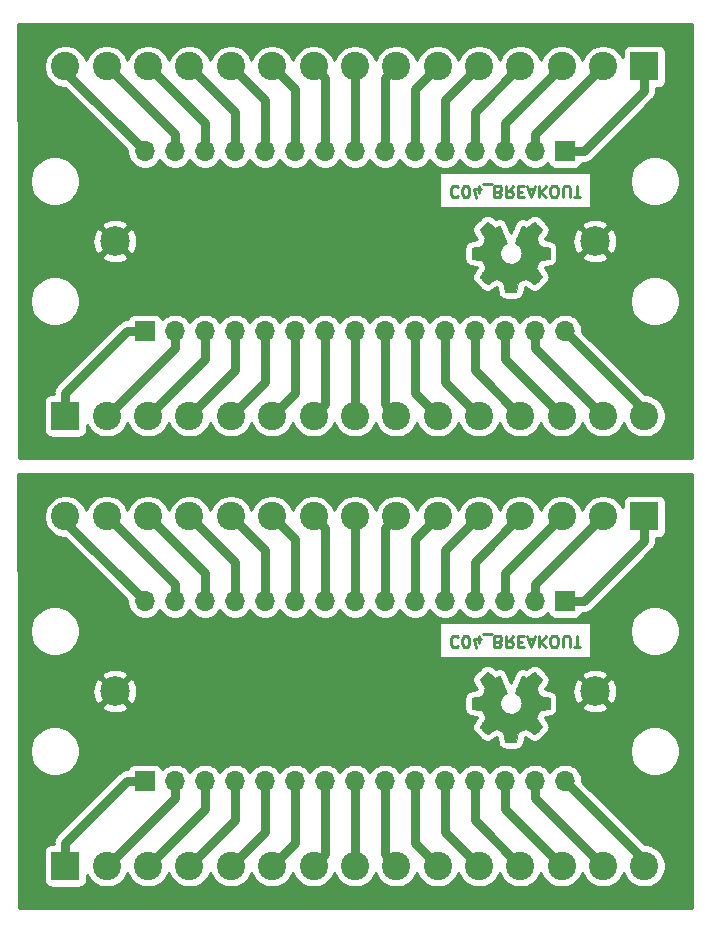
<source format=gbr>
G04 #@! TF.GenerationSoftware,KiCad,Pcbnew,5.1.5-52549c5~86~ubuntu18.04.1*
G04 #@! TF.CreationDate,2020-09-14T14:07:13-05:00*
G04 #@! TF.ProjectId,,58585858-5858-4585-9858-585858585858,rev?*
G04 #@! TF.SameCoordinates,Original*
G04 #@! TF.FileFunction,Copper,L2,Bot*
G04 #@! TF.FilePolarity,Positive*
%FSLAX46Y46*%
G04 Gerber Fmt 4.6, Leading zero omitted, Abs format (unit mm)*
G04 Created by KiCad (PCBNEW 5.1.5-52549c5~86~ubuntu18.04.1) date 2020-09-14 14:07:13*
%MOMM*%
%LPD*%
G04 APERTURE LIST*
%ADD10C,0.250000*%
%ADD11C,0.010000*%
%ADD12C,2.499360*%
%ADD13R,2.400000X2.400000*%
%ADD14C,2.400000*%
%ADD15R,1.700000X1.700000*%
%ADD16O,1.700000X1.700000*%
%ADD17C,0.750000*%
%ADD18C,0.254000*%
G04 APERTURE END LIST*
D10*
X94607666Y-89025457D02*
X94560047Y-88977838D01*
X94417190Y-88930219D01*
X94321952Y-88930219D01*
X94179095Y-88977838D01*
X94083857Y-89073076D01*
X94036238Y-89168314D01*
X93988619Y-89358790D01*
X93988619Y-89501647D01*
X94036238Y-89692123D01*
X94083857Y-89787361D01*
X94179095Y-89882600D01*
X94321952Y-89930219D01*
X94417190Y-89930219D01*
X94560047Y-89882600D01*
X94607666Y-89834980D01*
X95226714Y-89930219D02*
X95321952Y-89930219D01*
X95417190Y-89882600D01*
X95464809Y-89834980D01*
X95512428Y-89739742D01*
X95560047Y-89549266D01*
X95560047Y-89311171D01*
X95512428Y-89120695D01*
X95464809Y-89025457D01*
X95417190Y-88977838D01*
X95321952Y-88930219D01*
X95226714Y-88930219D01*
X95131476Y-88977838D01*
X95083857Y-89025457D01*
X95036238Y-89120695D01*
X94988619Y-89311171D01*
X94988619Y-89549266D01*
X95036238Y-89739742D01*
X95083857Y-89834980D01*
X95131476Y-89882600D01*
X95226714Y-89930219D01*
X96417190Y-89596885D02*
X96417190Y-88930219D01*
X96179095Y-89977838D02*
X95941000Y-89263552D01*
X96560047Y-89263552D01*
X96702904Y-88834980D02*
X97464809Y-88834980D01*
X98036238Y-89454028D02*
X98179095Y-89406409D01*
X98226714Y-89358790D01*
X98274333Y-89263552D01*
X98274333Y-89120695D01*
X98226714Y-89025457D01*
X98179095Y-88977838D01*
X98083857Y-88930219D01*
X97702904Y-88930219D01*
X97702904Y-89930219D01*
X98036238Y-89930219D01*
X98131476Y-89882600D01*
X98179095Y-89834980D01*
X98226714Y-89739742D01*
X98226714Y-89644504D01*
X98179095Y-89549266D01*
X98131476Y-89501647D01*
X98036238Y-89454028D01*
X97702904Y-89454028D01*
X99274333Y-88930219D02*
X98941000Y-89406409D01*
X98702904Y-88930219D02*
X98702904Y-89930219D01*
X99083857Y-89930219D01*
X99179095Y-89882600D01*
X99226714Y-89834980D01*
X99274333Y-89739742D01*
X99274333Y-89596885D01*
X99226714Y-89501647D01*
X99179095Y-89454028D01*
X99083857Y-89406409D01*
X98702904Y-89406409D01*
X99702904Y-89454028D02*
X100036238Y-89454028D01*
X100179095Y-88930219D02*
X99702904Y-88930219D01*
X99702904Y-89930219D01*
X100179095Y-89930219D01*
X100560047Y-89215933D02*
X101036238Y-89215933D01*
X100464809Y-88930219D02*
X100798142Y-89930219D01*
X101131476Y-88930219D01*
X101464809Y-88930219D02*
X101464809Y-89930219D01*
X102036238Y-88930219D02*
X101607666Y-89501647D01*
X102036238Y-89930219D02*
X101464809Y-89358790D01*
X102655285Y-89930219D02*
X102845761Y-89930219D01*
X102941000Y-89882600D01*
X103036238Y-89787361D01*
X103083857Y-89596885D01*
X103083857Y-89263552D01*
X103036238Y-89073076D01*
X102941000Y-88977838D01*
X102845761Y-88930219D01*
X102655285Y-88930219D01*
X102560047Y-88977838D01*
X102464809Y-89073076D01*
X102417190Y-89263552D01*
X102417190Y-89596885D01*
X102464809Y-89787361D01*
X102560047Y-89882600D01*
X102655285Y-89930219D01*
X103512428Y-89930219D02*
X103512428Y-89120695D01*
X103560047Y-89025457D01*
X103607666Y-88977838D01*
X103702904Y-88930219D01*
X103893380Y-88930219D01*
X103988619Y-88977838D01*
X104036238Y-89025457D01*
X104083857Y-89120695D01*
X104083857Y-89930219D01*
X104417190Y-89930219D02*
X104988619Y-89930219D01*
X104702904Y-88930219D02*
X104702904Y-89930219D01*
X94607666Y-50925457D02*
X94560047Y-50877838D01*
X94417190Y-50830219D01*
X94321952Y-50830219D01*
X94179095Y-50877838D01*
X94083857Y-50973076D01*
X94036238Y-51068314D01*
X93988619Y-51258790D01*
X93988619Y-51401647D01*
X94036238Y-51592123D01*
X94083857Y-51687361D01*
X94179095Y-51782600D01*
X94321952Y-51830219D01*
X94417190Y-51830219D01*
X94560047Y-51782600D01*
X94607666Y-51734980D01*
X95226714Y-51830219D02*
X95321952Y-51830219D01*
X95417190Y-51782600D01*
X95464809Y-51734980D01*
X95512428Y-51639742D01*
X95560047Y-51449266D01*
X95560047Y-51211171D01*
X95512428Y-51020695D01*
X95464809Y-50925457D01*
X95417190Y-50877838D01*
X95321952Y-50830219D01*
X95226714Y-50830219D01*
X95131476Y-50877838D01*
X95083857Y-50925457D01*
X95036238Y-51020695D01*
X94988619Y-51211171D01*
X94988619Y-51449266D01*
X95036238Y-51639742D01*
X95083857Y-51734980D01*
X95131476Y-51782600D01*
X95226714Y-51830219D01*
X96417190Y-51496885D02*
X96417190Y-50830219D01*
X96179095Y-51877838D02*
X95941000Y-51163552D01*
X96560047Y-51163552D01*
X96702904Y-50734980D02*
X97464809Y-50734980D01*
X98036238Y-51354028D02*
X98179095Y-51306409D01*
X98226714Y-51258790D01*
X98274333Y-51163552D01*
X98274333Y-51020695D01*
X98226714Y-50925457D01*
X98179095Y-50877838D01*
X98083857Y-50830219D01*
X97702904Y-50830219D01*
X97702904Y-51830219D01*
X98036238Y-51830219D01*
X98131476Y-51782600D01*
X98179095Y-51734980D01*
X98226714Y-51639742D01*
X98226714Y-51544504D01*
X98179095Y-51449266D01*
X98131476Y-51401647D01*
X98036238Y-51354028D01*
X97702904Y-51354028D01*
X99274333Y-50830219D02*
X98941000Y-51306409D01*
X98702904Y-50830219D02*
X98702904Y-51830219D01*
X99083857Y-51830219D01*
X99179095Y-51782600D01*
X99226714Y-51734980D01*
X99274333Y-51639742D01*
X99274333Y-51496885D01*
X99226714Y-51401647D01*
X99179095Y-51354028D01*
X99083857Y-51306409D01*
X98702904Y-51306409D01*
X99702904Y-51354028D02*
X100036238Y-51354028D01*
X100179095Y-50830219D02*
X99702904Y-50830219D01*
X99702904Y-51830219D01*
X100179095Y-51830219D01*
X100560047Y-51115933D02*
X101036238Y-51115933D01*
X100464809Y-50830219D02*
X100798142Y-51830219D01*
X101131476Y-50830219D01*
X101464809Y-50830219D02*
X101464809Y-51830219D01*
X102036238Y-50830219D02*
X101607666Y-51401647D01*
X102036238Y-51830219D02*
X101464809Y-51258790D01*
X102655285Y-51830219D02*
X102845761Y-51830219D01*
X102941000Y-51782600D01*
X103036238Y-51687361D01*
X103083857Y-51496885D01*
X103083857Y-51163552D01*
X103036238Y-50973076D01*
X102941000Y-50877838D01*
X102845761Y-50830219D01*
X102655285Y-50830219D01*
X102560047Y-50877838D01*
X102464809Y-50973076D01*
X102417190Y-51163552D01*
X102417190Y-51496885D01*
X102464809Y-51687361D01*
X102560047Y-51782600D01*
X102655285Y-51830219D01*
X103512428Y-51830219D02*
X103512428Y-51020695D01*
X103560047Y-50925457D01*
X103607666Y-50877838D01*
X103702904Y-50830219D01*
X103893380Y-50830219D01*
X103988619Y-50877838D01*
X104036238Y-50925457D01*
X104083857Y-51020695D01*
X104083857Y-51830219D01*
X104417190Y-51830219D02*
X104988619Y-51830219D01*
X104702904Y-50830219D02*
X104702904Y-51830219D01*
D11*
G36*
X99641214Y-97501669D02*
G01*
X99725035Y-97057045D01*
X100034320Y-96929547D01*
X100343606Y-96802049D01*
X100714646Y-97054354D01*
X100818557Y-97124604D01*
X100912487Y-97187328D01*
X100992052Y-97239662D01*
X101052870Y-97278743D01*
X101090557Y-97301707D01*
X101100821Y-97306658D01*
X101119310Y-97293924D01*
X101158820Y-97258718D01*
X101214922Y-97205538D01*
X101283187Y-97138882D01*
X101359186Y-97063246D01*
X101438492Y-96983128D01*
X101516675Y-96903026D01*
X101589307Y-96827436D01*
X101651959Y-96760855D01*
X101700203Y-96707782D01*
X101729610Y-96672713D01*
X101736641Y-96660977D01*
X101726523Y-96639340D01*
X101698159Y-96591938D01*
X101654529Y-96523407D01*
X101598618Y-96438385D01*
X101533406Y-96341507D01*
X101495619Y-96286250D01*
X101426743Y-96185352D01*
X101365540Y-96094301D01*
X101314978Y-96017630D01*
X101278028Y-95959872D01*
X101257658Y-95925557D01*
X101254597Y-95918346D01*
X101261536Y-95897852D01*
X101280451Y-95850087D01*
X101308487Y-95781768D01*
X101342791Y-95699611D01*
X101380509Y-95610330D01*
X101418787Y-95520642D01*
X101454770Y-95437262D01*
X101485606Y-95366906D01*
X101508439Y-95316290D01*
X101520417Y-95292129D01*
X101521124Y-95291178D01*
X101539931Y-95286564D01*
X101590018Y-95276272D01*
X101666193Y-95261313D01*
X101763265Y-95242699D01*
X101876043Y-95221441D01*
X101941842Y-95209182D01*
X102062350Y-95186238D01*
X102171197Y-95164405D01*
X102262876Y-95144878D01*
X102331881Y-95128852D01*
X102372704Y-95117521D01*
X102380911Y-95113926D01*
X102388948Y-95089594D01*
X102395433Y-95034641D01*
X102400370Y-94955492D01*
X102403764Y-94858574D01*
X102405618Y-94750313D01*
X102405938Y-94637135D01*
X102404727Y-94525465D01*
X102401990Y-94421732D01*
X102397731Y-94332359D01*
X102391955Y-94263774D01*
X102384667Y-94222403D01*
X102380295Y-94213790D01*
X102354164Y-94203467D01*
X102298793Y-94188708D01*
X102221507Y-94171248D01*
X102129630Y-94152820D01*
X102097558Y-94146859D01*
X101942924Y-94118534D01*
X101820775Y-94095724D01*
X101727073Y-94077520D01*
X101657784Y-94063017D01*
X101608871Y-94051308D01*
X101576297Y-94041485D01*
X101556028Y-94032644D01*
X101544026Y-94023876D01*
X101542347Y-94022143D01*
X101525584Y-93994229D01*
X101500014Y-93939905D01*
X101468188Y-93865823D01*
X101432660Y-93778635D01*
X101395983Y-93684992D01*
X101360711Y-93591548D01*
X101329396Y-93504953D01*
X101304593Y-93431860D01*
X101288854Y-93378922D01*
X101284732Y-93352789D01*
X101285076Y-93351874D01*
X101299041Y-93330514D01*
X101330722Y-93283516D01*
X101376791Y-93215773D01*
X101433918Y-93132177D01*
X101498773Y-93037618D01*
X101517243Y-93010746D01*
X101583099Y-92913325D01*
X101641050Y-92824437D01*
X101687938Y-92749188D01*
X101720607Y-92692680D01*
X101735900Y-92660019D01*
X101736641Y-92656007D01*
X101723792Y-92634916D01*
X101688288Y-92593136D01*
X101634693Y-92535155D01*
X101567571Y-92465465D01*
X101491487Y-92388555D01*
X101411004Y-92308917D01*
X101330687Y-92231039D01*
X101255099Y-92159414D01*
X101188805Y-92098530D01*
X101136369Y-92052879D01*
X101102355Y-92026950D01*
X101092945Y-92022717D01*
X101071043Y-92032688D01*
X101026200Y-92059580D01*
X100965721Y-92098864D01*
X100919189Y-92130483D01*
X100834875Y-92188502D01*
X100735026Y-92256816D01*
X100634873Y-92325021D01*
X100581027Y-92361525D01*
X100398771Y-92484800D01*
X100245781Y-92402080D01*
X100176082Y-92365841D01*
X100116814Y-92337674D01*
X100076711Y-92321609D01*
X100066503Y-92319374D01*
X100054229Y-92335878D01*
X100030013Y-92382518D01*
X99995663Y-92454991D01*
X99952988Y-92548994D01*
X99903794Y-92660226D01*
X99849890Y-92784385D01*
X99793084Y-92917168D01*
X99735182Y-93054273D01*
X99677993Y-93191398D01*
X99623324Y-93324242D01*
X99572984Y-93448502D01*
X99528780Y-93559875D01*
X99492519Y-93654061D01*
X99466009Y-93726756D01*
X99451058Y-93773659D01*
X99448654Y-93789767D01*
X99467711Y-93810314D01*
X99509436Y-93843667D01*
X99565106Y-93882898D01*
X99569778Y-93886001D01*
X99713664Y-94001177D01*
X99829683Y-94135547D01*
X99916830Y-94284816D01*
X99974099Y-94444687D01*
X100000486Y-94610863D01*
X99994985Y-94779048D01*
X99956590Y-94944945D01*
X99884295Y-95104258D01*
X99863026Y-95139113D01*
X99752396Y-95279863D01*
X99621702Y-95392886D01*
X99475464Y-95477597D01*
X99318208Y-95533406D01*
X99154457Y-95559726D01*
X98988733Y-95555970D01*
X98825562Y-95521550D01*
X98669465Y-95455877D01*
X98524967Y-95358365D01*
X98480269Y-95318787D01*
X98366512Y-95194897D01*
X98283618Y-95064476D01*
X98226756Y-94918285D01*
X98195087Y-94773512D01*
X98187269Y-94610740D01*
X98213338Y-94447160D01*
X98270645Y-94288302D01*
X98356544Y-94139694D01*
X98468386Y-94006865D01*
X98603523Y-93895344D01*
X98621283Y-93883589D01*
X98677550Y-93845092D01*
X98720323Y-93811737D01*
X98740772Y-93790440D01*
X98741069Y-93789767D01*
X98736679Y-93766729D01*
X98719276Y-93714443D01*
X98690668Y-93637210D01*
X98652665Y-93539332D01*
X98607074Y-93425109D01*
X98555703Y-93298842D01*
X98500362Y-93164833D01*
X98442858Y-93027382D01*
X98385001Y-92890792D01*
X98328598Y-92759363D01*
X98275458Y-92637395D01*
X98227390Y-92529191D01*
X98186201Y-92439051D01*
X98153701Y-92371277D01*
X98131697Y-92330170D01*
X98122836Y-92319374D01*
X98095760Y-92327781D01*
X98045097Y-92350328D01*
X97979583Y-92382987D01*
X97943559Y-92402080D01*
X97790568Y-92484800D01*
X97608312Y-92361525D01*
X97515275Y-92298372D01*
X97413415Y-92228873D01*
X97317962Y-92163435D01*
X97270150Y-92130483D01*
X97202905Y-92085327D01*
X97145964Y-92049543D01*
X97106754Y-92027662D01*
X97094019Y-92023037D01*
X97075483Y-92035515D01*
X97034459Y-92070348D01*
X96974925Y-92123922D01*
X96900858Y-92192617D01*
X96816235Y-92272819D01*
X96762715Y-92324314D01*
X96669081Y-92416314D01*
X96588159Y-92498601D01*
X96523223Y-92567655D01*
X96477542Y-92619956D01*
X96454389Y-92651984D01*
X96452168Y-92658484D01*
X96462476Y-92683206D01*
X96490961Y-92733195D01*
X96534463Y-92803388D01*
X96589823Y-92888725D01*
X96653880Y-92984144D01*
X96672097Y-93010746D01*
X96738473Y-93107433D01*
X96798022Y-93194483D01*
X96847416Y-93267005D01*
X96883325Y-93320107D01*
X96902419Y-93348897D01*
X96904264Y-93351874D01*
X96901505Y-93374818D01*
X96886862Y-93425264D01*
X96862887Y-93496559D01*
X96832134Y-93582053D01*
X96797156Y-93675093D01*
X96760507Y-93769026D01*
X96724739Y-93857201D01*
X96692406Y-93932966D01*
X96666062Y-93989669D01*
X96648258Y-94020657D01*
X96646993Y-94022143D01*
X96636106Y-94030999D01*
X96617718Y-94039757D01*
X96587794Y-94049323D01*
X96542297Y-94060604D01*
X96477191Y-94074507D01*
X96388439Y-94091937D01*
X96272007Y-94113802D01*
X96123858Y-94141009D01*
X96091782Y-94146859D01*
X95996714Y-94165226D01*
X95913835Y-94183195D01*
X95850470Y-94199031D01*
X95813942Y-94211000D01*
X95809044Y-94213790D01*
X95800973Y-94238528D01*
X95794413Y-94293810D01*
X95789367Y-94373211D01*
X95785841Y-94470304D01*
X95783839Y-94578662D01*
X95783364Y-94691860D01*
X95784423Y-94803472D01*
X95787018Y-94907071D01*
X95791154Y-94996232D01*
X95796837Y-95064528D01*
X95804069Y-95105534D01*
X95808429Y-95113926D01*
X95832702Y-95122392D01*
X95887974Y-95136165D01*
X95968738Y-95154050D01*
X96069488Y-95174852D01*
X96184717Y-95197377D01*
X96247498Y-95209182D01*
X96366613Y-95231449D01*
X96472835Y-95251621D01*
X96560973Y-95268685D01*
X96625834Y-95281631D01*
X96662226Y-95289445D01*
X96668216Y-95291178D01*
X96678339Y-95310710D01*
X96699738Y-95357757D01*
X96729561Y-95425597D01*
X96764955Y-95507509D01*
X96803068Y-95596772D01*
X96841047Y-95686665D01*
X96876040Y-95770465D01*
X96905194Y-95841453D01*
X96925657Y-95892906D01*
X96934577Y-95918103D01*
X96934743Y-95919204D01*
X96924631Y-95939081D01*
X96896283Y-95984823D01*
X96852677Y-96051883D01*
X96796794Y-96135716D01*
X96731613Y-96231774D01*
X96693721Y-96286950D01*
X96624675Y-96388119D01*
X96563350Y-96479970D01*
X96512737Y-96557856D01*
X96475829Y-96617131D01*
X96455618Y-96653149D01*
X96452699Y-96661223D01*
X96465247Y-96680016D01*
X96499937Y-96720143D01*
X96552337Y-96777107D01*
X96618016Y-96846415D01*
X96692544Y-96923569D01*
X96771487Y-97004075D01*
X96850417Y-97083437D01*
X96924900Y-97157160D01*
X96990506Y-97220748D01*
X97042804Y-97269706D01*
X97077361Y-97299539D01*
X97088922Y-97306658D01*
X97107746Y-97296647D01*
X97152769Y-97268522D01*
X97219613Y-97225146D01*
X97303901Y-97169382D01*
X97401256Y-97104094D01*
X97474693Y-97054354D01*
X97845733Y-96802049D01*
X98464305Y-97057045D01*
X98548125Y-97501669D01*
X98631946Y-97946293D01*
X99557394Y-97946293D01*
X99641214Y-97501669D01*
G37*
X99641214Y-97501669D02*
X99725035Y-97057045D01*
X100034320Y-96929547D01*
X100343606Y-96802049D01*
X100714646Y-97054354D01*
X100818557Y-97124604D01*
X100912487Y-97187328D01*
X100992052Y-97239662D01*
X101052870Y-97278743D01*
X101090557Y-97301707D01*
X101100821Y-97306658D01*
X101119310Y-97293924D01*
X101158820Y-97258718D01*
X101214922Y-97205538D01*
X101283187Y-97138882D01*
X101359186Y-97063246D01*
X101438492Y-96983128D01*
X101516675Y-96903026D01*
X101589307Y-96827436D01*
X101651959Y-96760855D01*
X101700203Y-96707782D01*
X101729610Y-96672713D01*
X101736641Y-96660977D01*
X101726523Y-96639340D01*
X101698159Y-96591938D01*
X101654529Y-96523407D01*
X101598618Y-96438385D01*
X101533406Y-96341507D01*
X101495619Y-96286250D01*
X101426743Y-96185352D01*
X101365540Y-96094301D01*
X101314978Y-96017630D01*
X101278028Y-95959872D01*
X101257658Y-95925557D01*
X101254597Y-95918346D01*
X101261536Y-95897852D01*
X101280451Y-95850087D01*
X101308487Y-95781768D01*
X101342791Y-95699611D01*
X101380509Y-95610330D01*
X101418787Y-95520642D01*
X101454770Y-95437262D01*
X101485606Y-95366906D01*
X101508439Y-95316290D01*
X101520417Y-95292129D01*
X101521124Y-95291178D01*
X101539931Y-95286564D01*
X101590018Y-95276272D01*
X101666193Y-95261313D01*
X101763265Y-95242699D01*
X101876043Y-95221441D01*
X101941842Y-95209182D01*
X102062350Y-95186238D01*
X102171197Y-95164405D01*
X102262876Y-95144878D01*
X102331881Y-95128852D01*
X102372704Y-95117521D01*
X102380911Y-95113926D01*
X102388948Y-95089594D01*
X102395433Y-95034641D01*
X102400370Y-94955492D01*
X102403764Y-94858574D01*
X102405618Y-94750313D01*
X102405938Y-94637135D01*
X102404727Y-94525465D01*
X102401990Y-94421732D01*
X102397731Y-94332359D01*
X102391955Y-94263774D01*
X102384667Y-94222403D01*
X102380295Y-94213790D01*
X102354164Y-94203467D01*
X102298793Y-94188708D01*
X102221507Y-94171248D01*
X102129630Y-94152820D01*
X102097558Y-94146859D01*
X101942924Y-94118534D01*
X101820775Y-94095724D01*
X101727073Y-94077520D01*
X101657784Y-94063017D01*
X101608871Y-94051308D01*
X101576297Y-94041485D01*
X101556028Y-94032644D01*
X101544026Y-94023876D01*
X101542347Y-94022143D01*
X101525584Y-93994229D01*
X101500014Y-93939905D01*
X101468188Y-93865823D01*
X101432660Y-93778635D01*
X101395983Y-93684992D01*
X101360711Y-93591548D01*
X101329396Y-93504953D01*
X101304593Y-93431860D01*
X101288854Y-93378922D01*
X101284732Y-93352789D01*
X101285076Y-93351874D01*
X101299041Y-93330514D01*
X101330722Y-93283516D01*
X101376791Y-93215773D01*
X101433918Y-93132177D01*
X101498773Y-93037618D01*
X101517243Y-93010746D01*
X101583099Y-92913325D01*
X101641050Y-92824437D01*
X101687938Y-92749188D01*
X101720607Y-92692680D01*
X101735900Y-92660019D01*
X101736641Y-92656007D01*
X101723792Y-92634916D01*
X101688288Y-92593136D01*
X101634693Y-92535155D01*
X101567571Y-92465465D01*
X101491487Y-92388555D01*
X101411004Y-92308917D01*
X101330687Y-92231039D01*
X101255099Y-92159414D01*
X101188805Y-92098530D01*
X101136369Y-92052879D01*
X101102355Y-92026950D01*
X101092945Y-92022717D01*
X101071043Y-92032688D01*
X101026200Y-92059580D01*
X100965721Y-92098864D01*
X100919189Y-92130483D01*
X100834875Y-92188502D01*
X100735026Y-92256816D01*
X100634873Y-92325021D01*
X100581027Y-92361525D01*
X100398771Y-92484800D01*
X100245781Y-92402080D01*
X100176082Y-92365841D01*
X100116814Y-92337674D01*
X100076711Y-92321609D01*
X100066503Y-92319374D01*
X100054229Y-92335878D01*
X100030013Y-92382518D01*
X99995663Y-92454991D01*
X99952988Y-92548994D01*
X99903794Y-92660226D01*
X99849890Y-92784385D01*
X99793084Y-92917168D01*
X99735182Y-93054273D01*
X99677993Y-93191398D01*
X99623324Y-93324242D01*
X99572984Y-93448502D01*
X99528780Y-93559875D01*
X99492519Y-93654061D01*
X99466009Y-93726756D01*
X99451058Y-93773659D01*
X99448654Y-93789767D01*
X99467711Y-93810314D01*
X99509436Y-93843667D01*
X99565106Y-93882898D01*
X99569778Y-93886001D01*
X99713664Y-94001177D01*
X99829683Y-94135547D01*
X99916830Y-94284816D01*
X99974099Y-94444687D01*
X100000486Y-94610863D01*
X99994985Y-94779048D01*
X99956590Y-94944945D01*
X99884295Y-95104258D01*
X99863026Y-95139113D01*
X99752396Y-95279863D01*
X99621702Y-95392886D01*
X99475464Y-95477597D01*
X99318208Y-95533406D01*
X99154457Y-95559726D01*
X98988733Y-95555970D01*
X98825562Y-95521550D01*
X98669465Y-95455877D01*
X98524967Y-95358365D01*
X98480269Y-95318787D01*
X98366512Y-95194897D01*
X98283618Y-95064476D01*
X98226756Y-94918285D01*
X98195087Y-94773512D01*
X98187269Y-94610740D01*
X98213338Y-94447160D01*
X98270645Y-94288302D01*
X98356544Y-94139694D01*
X98468386Y-94006865D01*
X98603523Y-93895344D01*
X98621283Y-93883589D01*
X98677550Y-93845092D01*
X98720323Y-93811737D01*
X98740772Y-93790440D01*
X98741069Y-93789767D01*
X98736679Y-93766729D01*
X98719276Y-93714443D01*
X98690668Y-93637210D01*
X98652665Y-93539332D01*
X98607074Y-93425109D01*
X98555703Y-93298842D01*
X98500362Y-93164833D01*
X98442858Y-93027382D01*
X98385001Y-92890792D01*
X98328598Y-92759363D01*
X98275458Y-92637395D01*
X98227390Y-92529191D01*
X98186201Y-92439051D01*
X98153701Y-92371277D01*
X98131697Y-92330170D01*
X98122836Y-92319374D01*
X98095760Y-92327781D01*
X98045097Y-92350328D01*
X97979583Y-92382987D01*
X97943559Y-92402080D01*
X97790568Y-92484800D01*
X97608312Y-92361525D01*
X97515275Y-92298372D01*
X97413415Y-92228873D01*
X97317962Y-92163435D01*
X97270150Y-92130483D01*
X97202905Y-92085327D01*
X97145964Y-92049543D01*
X97106754Y-92027662D01*
X97094019Y-92023037D01*
X97075483Y-92035515D01*
X97034459Y-92070348D01*
X96974925Y-92123922D01*
X96900858Y-92192617D01*
X96816235Y-92272819D01*
X96762715Y-92324314D01*
X96669081Y-92416314D01*
X96588159Y-92498601D01*
X96523223Y-92567655D01*
X96477542Y-92619956D01*
X96454389Y-92651984D01*
X96452168Y-92658484D01*
X96462476Y-92683206D01*
X96490961Y-92733195D01*
X96534463Y-92803388D01*
X96589823Y-92888725D01*
X96653880Y-92984144D01*
X96672097Y-93010746D01*
X96738473Y-93107433D01*
X96798022Y-93194483D01*
X96847416Y-93267005D01*
X96883325Y-93320107D01*
X96902419Y-93348897D01*
X96904264Y-93351874D01*
X96901505Y-93374818D01*
X96886862Y-93425264D01*
X96862887Y-93496559D01*
X96832134Y-93582053D01*
X96797156Y-93675093D01*
X96760507Y-93769026D01*
X96724739Y-93857201D01*
X96692406Y-93932966D01*
X96666062Y-93989669D01*
X96648258Y-94020657D01*
X96646993Y-94022143D01*
X96636106Y-94030999D01*
X96617718Y-94039757D01*
X96587794Y-94049323D01*
X96542297Y-94060604D01*
X96477191Y-94074507D01*
X96388439Y-94091937D01*
X96272007Y-94113802D01*
X96123858Y-94141009D01*
X96091782Y-94146859D01*
X95996714Y-94165226D01*
X95913835Y-94183195D01*
X95850470Y-94199031D01*
X95813942Y-94211000D01*
X95809044Y-94213790D01*
X95800973Y-94238528D01*
X95794413Y-94293810D01*
X95789367Y-94373211D01*
X95785841Y-94470304D01*
X95783839Y-94578662D01*
X95783364Y-94691860D01*
X95784423Y-94803472D01*
X95787018Y-94907071D01*
X95791154Y-94996232D01*
X95796837Y-95064528D01*
X95804069Y-95105534D01*
X95808429Y-95113926D01*
X95832702Y-95122392D01*
X95887974Y-95136165D01*
X95968738Y-95154050D01*
X96069488Y-95174852D01*
X96184717Y-95197377D01*
X96247498Y-95209182D01*
X96366613Y-95231449D01*
X96472835Y-95251621D01*
X96560973Y-95268685D01*
X96625834Y-95281631D01*
X96662226Y-95289445D01*
X96668216Y-95291178D01*
X96678339Y-95310710D01*
X96699738Y-95357757D01*
X96729561Y-95425597D01*
X96764955Y-95507509D01*
X96803068Y-95596772D01*
X96841047Y-95686665D01*
X96876040Y-95770465D01*
X96905194Y-95841453D01*
X96925657Y-95892906D01*
X96934577Y-95918103D01*
X96934743Y-95919204D01*
X96924631Y-95939081D01*
X96896283Y-95984823D01*
X96852677Y-96051883D01*
X96796794Y-96135716D01*
X96731613Y-96231774D01*
X96693721Y-96286950D01*
X96624675Y-96388119D01*
X96563350Y-96479970D01*
X96512737Y-96557856D01*
X96475829Y-96617131D01*
X96455618Y-96653149D01*
X96452699Y-96661223D01*
X96465247Y-96680016D01*
X96499937Y-96720143D01*
X96552337Y-96777107D01*
X96618016Y-96846415D01*
X96692544Y-96923569D01*
X96771487Y-97004075D01*
X96850417Y-97083437D01*
X96924900Y-97157160D01*
X96990506Y-97220748D01*
X97042804Y-97269706D01*
X97077361Y-97299539D01*
X97088922Y-97306658D01*
X97107746Y-97296647D01*
X97152769Y-97268522D01*
X97219613Y-97225146D01*
X97303901Y-97169382D01*
X97401256Y-97104094D01*
X97474693Y-97054354D01*
X97845733Y-96802049D01*
X98464305Y-97057045D01*
X98548125Y-97501669D01*
X98631946Y-97946293D01*
X99557394Y-97946293D01*
X99641214Y-97501669D01*
G36*
X99641214Y-59401669D02*
G01*
X99725035Y-58957045D01*
X100034320Y-58829547D01*
X100343606Y-58702049D01*
X100714646Y-58954354D01*
X100818557Y-59024604D01*
X100912487Y-59087328D01*
X100992052Y-59139662D01*
X101052870Y-59178743D01*
X101090557Y-59201707D01*
X101100821Y-59206658D01*
X101119310Y-59193924D01*
X101158820Y-59158718D01*
X101214922Y-59105538D01*
X101283187Y-59038882D01*
X101359186Y-58963246D01*
X101438492Y-58883128D01*
X101516675Y-58803026D01*
X101589307Y-58727436D01*
X101651959Y-58660855D01*
X101700203Y-58607782D01*
X101729610Y-58572713D01*
X101736641Y-58560977D01*
X101726523Y-58539340D01*
X101698159Y-58491938D01*
X101654529Y-58423407D01*
X101598618Y-58338385D01*
X101533406Y-58241507D01*
X101495619Y-58186250D01*
X101426743Y-58085352D01*
X101365540Y-57994301D01*
X101314978Y-57917630D01*
X101278028Y-57859872D01*
X101257658Y-57825557D01*
X101254597Y-57818346D01*
X101261536Y-57797852D01*
X101280451Y-57750087D01*
X101308487Y-57681768D01*
X101342791Y-57599611D01*
X101380509Y-57510330D01*
X101418787Y-57420642D01*
X101454770Y-57337262D01*
X101485606Y-57266906D01*
X101508439Y-57216290D01*
X101520417Y-57192129D01*
X101521124Y-57191178D01*
X101539931Y-57186564D01*
X101590018Y-57176272D01*
X101666193Y-57161313D01*
X101763265Y-57142699D01*
X101876043Y-57121441D01*
X101941842Y-57109182D01*
X102062350Y-57086238D01*
X102171197Y-57064405D01*
X102262876Y-57044878D01*
X102331881Y-57028852D01*
X102372704Y-57017521D01*
X102380911Y-57013926D01*
X102388948Y-56989594D01*
X102395433Y-56934641D01*
X102400370Y-56855492D01*
X102403764Y-56758574D01*
X102405618Y-56650313D01*
X102405938Y-56537135D01*
X102404727Y-56425465D01*
X102401990Y-56321732D01*
X102397731Y-56232359D01*
X102391955Y-56163774D01*
X102384667Y-56122403D01*
X102380295Y-56113790D01*
X102354164Y-56103467D01*
X102298793Y-56088708D01*
X102221507Y-56071248D01*
X102129630Y-56052820D01*
X102097558Y-56046859D01*
X101942924Y-56018534D01*
X101820775Y-55995724D01*
X101727073Y-55977520D01*
X101657784Y-55963017D01*
X101608871Y-55951308D01*
X101576297Y-55941485D01*
X101556028Y-55932644D01*
X101544026Y-55923876D01*
X101542347Y-55922143D01*
X101525584Y-55894229D01*
X101500014Y-55839905D01*
X101468188Y-55765823D01*
X101432660Y-55678635D01*
X101395983Y-55584992D01*
X101360711Y-55491548D01*
X101329396Y-55404953D01*
X101304593Y-55331860D01*
X101288854Y-55278922D01*
X101284732Y-55252789D01*
X101285076Y-55251874D01*
X101299041Y-55230514D01*
X101330722Y-55183516D01*
X101376791Y-55115773D01*
X101433918Y-55032177D01*
X101498773Y-54937618D01*
X101517243Y-54910746D01*
X101583099Y-54813325D01*
X101641050Y-54724437D01*
X101687938Y-54649188D01*
X101720607Y-54592680D01*
X101735900Y-54560019D01*
X101736641Y-54556007D01*
X101723792Y-54534916D01*
X101688288Y-54493136D01*
X101634693Y-54435155D01*
X101567571Y-54365465D01*
X101491487Y-54288555D01*
X101411004Y-54208917D01*
X101330687Y-54131039D01*
X101255099Y-54059414D01*
X101188805Y-53998530D01*
X101136369Y-53952879D01*
X101102355Y-53926950D01*
X101092945Y-53922717D01*
X101071043Y-53932688D01*
X101026200Y-53959580D01*
X100965721Y-53998864D01*
X100919189Y-54030483D01*
X100834875Y-54088502D01*
X100735026Y-54156816D01*
X100634873Y-54225021D01*
X100581027Y-54261525D01*
X100398771Y-54384800D01*
X100245781Y-54302080D01*
X100176082Y-54265841D01*
X100116814Y-54237674D01*
X100076711Y-54221609D01*
X100066503Y-54219374D01*
X100054229Y-54235878D01*
X100030013Y-54282518D01*
X99995663Y-54354991D01*
X99952988Y-54448994D01*
X99903794Y-54560226D01*
X99849890Y-54684385D01*
X99793084Y-54817168D01*
X99735182Y-54954273D01*
X99677993Y-55091398D01*
X99623324Y-55224242D01*
X99572984Y-55348502D01*
X99528780Y-55459875D01*
X99492519Y-55554061D01*
X99466009Y-55626756D01*
X99451058Y-55673659D01*
X99448654Y-55689767D01*
X99467711Y-55710314D01*
X99509436Y-55743667D01*
X99565106Y-55782898D01*
X99569778Y-55786001D01*
X99713664Y-55901177D01*
X99829683Y-56035547D01*
X99916830Y-56184816D01*
X99974099Y-56344687D01*
X100000486Y-56510863D01*
X99994985Y-56679048D01*
X99956590Y-56844945D01*
X99884295Y-57004258D01*
X99863026Y-57039113D01*
X99752396Y-57179863D01*
X99621702Y-57292886D01*
X99475464Y-57377597D01*
X99318208Y-57433406D01*
X99154457Y-57459726D01*
X98988733Y-57455970D01*
X98825562Y-57421550D01*
X98669465Y-57355877D01*
X98524967Y-57258365D01*
X98480269Y-57218787D01*
X98366512Y-57094897D01*
X98283618Y-56964476D01*
X98226756Y-56818285D01*
X98195087Y-56673512D01*
X98187269Y-56510740D01*
X98213338Y-56347160D01*
X98270645Y-56188302D01*
X98356544Y-56039694D01*
X98468386Y-55906865D01*
X98603523Y-55795344D01*
X98621283Y-55783589D01*
X98677550Y-55745092D01*
X98720323Y-55711737D01*
X98740772Y-55690440D01*
X98741069Y-55689767D01*
X98736679Y-55666729D01*
X98719276Y-55614443D01*
X98690668Y-55537210D01*
X98652665Y-55439332D01*
X98607074Y-55325109D01*
X98555703Y-55198842D01*
X98500362Y-55064833D01*
X98442858Y-54927382D01*
X98385001Y-54790792D01*
X98328598Y-54659363D01*
X98275458Y-54537395D01*
X98227390Y-54429191D01*
X98186201Y-54339051D01*
X98153701Y-54271277D01*
X98131697Y-54230170D01*
X98122836Y-54219374D01*
X98095760Y-54227781D01*
X98045097Y-54250328D01*
X97979583Y-54282987D01*
X97943559Y-54302080D01*
X97790568Y-54384800D01*
X97608312Y-54261525D01*
X97515275Y-54198372D01*
X97413415Y-54128873D01*
X97317962Y-54063435D01*
X97270150Y-54030483D01*
X97202905Y-53985327D01*
X97145964Y-53949543D01*
X97106754Y-53927662D01*
X97094019Y-53923037D01*
X97075483Y-53935515D01*
X97034459Y-53970348D01*
X96974925Y-54023922D01*
X96900858Y-54092617D01*
X96816235Y-54172819D01*
X96762715Y-54224314D01*
X96669081Y-54316314D01*
X96588159Y-54398601D01*
X96523223Y-54467655D01*
X96477542Y-54519956D01*
X96454389Y-54551984D01*
X96452168Y-54558484D01*
X96462476Y-54583206D01*
X96490961Y-54633195D01*
X96534463Y-54703388D01*
X96589823Y-54788725D01*
X96653880Y-54884144D01*
X96672097Y-54910746D01*
X96738473Y-55007433D01*
X96798022Y-55094483D01*
X96847416Y-55167005D01*
X96883325Y-55220107D01*
X96902419Y-55248897D01*
X96904264Y-55251874D01*
X96901505Y-55274818D01*
X96886862Y-55325264D01*
X96862887Y-55396559D01*
X96832134Y-55482053D01*
X96797156Y-55575093D01*
X96760507Y-55669026D01*
X96724739Y-55757201D01*
X96692406Y-55832966D01*
X96666062Y-55889669D01*
X96648258Y-55920657D01*
X96646993Y-55922143D01*
X96636106Y-55930999D01*
X96617718Y-55939757D01*
X96587794Y-55949323D01*
X96542297Y-55960604D01*
X96477191Y-55974507D01*
X96388439Y-55991937D01*
X96272007Y-56013802D01*
X96123858Y-56041009D01*
X96091782Y-56046859D01*
X95996714Y-56065226D01*
X95913835Y-56083195D01*
X95850470Y-56099031D01*
X95813942Y-56111000D01*
X95809044Y-56113790D01*
X95800973Y-56138528D01*
X95794413Y-56193810D01*
X95789367Y-56273211D01*
X95785841Y-56370304D01*
X95783839Y-56478662D01*
X95783364Y-56591860D01*
X95784423Y-56703472D01*
X95787018Y-56807071D01*
X95791154Y-56896232D01*
X95796837Y-56964528D01*
X95804069Y-57005534D01*
X95808429Y-57013926D01*
X95832702Y-57022392D01*
X95887974Y-57036165D01*
X95968738Y-57054050D01*
X96069488Y-57074852D01*
X96184717Y-57097377D01*
X96247498Y-57109182D01*
X96366613Y-57131449D01*
X96472835Y-57151621D01*
X96560973Y-57168685D01*
X96625834Y-57181631D01*
X96662226Y-57189445D01*
X96668216Y-57191178D01*
X96678339Y-57210710D01*
X96699738Y-57257757D01*
X96729561Y-57325597D01*
X96764955Y-57407509D01*
X96803068Y-57496772D01*
X96841047Y-57586665D01*
X96876040Y-57670465D01*
X96905194Y-57741453D01*
X96925657Y-57792906D01*
X96934577Y-57818103D01*
X96934743Y-57819204D01*
X96924631Y-57839081D01*
X96896283Y-57884823D01*
X96852677Y-57951883D01*
X96796794Y-58035716D01*
X96731613Y-58131774D01*
X96693721Y-58186950D01*
X96624675Y-58288119D01*
X96563350Y-58379970D01*
X96512737Y-58457856D01*
X96475829Y-58517131D01*
X96455618Y-58553149D01*
X96452699Y-58561223D01*
X96465247Y-58580016D01*
X96499937Y-58620143D01*
X96552337Y-58677107D01*
X96618016Y-58746415D01*
X96692544Y-58823569D01*
X96771487Y-58904075D01*
X96850417Y-58983437D01*
X96924900Y-59057160D01*
X96990506Y-59120748D01*
X97042804Y-59169706D01*
X97077361Y-59199539D01*
X97088922Y-59206658D01*
X97107746Y-59196647D01*
X97152769Y-59168522D01*
X97219613Y-59125146D01*
X97303901Y-59069382D01*
X97401256Y-59004094D01*
X97474693Y-58954354D01*
X97845733Y-58702049D01*
X98464305Y-58957045D01*
X98548125Y-59401669D01*
X98631946Y-59846293D01*
X99557394Y-59846293D01*
X99641214Y-59401669D01*
G37*
X99641214Y-59401669D02*
X99725035Y-58957045D01*
X100034320Y-58829547D01*
X100343606Y-58702049D01*
X100714646Y-58954354D01*
X100818557Y-59024604D01*
X100912487Y-59087328D01*
X100992052Y-59139662D01*
X101052870Y-59178743D01*
X101090557Y-59201707D01*
X101100821Y-59206658D01*
X101119310Y-59193924D01*
X101158820Y-59158718D01*
X101214922Y-59105538D01*
X101283187Y-59038882D01*
X101359186Y-58963246D01*
X101438492Y-58883128D01*
X101516675Y-58803026D01*
X101589307Y-58727436D01*
X101651959Y-58660855D01*
X101700203Y-58607782D01*
X101729610Y-58572713D01*
X101736641Y-58560977D01*
X101726523Y-58539340D01*
X101698159Y-58491938D01*
X101654529Y-58423407D01*
X101598618Y-58338385D01*
X101533406Y-58241507D01*
X101495619Y-58186250D01*
X101426743Y-58085352D01*
X101365540Y-57994301D01*
X101314978Y-57917630D01*
X101278028Y-57859872D01*
X101257658Y-57825557D01*
X101254597Y-57818346D01*
X101261536Y-57797852D01*
X101280451Y-57750087D01*
X101308487Y-57681768D01*
X101342791Y-57599611D01*
X101380509Y-57510330D01*
X101418787Y-57420642D01*
X101454770Y-57337262D01*
X101485606Y-57266906D01*
X101508439Y-57216290D01*
X101520417Y-57192129D01*
X101521124Y-57191178D01*
X101539931Y-57186564D01*
X101590018Y-57176272D01*
X101666193Y-57161313D01*
X101763265Y-57142699D01*
X101876043Y-57121441D01*
X101941842Y-57109182D01*
X102062350Y-57086238D01*
X102171197Y-57064405D01*
X102262876Y-57044878D01*
X102331881Y-57028852D01*
X102372704Y-57017521D01*
X102380911Y-57013926D01*
X102388948Y-56989594D01*
X102395433Y-56934641D01*
X102400370Y-56855492D01*
X102403764Y-56758574D01*
X102405618Y-56650313D01*
X102405938Y-56537135D01*
X102404727Y-56425465D01*
X102401990Y-56321732D01*
X102397731Y-56232359D01*
X102391955Y-56163774D01*
X102384667Y-56122403D01*
X102380295Y-56113790D01*
X102354164Y-56103467D01*
X102298793Y-56088708D01*
X102221507Y-56071248D01*
X102129630Y-56052820D01*
X102097558Y-56046859D01*
X101942924Y-56018534D01*
X101820775Y-55995724D01*
X101727073Y-55977520D01*
X101657784Y-55963017D01*
X101608871Y-55951308D01*
X101576297Y-55941485D01*
X101556028Y-55932644D01*
X101544026Y-55923876D01*
X101542347Y-55922143D01*
X101525584Y-55894229D01*
X101500014Y-55839905D01*
X101468188Y-55765823D01*
X101432660Y-55678635D01*
X101395983Y-55584992D01*
X101360711Y-55491548D01*
X101329396Y-55404953D01*
X101304593Y-55331860D01*
X101288854Y-55278922D01*
X101284732Y-55252789D01*
X101285076Y-55251874D01*
X101299041Y-55230514D01*
X101330722Y-55183516D01*
X101376791Y-55115773D01*
X101433918Y-55032177D01*
X101498773Y-54937618D01*
X101517243Y-54910746D01*
X101583099Y-54813325D01*
X101641050Y-54724437D01*
X101687938Y-54649188D01*
X101720607Y-54592680D01*
X101735900Y-54560019D01*
X101736641Y-54556007D01*
X101723792Y-54534916D01*
X101688288Y-54493136D01*
X101634693Y-54435155D01*
X101567571Y-54365465D01*
X101491487Y-54288555D01*
X101411004Y-54208917D01*
X101330687Y-54131039D01*
X101255099Y-54059414D01*
X101188805Y-53998530D01*
X101136369Y-53952879D01*
X101102355Y-53926950D01*
X101092945Y-53922717D01*
X101071043Y-53932688D01*
X101026200Y-53959580D01*
X100965721Y-53998864D01*
X100919189Y-54030483D01*
X100834875Y-54088502D01*
X100735026Y-54156816D01*
X100634873Y-54225021D01*
X100581027Y-54261525D01*
X100398771Y-54384800D01*
X100245781Y-54302080D01*
X100176082Y-54265841D01*
X100116814Y-54237674D01*
X100076711Y-54221609D01*
X100066503Y-54219374D01*
X100054229Y-54235878D01*
X100030013Y-54282518D01*
X99995663Y-54354991D01*
X99952988Y-54448994D01*
X99903794Y-54560226D01*
X99849890Y-54684385D01*
X99793084Y-54817168D01*
X99735182Y-54954273D01*
X99677993Y-55091398D01*
X99623324Y-55224242D01*
X99572984Y-55348502D01*
X99528780Y-55459875D01*
X99492519Y-55554061D01*
X99466009Y-55626756D01*
X99451058Y-55673659D01*
X99448654Y-55689767D01*
X99467711Y-55710314D01*
X99509436Y-55743667D01*
X99565106Y-55782898D01*
X99569778Y-55786001D01*
X99713664Y-55901177D01*
X99829683Y-56035547D01*
X99916830Y-56184816D01*
X99974099Y-56344687D01*
X100000486Y-56510863D01*
X99994985Y-56679048D01*
X99956590Y-56844945D01*
X99884295Y-57004258D01*
X99863026Y-57039113D01*
X99752396Y-57179863D01*
X99621702Y-57292886D01*
X99475464Y-57377597D01*
X99318208Y-57433406D01*
X99154457Y-57459726D01*
X98988733Y-57455970D01*
X98825562Y-57421550D01*
X98669465Y-57355877D01*
X98524967Y-57258365D01*
X98480269Y-57218787D01*
X98366512Y-57094897D01*
X98283618Y-56964476D01*
X98226756Y-56818285D01*
X98195087Y-56673512D01*
X98187269Y-56510740D01*
X98213338Y-56347160D01*
X98270645Y-56188302D01*
X98356544Y-56039694D01*
X98468386Y-55906865D01*
X98603523Y-55795344D01*
X98621283Y-55783589D01*
X98677550Y-55745092D01*
X98720323Y-55711737D01*
X98740772Y-55690440D01*
X98741069Y-55689767D01*
X98736679Y-55666729D01*
X98719276Y-55614443D01*
X98690668Y-55537210D01*
X98652665Y-55439332D01*
X98607074Y-55325109D01*
X98555703Y-55198842D01*
X98500362Y-55064833D01*
X98442858Y-54927382D01*
X98385001Y-54790792D01*
X98328598Y-54659363D01*
X98275458Y-54537395D01*
X98227390Y-54429191D01*
X98186201Y-54339051D01*
X98153701Y-54271277D01*
X98131697Y-54230170D01*
X98122836Y-54219374D01*
X98095760Y-54227781D01*
X98045097Y-54250328D01*
X97979583Y-54282987D01*
X97943559Y-54302080D01*
X97790568Y-54384800D01*
X97608312Y-54261525D01*
X97515275Y-54198372D01*
X97413415Y-54128873D01*
X97317962Y-54063435D01*
X97270150Y-54030483D01*
X97202905Y-53985327D01*
X97145964Y-53949543D01*
X97106754Y-53927662D01*
X97094019Y-53923037D01*
X97075483Y-53935515D01*
X97034459Y-53970348D01*
X96974925Y-54023922D01*
X96900858Y-54092617D01*
X96816235Y-54172819D01*
X96762715Y-54224314D01*
X96669081Y-54316314D01*
X96588159Y-54398601D01*
X96523223Y-54467655D01*
X96477542Y-54519956D01*
X96454389Y-54551984D01*
X96452168Y-54558484D01*
X96462476Y-54583206D01*
X96490961Y-54633195D01*
X96534463Y-54703388D01*
X96589823Y-54788725D01*
X96653880Y-54884144D01*
X96672097Y-54910746D01*
X96738473Y-55007433D01*
X96798022Y-55094483D01*
X96847416Y-55167005D01*
X96883325Y-55220107D01*
X96902419Y-55248897D01*
X96904264Y-55251874D01*
X96901505Y-55274818D01*
X96886862Y-55325264D01*
X96862887Y-55396559D01*
X96832134Y-55482053D01*
X96797156Y-55575093D01*
X96760507Y-55669026D01*
X96724739Y-55757201D01*
X96692406Y-55832966D01*
X96666062Y-55889669D01*
X96648258Y-55920657D01*
X96646993Y-55922143D01*
X96636106Y-55930999D01*
X96617718Y-55939757D01*
X96587794Y-55949323D01*
X96542297Y-55960604D01*
X96477191Y-55974507D01*
X96388439Y-55991937D01*
X96272007Y-56013802D01*
X96123858Y-56041009D01*
X96091782Y-56046859D01*
X95996714Y-56065226D01*
X95913835Y-56083195D01*
X95850470Y-56099031D01*
X95813942Y-56111000D01*
X95809044Y-56113790D01*
X95800973Y-56138528D01*
X95794413Y-56193810D01*
X95789367Y-56273211D01*
X95785841Y-56370304D01*
X95783839Y-56478662D01*
X95783364Y-56591860D01*
X95784423Y-56703472D01*
X95787018Y-56807071D01*
X95791154Y-56896232D01*
X95796837Y-56964528D01*
X95804069Y-57005534D01*
X95808429Y-57013926D01*
X95832702Y-57022392D01*
X95887974Y-57036165D01*
X95968738Y-57054050D01*
X96069488Y-57074852D01*
X96184717Y-57097377D01*
X96247498Y-57109182D01*
X96366613Y-57131449D01*
X96472835Y-57151621D01*
X96560973Y-57168685D01*
X96625834Y-57181631D01*
X96662226Y-57189445D01*
X96668216Y-57191178D01*
X96678339Y-57210710D01*
X96699738Y-57257757D01*
X96729561Y-57325597D01*
X96764955Y-57407509D01*
X96803068Y-57496772D01*
X96841047Y-57586665D01*
X96876040Y-57670465D01*
X96905194Y-57741453D01*
X96925657Y-57792906D01*
X96934577Y-57818103D01*
X96934743Y-57819204D01*
X96924631Y-57839081D01*
X96896283Y-57884823D01*
X96852677Y-57951883D01*
X96796794Y-58035716D01*
X96731613Y-58131774D01*
X96693721Y-58186950D01*
X96624675Y-58288119D01*
X96563350Y-58379970D01*
X96512737Y-58457856D01*
X96475829Y-58517131D01*
X96455618Y-58553149D01*
X96452699Y-58561223D01*
X96465247Y-58580016D01*
X96499937Y-58620143D01*
X96552337Y-58677107D01*
X96618016Y-58746415D01*
X96692544Y-58823569D01*
X96771487Y-58904075D01*
X96850417Y-58983437D01*
X96924900Y-59057160D01*
X96990506Y-59120748D01*
X97042804Y-59169706D01*
X97077361Y-59199539D01*
X97088922Y-59206658D01*
X97107746Y-59196647D01*
X97152769Y-59168522D01*
X97219613Y-59125146D01*
X97303901Y-59069382D01*
X97401256Y-59004094D01*
X97474693Y-58954354D01*
X97845733Y-58702049D01*
X98464305Y-58957045D01*
X98548125Y-59401669D01*
X98631946Y-59846293D01*
X99557394Y-59846293D01*
X99641214Y-59401669D01*
D12*
X106207600Y-93634600D03*
D13*
X110387600Y-78841600D03*
D14*
X106887600Y-78841600D03*
X103387600Y-78841600D03*
X99887600Y-78841600D03*
X96387600Y-78841600D03*
X92887600Y-78841600D03*
X89387600Y-78841600D03*
X85887600Y-78841600D03*
X82387600Y-78841600D03*
X78887600Y-78841600D03*
X75387600Y-78841600D03*
X71887600Y-78841600D03*
X68387600Y-78841600D03*
X64887600Y-78841600D03*
X61387600Y-78841600D03*
D12*
X65567600Y-93634600D03*
D15*
X103667600Y-86014600D03*
D16*
X101127600Y-86014600D03*
X98587600Y-86014600D03*
X96047600Y-86014600D03*
X93507600Y-86014600D03*
X90967600Y-86014600D03*
X88427600Y-86014600D03*
X85887600Y-86014600D03*
X83347600Y-86014600D03*
X80807600Y-86014600D03*
X78267600Y-86014600D03*
X75727600Y-86014600D03*
X73187600Y-86014600D03*
X70647600Y-86014600D03*
X68107600Y-86014600D03*
D13*
X61387600Y-108427600D03*
D14*
X64887600Y-108427600D03*
X68387600Y-108427600D03*
X71887600Y-108427600D03*
X75387600Y-108427600D03*
X78887600Y-108427600D03*
X82387600Y-108427600D03*
X85887600Y-108427600D03*
X89387600Y-108427600D03*
X92887600Y-108427600D03*
X96387600Y-108427600D03*
X99887600Y-108427600D03*
X103387600Y-108427600D03*
X106887600Y-108427600D03*
X110387600Y-108427600D03*
D15*
X68107600Y-101254600D03*
D16*
X70647600Y-101254600D03*
X73187600Y-101254600D03*
X75727600Y-101254600D03*
X78267600Y-101254600D03*
X80807600Y-101254600D03*
X83347600Y-101254600D03*
X85887600Y-101254600D03*
X88427600Y-101254600D03*
X90967600Y-101254600D03*
X93507600Y-101254600D03*
X96047600Y-101254600D03*
X98587600Y-101254600D03*
X101127600Y-101254600D03*
X103667600Y-101254600D03*
D14*
X110387600Y-70327600D03*
X106887600Y-70327600D03*
X103387600Y-70327600D03*
X99887600Y-70327600D03*
X96387600Y-70327600D03*
X92887600Y-70327600D03*
X89387600Y-70327600D03*
X85887600Y-70327600D03*
X82387600Y-70327600D03*
X78887600Y-70327600D03*
X75387600Y-70327600D03*
X71887600Y-70327600D03*
X68387600Y-70327600D03*
X64887600Y-70327600D03*
D13*
X61387600Y-70327600D03*
D16*
X103667600Y-63154600D03*
X101127600Y-63154600D03*
X98587600Y-63154600D03*
X96047600Y-63154600D03*
X93507600Y-63154600D03*
X90967600Y-63154600D03*
X88427600Y-63154600D03*
X85887600Y-63154600D03*
X83347600Y-63154600D03*
X80807600Y-63154600D03*
X78267600Y-63154600D03*
X75727600Y-63154600D03*
X73187600Y-63154600D03*
X70647600Y-63154600D03*
D15*
X68107600Y-63154600D03*
D16*
X68107600Y-47914600D03*
X70647600Y-47914600D03*
X73187600Y-47914600D03*
X75727600Y-47914600D03*
X78267600Y-47914600D03*
X80807600Y-47914600D03*
X83347600Y-47914600D03*
X85887600Y-47914600D03*
X88427600Y-47914600D03*
X90967600Y-47914600D03*
X93507600Y-47914600D03*
X96047600Y-47914600D03*
X98587600Y-47914600D03*
X101127600Y-47914600D03*
D15*
X103667600Y-47914600D03*
D14*
X61387600Y-40741600D03*
X64887600Y-40741600D03*
X68387600Y-40741600D03*
X71887600Y-40741600D03*
X75387600Y-40741600D03*
X78887600Y-40741600D03*
X82387600Y-40741600D03*
X85887600Y-40741600D03*
X89387600Y-40741600D03*
X92887600Y-40741600D03*
X96387600Y-40741600D03*
X99887600Y-40741600D03*
X103387600Y-40741600D03*
X106887600Y-40741600D03*
D13*
X110387600Y-40741600D03*
D12*
X106207600Y-55534600D03*
X65567600Y-55534600D03*
D17*
X61387600Y-41194600D02*
X61387600Y-40741600D01*
X68107600Y-47914600D02*
X61387600Y-41194600D01*
X61387600Y-79294600D02*
X61387600Y-78841600D01*
X68107600Y-86014600D02*
X61387600Y-79294600D01*
X70647600Y-46501600D02*
X64887600Y-40741600D01*
X70647600Y-47914600D02*
X70647600Y-46501600D01*
X70647600Y-86014600D02*
X70647600Y-84601600D01*
X70647600Y-84601600D02*
X64887600Y-78841600D01*
X73187600Y-45541600D02*
X73187600Y-47914600D01*
X68387600Y-40741600D02*
X73187600Y-45541600D01*
X68387600Y-78841600D02*
X73187600Y-83641600D01*
X73187600Y-83641600D02*
X73187600Y-86014600D01*
X75727600Y-44581600D02*
X71887600Y-40741600D01*
X75727600Y-47914600D02*
X75727600Y-44581600D01*
X75727600Y-86014600D02*
X75727600Y-82681600D01*
X75727600Y-82681600D02*
X71887600Y-78841600D01*
X78267600Y-43621600D02*
X75387600Y-40741600D01*
X78267600Y-47914600D02*
X78267600Y-43621600D01*
X78267600Y-81721600D02*
X75387600Y-78841600D01*
X78267600Y-86014600D02*
X78267600Y-81721600D01*
X80807600Y-42661600D02*
X78887600Y-40741600D01*
X80807600Y-47914600D02*
X80807600Y-42661600D01*
X80807600Y-86014600D02*
X80807600Y-80761600D01*
X80807600Y-80761600D02*
X78887600Y-78841600D01*
X83347600Y-41701600D02*
X82387600Y-40741600D01*
X83347600Y-47914600D02*
X83347600Y-41701600D01*
X83347600Y-79801600D02*
X82387600Y-78841600D01*
X83347600Y-86014600D02*
X83347600Y-79801600D01*
X85887600Y-47914600D02*
X85887600Y-40741600D01*
X85887600Y-86014600D02*
X85887600Y-78841600D01*
X88427600Y-41701600D02*
X89387600Y-40741600D01*
X88427600Y-47914600D02*
X88427600Y-41701600D01*
X88427600Y-86014600D02*
X88427600Y-79801600D01*
X88427600Y-79801600D02*
X89387600Y-78841600D01*
X90967600Y-42661600D02*
X92887600Y-40741600D01*
X90967600Y-47914600D02*
X90967600Y-42661600D01*
X90967600Y-80761600D02*
X92887600Y-78841600D01*
X90967600Y-86014600D02*
X90967600Y-80761600D01*
X93507600Y-43621600D02*
X96387600Y-40741600D01*
X93507600Y-47914600D02*
X93507600Y-43621600D01*
X93507600Y-86014600D02*
X93507600Y-81721600D01*
X93507600Y-81721600D02*
X96387600Y-78841600D01*
X96047600Y-44581600D02*
X99887600Y-40741600D01*
X96047600Y-47914600D02*
X96047600Y-44581600D01*
X96047600Y-82681600D02*
X99887600Y-78841600D01*
X96047600Y-86014600D02*
X96047600Y-82681600D01*
X98587600Y-45541600D02*
X103387600Y-40741600D01*
X98587600Y-47914600D02*
X98587600Y-45541600D01*
X98587600Y-86014600D02*
X98587600Y-83641600D01*
X98587600Y-83641600D02*
X103387600Y-78841600D01*
X101127600Y-46501600D02*
X106887600Y-40741600D01*
X101127600Y-47914600D02*
X101127600Y-46501600D01*
X101127600Y-86014600D02*
X101127600Y-84601600D01*
X101127600Y-84601600D02*
X106887600Y-78841600D01*
X110387600Y-42691600D02*
X110387600Y-40741600D01*
X103667600Y-47914600D02*
X105267600Y-47914600D01*
X110387600Y-42794600D02*
X110387600Y-42691600D01*
X105267600Y-47914600D02*
X110387600Y-42794600D01*
X110387600Y-80894600D02*
X110387600Y-80791600D01*
X105267600Y-86014600D02*
X110387600Y-80894600D01*
X110387600Y-80791600D02*
X110387600Y-78841600D01*
X103667600Y-86014600D02*
X105267600Y-86014600D01*
X110387600Y-69874600D02*
X110387600Y-70327600D01*
X103667600Y-63154600D02*
X110387600Y-69874600D01*
X110387600Y-107974600D02*
X110387600Y-108427600D01*
X103667600Y-101254600D02*
X110387600Y-107974600D01*
X101127600Y-64567600D02*
X106887600Y-70327600D01*
X101127600Y-63154600D02*
X101127600Y-64567600D01*
X101127600Y-102667600D02*
X106887600Y-108427600D01*
X101127600Y-101254600D02*
X101127600Y-102667600D01*
X98587600Y-65527600D02*
X103387600Y-70327600D01*
X98587600Y-63154600D02*
X98587600Y-65527600D01*
X98587600Y-101254600D02*
X98587600Y-103627600D01*
X98587600Y-103627600D02*
X103387600Y-108427600D01*
X96047600Y-66487600D02*
X99887600Y-70327600D01*
X96047600Y-63154600D02*
X96047600Y-66487600D01*
X96047600Y-104587600D02*
X99887600Y-108427600D01*
X96047600Y-101254600D02*
X96047600Y-104587600D01*
X93507600Y-67447600D02*
X96387600Y-70327600D01*
X93507600Y-63154600D02*
X93507600Y-67447600D01*
X93507600Y-105547600D02*
X96387600Y-108427600D01*
X93507600Y-101254600D02*
X93507600Y-105547600D01*
X90967600Y-68407600D02*
X92887600Y-70327600D01*
X90967600Y-63154600D02*
X90967600Y-68407600D01*
X90967600Y-101254600D02*
X90967600Y-106507600D01*
X90967600Y-106507600D02*
X92887600Y-108427600D01*
X88427600Y-69367600D02*
X89387600Y-70327600D01*
X88427600Y-63154600D02*
X88427600Y-69367600D01*
X88427600Y-107467600D02*
X89387600Y-108427600D01*
X88427600Y-101254600D02*
X88427600Y-107467600D01*
X85887600Y-63154600D02*
X85887600Y-70327600D01*
X85887600Y-101254600D02*
X85887600Y-108427600D01*
X83347600Y-69367600D02*
X82387600Y-70327600D01*
X83347600Y-63154600D02*
X83347600Y-69367600D01*
X83347600Y-101254600D02*
X83347600Y-107467600D01*
X83347600Y-107467600D02*
X82387600Y-108427600D01*
X80807600Y-68407600D02*
X78887600Y-70327600D01*
X80807600Y-63154600D02*
X80807600Y-68407600D01*
X80807600Y-101254600D02*
X80807600Y-106507600D01*
X80807600Y-106507600D02*
X78887600Y-108427600D01*
X78267600Y-67447600D02*
X75387600Y-70327600D01*
X78267600Y-63154600D02*
X78267600Y-67447600D01*
X78267600Y-101254600D02*
X78267600Y-105547600D01*
X78267600Y-105547600D02*
X75387600Y-108427600D01*
X75727600Y-66487600D02*
X71887600Y-70327600D01*
X75727600Y-63154600D02*
X75727600Y-66487600D01*
X75727600Y-101254600D02*
X75727600Y-104587600D01*
X75727600Y-104587600D02*
X71887600Y-108427600D01*
X73187600Y-65527600D02*
X68387600Y-70327600D01*
X73187600Y-63154600D02*
X73187600Y-65527600D01*
X73187600Y-103627600D02*
X68387600Y-108427600D01*
X73187600Y-101254600D02*
X73187600Y-103627600D01*
X70647600Y-64567600D02*
X70647600Y-63154600D01*
X64887600Y-70327600D02*
X70647600Y-64567600D01*
X70647600Y-102667600D02*
X70647600Y-101254600D01*
X64887600Y-108427600D02*
X70647600Y-102667600D01*
X61387600Y-70327600D02*
X61387600Y-68377600D01*
X66610600Y-63154600D02*
X68107600Y-63154600D01*
X61387600Y-68377600D02*
X66610600Y-63154600D01*
X61387600Y-108427600D02*
X61387600Y-106477600D01*
X61387600Y-106477600D02*
X66610600Y-101254600D01*
X66610600Y-101254600D02*
X68107600Y-101254600D01*
D18*
G36*
X114437601Y-60967630D02*
G01*
X114402127Y-73924600D01*
X57454536Y-73924600D01*
X57447970Y-69127600D01*
X59549528Y-69127600D01*
X59549528Y-71527600D01*
X59561788Y-71652082D01*
X59598098Y-71771780D01*
X59657063Y-71882094D01*
X59736415Y-71978785D01*
X59833106Y-72058137D01*
X59943420Y-72117102D01*
X60063118Y-72153412D01*
X60187600Y-72165672D01*
X62587600Y-72165672D01*
X62712082Y-72153412D01*
X62831780Y-72117102D01*
X62942094Y-72058137D01*
X63038785Y-71978785D01*
X63118137Y-71882094D01*
X63177102Y-71771780D01*
X63213412Y-71652082D01*
X63225672Y-71527600D01*
X63225672Y-71110438D01*
X63261444Y-71196799D01*
X63462262Y-71497344D01*
X63717856Y-71752938D01*
X64018401Y-71953756D01*
X64352350Y-72092082D01*
X64706868Y-72162600D01*
X65068332Y-72162600D01*
X65422850Y-72092082D01*
X65756799Y-71953756D01*
X66057344Y-71752938D01*
X66312938Y-71497344D01*
X66513756Y-71196799D01*
X66637600Y-70897813D01*
X66761444Y-71196799D01*
X66962262Y-71497344D01*
X67217856Y-71752938D01*
X67518401Y-71953756D01*
X67852350Y-72092082D01*
X68206868Y-72162600D01*
X68568332Y-72162600D01*
X68922850Y-72092082D01*
X69256799Y-71953756D01*
X69557344Y-71752938D01*
X69812938Y-71497344D01*
X70013756Y-71196799D01*
X70137600Y-70897813D01*
X70261444Y-71196799D01*
X70462262Y-71497344D01*
X70717856Y-71752938D01*
X71018401Y-71953756D01*
X71352350Y-72092082D01*
X71706868Y-72162600D01*
X72068332Y-72162600D01*
X72422850Y-72092082D01*
X72756799Y-71953756D01*
X73057344Y-71752938D01*
X73312938Y-71497344D01*
X73513756Y-71196799D01*
X73637600Y-70897813D01*
X73761444Y-71196799D01*
X73962262Y-71497344D01*
X74217856Y-71752938D01*
X74518401Y-71953756D01*
X74852350Y-72092082D01*
X75206868Y-72162600D01*
X75568332Y-72162600D01*
X75922850Y-72092082D01*
X76256799Y-71953756D01*
X76557344Y-71752938D01*
X76812938Y-71497344D01*
X77013756Y-71196799D01*
X77137600Y-70897813D01*
X77261444Y-71196799D01*
X77462262Y-71497344D01*
X77717856Y-71752938D01*
X78018401Y-71953756D01*
X78352350Y-72092082D01*
X78706868Y-72162600D01*
X79068332Y-72162600D01*
X79422850Y-72092082D01*
X79756799Y-71953756D01*
X80057344Y-71752938D01*
X80312938Y-71497344D01*
X80513756Y-71196799D01*
X80637600Y-70897813D01*
X80761444Y-71196799D01*
X80962262Y-71497344D01*
X81217856Y-71752938D01*
X81518401Y-71953756D01*
X81852350Y-72092082D01*
X82206868Y-72162600D01*
X82568332Y-72162600D01*
X82922850Y-72092082D01*
X83256799Y-71953756D01*
X83557344Y-71752938D01*
X83812938Y-71497344D01*
X84013756Y-71196799D01*
X84137600Y-70897813D01*
X84261444Y-71196799D01*
X84462262Y-71497344D01*
X84717856Y-71752938D01*
X85018401Y-71953756D01*
X85352350Y-72092082D01*
X85706868Y-72162600D01*
X86068332Y-72162600D01*
X86422850Y-72092082D01*
X86756799Y-71953756D01*
X87057344Y-71752938D01*
X87312938Y-71497344D01*
X87513756Y-71196799D01*
X87637600Y-70897813D01*
X87761444Y-71196799D01*
X87962262Y-71497344D01*
X88217856Y-71752938D01*
X88518401Y-71953756D01*
X88852350Y-72092082D01*
X89206868Y-72162600D01*
X89568332Y-72162600D01*
X89922850Y-72092082D01*
X90256799Y-71953756D01*
X90557344Y-71752938D01*
X90812938Y-71497344D01*
X91013756Y-71196799D01*
X91137600Y-70897813D01*
X91261444Y-71196799D01*
X91462262Y-71497344D01*
X91717856Y-71752938D01*
X92018401Y-71953756D01*
X92352350Y-72092082D01*
X92706868Y-72162600D01*
X93068332Y-72162600D01*
X93422850Y-72092082D01*
X93756799Y-71953756D01*
X94057344Y-71752938D01*
X94312938Y-71497344D01*
X94513756Y-71196799D01*
X94637600Y-70897813D01*
X94761444Y-71196799D01*
X94962262Y-71497344D01*
X95217856Y-71752938D01*
X95518401Y-71953756D01*
X95852350Y-72092082D01*
X96206868Y-72162600D01*
X96568332Y-72162600D01*
X96922850Y-72092082D01*
X97256799Y-71953756D01*
X97557344Y-71752938D01*
X97812938Y-71497344D01*
X98013756Y-71196799D01*
X98137600Y-70897813D01*
X98261444Y-71196799D01*
X98462262Y-71497344D01*
X98717856Y-71752938D01*
X99018401Y-71953756D01*
X99352350Y-72092082D01*
X99706868Y-72162600D01*
X100068332Y-72162600D01*
X100422850Y-72092082D01*
X100756799Y-71953756D01*
X101057344Y-71752938D01*
X101312938Y-71497344D01*
X101513756Y-71196799D01*
X101637600Y-70897813D01*
X101761444Y-71196799D01*
X101962262Y-71497344D01*
X102217856Y-71752938D01*
X102518401Y-71953756D01*
X102852350Y-72092082D01*
X103206868Y-72162600D01*
X103568332Y-72162600D01*
X103922850Y-72092082D01*
X104256799Y-71953756D01*
X104557344Y-71752938D01*
X104812938Y-71497344D01*
X105013756Y-71196799D01*
X105137600Y-70897813D01*
X105261444Y-71196799D01*
X105462262Y-71497344D01*
X105717856Y-71752938D01*
X106018401Y-71953756D01*
X106352350Y-72092082D01*
X106706868Y-72162600D01*
X107068332Y-72162600D01*
X107422850Y-72092082D01*
X107756799Y-71953756D01*
X108057344Y-71752938D01*
X108312938Y-71497344D01*
X108513756Y-71196799D01*
X108637600Y-70897813D01*
X108761444Y-71196799D01*
X108962262Y-71497344D01*
X109217856Y-71752938D01*
X109518401Y-71953756D01*
X109852350Y-72092082D01*
X110206868Y-72162600D01*
X110568332Y-72162600D01*
X110922850Y-72092082D01*
X111256799Y-71953756D01*
X111557344Y-71752938D01*
X111812938Y-71497344D01*
X112013756Y-71196799D01*
X112152082Y-70862850D01*
X112222600Y-70508332D01*
X112222600Y-70146868D01*
X112152082Y-69792350D01*
X112013756Y-69458401D01*
X111812938Y-69157856D01*
X111557344Y-68902262D01*
X111256799Y-68701444D01*
X110922850Y-68563118D01*
X110568332Y-68492600D01*
X110433955Y-68492600D01*
X105152600Y-63211245D01*
X105152600Y-63008340D01*
X105095532Y-62721442D01*
X104983590Y-62451189D01*
X104821075Y-62207968D01*
X104614232Y-62001125D01*
X104371011Y-61838610D01*
X104100758Y-61726668D01*
X103813860Y-61669600D01*
X103521340Y-61669600D01*
X103234442Y-61726668D01*
X102964189Y-61838610D01*
X102720968Y-62001125D01*
X102514125Y-62207968D01*
X102397600Y-62382360D01*
X102281075Y-62207968D01*
X102074232Y-62001125D01*
X101831011Y-61838610D01*
X101560758Y-61726668D01*
X101273860Y-61669600D01*
X100981340Y-61669600D01*
X100694442Y-61726668D01*
X100424189Y-61838610D01*
X100180968Y-62001125D01*
X99974125Y-62207968D01*
X99857600Y-62382360D01*
X99741075Y-62207968D01*
X99534232Y-62001125D01*
X99291011Y-61838610D01*
X99020758Y-61726668D01*
X98733860Y-61669600D01*
X98441340Y-61669600D01*
X98154442Y-61726668D01*
X97884189Y-61838610D01*
X97640968Y-62001125D01*
X97434125Y-62207968D01*
X97317600Y-62382360D01*
X97201075Y-62207968D01*
X96994232Y-62001125D01*
X96751011Y-61838610D01*
X96480758Y-61726668D01*
X96193860Y-61669600D01*
X95901340Y-61669600D01*
X95614442Y-61726668D01*
X95344189Y-61838610D01*
X95100968Y-62001125D01*
X94894125Y-62207968D01*
X94777600Y-62382360D01*
X94661075Y-62207968D01*
X94454232Y-62001125D01*
X94211011Y-61838610D01*
X93940758Y-61726668D01*
X93653860Y-61669600D01*
X93361340Y-61669600D01*
X93074442Y-61726668D01*
X92804189Y-61838610D01*
X92560968Y-62001125D01*
X92354125Y-62207968D01*
X92237600Y-62382360D01*
X92121075Y-62207968D01*
X91914232Y-62001125D01*
X91671011Y-61838610D01*
X91400758Y-61726668D01*
X91113860Y-61669600D01*
X90821340Y-61669600D01*
X90534442Y-61726668D01*
X90264189Y-61838610D01*
X90020968Y-62001125D01*
X89814125Y-62207968D01*
X89697600Y-62382360D01*
X89581075Y-62207968D01*
X89374232Y-62001125D01*
X89131011Y-61838610D01*
X88860758Y-61726668D01*
X88573860Y-61669600D01*
X88281340Y-61669600D01*
X87994442Y-61726668D01*
X87724189Y-61838610D01*
X87480968Y-62001125D01*
X87274125Y-62207968D01*
X87157600Y-62382360D01*
X87041075Y-62207968D01*
X86834232Y-62001125D01*
X86591011Y-61838610D01*
X86320758Y-61726668D01*
X86033860Y-61669600D01*
X85741340Y-61669600D01*
X85454442Y-61726668D01*
X85184189Y-61838610D01*
X84940968Y-62001125D01*
X84734125Y-62207968D01*
X84617600Y-62382360D01*
X84501075Y-62207968D01*
X84294232Y-62001125D01*
X84051011Y-61838610D01*
X83780758Y-61726668D01*
X83493860Y-61669600D01*
X83201340Y-61669600D01*
X82914442Y-61726668D01*
X82644189Y-61838610D01*
X82400968Y-62001125D01*
X82194125Y-62207968D01*
X82077600Y-62382360D01*
X81961075Y-62207968D01*
X81754232Y-62001125D01*
X81511011Y-61838610D01*
X81240758Y-61726668D01*
X80953860Y-61669600D01*
X80661340Y-61669600D01*
X80374442Y-61726668D01*
X80104189Y-61838610D01*
X79860968Y-62001125D01*
X79654125Y-62207968D01*
X79537600Y-62382360D01*
X79421075Y-62207968D01*
X79214232Y-62001125D01*
X78971011Y-61838610D01*
X78700758Y-61726668D01*
X78413860Y-61669600D01*
X78121340Y-61669600D01*
X77834442Y-61726668D01*
X77564189Y-61838610D01*
X77320968Y-62001125D01*
X77114125Y-62207968D01*
X76997600Y-62382360D01*
X76881075Y-62207968D01*
X76674232Y-62001125D01*
X76431011Y-61838610D01*
X76160758Y-61726668D01*
X75873860Y-61669600D01*
X75581340Y-61669600D01*
X75294442Y-61726668D01*
X75024189Y-61838610D01*
X74780968Y-62001125D01*
X74574125Y-62207968D01*
X74457600Y-62382360D01*
X74341075Y-62207968D01*
X74134232Y-62001125D01*
X73891011Y-61838610D01*
X73620758Y-61726668D01*
X73333860Y-61669600D01*
X73041340Y-61669600D01*
X72754442Y-61726668D01*
X72484189Y-61838610D01*
X72240968Y-62001125D01*
X72034125Y-62207968D01*
X71917600Y-62382360D01*
X71801075Y-62207968D01*
X71594232Y-62001125D01*
X71351011Y-61838610D01*
X71080758Y-61726668D01*
X70793860Y-61669600D01*
X70501340Y-61669600D01*
X70214442Y-61726668D01*
X69944189Y-61838610D01*
X69700968Y-62001125D01*
X69569113Y-62132980D01*
X69547102Y-62060420D01*
X69488137Y-61950106D01*
X69408785Y-61853415D01*
X69312094Y-61774063D01*
X69201780Y-61715098D01*
X69082082Y-61678788D01*
X68957600Y-61666528D01*
X67257600Y-61666528D01*
X67133118Y-61678788D01*
X67013420Y-61715098D01*
X66903106Y-61774063D01*
X66806415Y-61853415D01*
X66727063Y-61950106D01*
X66668098Y-62060420D01*
X66643074Y-62142913D01*
X66610599Y-62139714D01*
X66560994Y-62144600D01*
X66560992Y-62144600D01*
X66412606Y-62159215D01*
X66222220Y-62216968D01*
X66046760Y-62310753D01*
X65892967Y-62436967D01*
X65861344Y-62475500D01*
X60708501Y-67628344D01*
X60669968Y-67659967D01*
X60638345Y-67698500D01*
X60638344Y-67698501D01*
X60543754Y-67813760D01*
X60449968Y-67989221D01*
X60392215Y-68179606D01*
X60372714Y-68377600D01*
X60377601Y-68427217D01*
X60377601Y-68489528D01*
X60187600Y-68489528D01*
X60063118Y-68501788D01*
X59943420Y-68538098D01*
X59833106Y-68597063D01*
X59736415Y-68676415D01*
X59657063Y-68773106D01*
X59598098Y-68883420D01*
X59561788Y-69003118D01*
X59549528Y-69127600D01*
X57447970Y-69127600D01*
X57436028Y-60404321D01*
X58352600Y-60404321D01*
X58352600Y-60824879D01*
X58434647Y-61237356D01*
X58595588Y-61625902D01*
X58829237Y-61975583D01*
X59126617Y-62272963D01*
X59476298Y-62506612D01*
X59864844Y-62667553D01*
X60277321Y-62749600D01*
X60697879Y-62749600D01*
X61110356Y-62667553D01*
X61498902Y-62506612D01*
X61848583Y-62272963D01*
X62145963Y-61975583D01*
X62379612Y-61625902D01*
X62540553Y-61237356D01*
X62622600Y-60824879D01*
X62622600Y-60404321D01*
X62540553Y-59991844D01*
X62379612Y-59603298D01*
X62145963Y-59253617D01*
X61848583Y-58956237D01*
X61498902Y-58722588D01*
X61110356Y-58561647D01*
X60697879Y-58479600D01*
X60277321Y-58479600D01*
X59864844Y-58561647D01*
X59476298Y-58722588D01*
X59126617Y-58956237D01*
X58829237Y-59253617D01*
X58595588Y-59603298D01*
X58434647Y-59991844D01*
X58352600Y-60404321D01*
X57436028Y-60404321D01*
X57431161Y-56847977D01*
X64433829Y-56847977D01*
X64559704Y-57137915D01*
X64891862Y-57303739D01*
X65249987Y-57401575D01*
X65620319Y-57427665D01*
X65988625Y-57381005D01*
X66340751Y-57263389D01*
X66575496Y-57137915D01*
X66701371Y-56847977D01*
X65567600Y-55714205D01*
X64433829Y-56847977D01*
X57431161Y-56847977D01*
X57429435Y-55587319D01*
X63674535Y-55587319D01*
X63721195Y-55955625D01*
X63838811Y-56307751D01*
X63964285Y-56542496D01*
X64254223Y-56668371D01*
X65387995Y-55534600D01*
X65747205Y-55534600D01*
X66880977Y-56668371D01*
X67063807Y-56588996D01*
X95143370Y-56588996D01*
X95143393Y-56597932D01*
X95144452Y-56709544D01*
X95144507Y-56710051D01*
X95144462Y-56710563D01*
X95144624Y-56719498D01*
X95147219Y-56823097D01*
X95147508Y-56825436D01*
X95147353Y-56827798D01*
X95147705Y-56836727D01*
X95151841Y-56925889D01*
X95152888Y-56933105D01*
X95152679Y-56940393D01*
X95153358Y-56949304D01*
X95159041Y-57017600D01*
X95163511Y-57042059D01*
X95165073Y-57066875D01*
X95166564Y-57075686D01*
X95173796Y-57116692D01*
X95181993Y-57146047D01*
X95187208Y-57176069D01*
X95198748Y-57206049D01*
X95207390Y-57236996D01*
X95221131Y-57264196D01*
X95224707Y-57273485D01*
X95229207Y-57286143D01*
X95230260Y-57287911D01*
X95232079Y-57292637D01*
X95236144Y-57300595D01*
X95240504Y-57308987D01*
X95255057Y-57331350D01*
X95263712Y-57348483D01*
X95274707Y-57362555D01*
X95293112Y-57393464D01*
X95301663Y-57402970D01*
X95308631Y-57413678D01*
X95339029Y-57444878D01*
X95340615Y-57446908D01*
X95343077Y-57449033D01*
X95343342Y-57449305D01*
X95376645Y-57486328D01*
X95386882Y-57493994D01*
X95395796Y-57503143D01*
X95436792Y-57531368D01*
X95476626Y-57561197D01*
X95488142Y-57566722D01*
X95498676Y-57573974D01*
X95544378Y-57593700D01*
X95550787Y-57596774D01*
X95552222Y-57597657D01*
X95554020Y-57598325D01*
X95589243Y-57615223D01*
X95597660Y-57618224D01*
X95621933Y-57626690D01*
X95646042Y-57632535D01*
X95669299Y-57641181D01*
X95677955Y-57643402D01*
X95733227Y-57657175D01*
X95737145Y-57657753D01*
X95740889Y-57659034D01*
X95749600Y-57661027D01*
X95830364Y-57678912D01*
X95830475Y-57678925D01*
X95830587Y-57678962D01*
X95839326Y-57680829D01*
X95940076Y-57701631D01*
X95940191Y-57701643D01*
X95946705Y-57702964D01*
X96061934Y-57725489D01*
X96062095Y-57725504D01*
X96066448Y-57726354D01*
X96129228Y-57738159D01*
X96129272Y-57738163D01*
X96129896Y-57738284D01*
X96214460Y-57754092D01*
X96203017Y-57770957D01*
X96166149Y-57824641D01*
X96166100Y-57824729D01*
X96165099Y-57826175D01*
X96096053Y-57927344D01*
X96095992Y-57927456D01*
X96092407Y-57932746D01*
X96031081Y-58024597D01*
X96031051Y-58024653D01*
X96026706Y-58031240D01*
X95976092Y-58109126D01*
X95975296Y-58110661D01*
X95974222Y-58112020D01*
X95969447Y-58119573D01*
X95932539Y-58178847D01*
X95928042Y-58187942D01*
X95922123Y-58196180D01*
X95917696Y-58203942D01*
X95897485Y-58239960D01*
X95878144Y-58284024D01*
X95876457Y-58287439D01*
X95863879Y-58310444D01*
X95861733Y-58317262D01*
X95856841Y-58327171D01*
X95853744Y-58335554D01*
X95850825Y-58343627D01*
X95849230Y-58349897D01*
X95847282Y-58354334D01*
X95841749Y-58379295D01*
X95839802Y-58386947D01*
X95826382Y-58429589D01*
X95824429Y-58447362D01*
X95820024Y-58464676D01*
X95817626Y-58509293D01*
X95812742Y-58553749D01*
X95814279Y-58571563D01*
X95813320Y-58589402D01*
X95819635Y-58633644D01*
X95823478Y-58678193D01*
X95828444Y-58695361D01*
X95830969Y-58713055D01*
X95845763Y-58755244D01*
X95858182Y-58798181D01*
X95866388Y-58814059D01*
X95872302Y-58830924D01*
X95894999Y-58869420D01*
X95902920Y-58884746D01*
X95904646Y-58888765D01*
X95906070Y-58890841D01*
X95915529Y-58909144D01*
X95920440Y-58916610D01*
X95932988Y-58935403D01*
X95955339Y-58962680D01*
X95975291Y-58991773D01*
X95981088Y-58998574D01*
X96015778Y-59038701D01*
X96019707Y-59042437D01*
X96022909Y-59046810D01*
X96028913Y-59053428D01*
X96081313Y-59110392D01*
X96081520Y-59110577D01*
X96081689Y-59110801D01*
X96087790Y-59117330D01*
X96153469Y-59186638D01*
X96153574Y-59186729D01*
X96157702Y-59191062D01*
X96232230Y-59268216D01*
X96232349Y-59268317D01*
X96235582Y-59271660D01*
X96314525Y-59352166D01*
X96314643Y-59352265D01*
X96317705Y-59355387D01*
X96396635Y-59434749D01*
X96396759Y-59434851D01*
X96400195Y-59438300D01*
X96474678Y-59512023D01*
X96474773Y-59512101D01*
X96479475Y-59516721D01*
X96545081Y-59580309D01*
X96545931Y-59580985D01*
X96546642Y-59581818D01*
X96553123Y-59587970D01*
X96605421Y-59636928D01*
X96612122Y-59642072D01*
X96617858Y-59648267D01*
X96624581Y-59654154D01*
X96659138Y-59683987D01*
X96697360Y-59710954D01*
X96734207Y-59739767D01*
X96741783Y-59744505D01*
X96753344Y-59751624D01*
X96758740Y-59754259D01*
X96761200Y-59755994D01*
X96768668Y-59759319D01*
X96780648Y-59767521D01*
X96823614Y-59785932D01*
X96865587Y-59806425D01*
X96880887Y-59810474D01*
X96895458Y-59816718D01*
X96941197Y-59826436D01*
X96986336Y-59838382D01*
X97002137Y-59839383D01*
X97017637Y-59842676D01*
X97064362Y-59843324D01*
X97110992Y-59846278D01*
X97126695Y-59844189D01*
X97142531Y-59844409D01*
X97188480Y-59835971D01*
X97234808Y-59829809D01*
X97249809Y-59824709D01*
X97265384Y-59821849D01*
X97308819Y-59804648D01*
X97353067Y-59789605D01*
X97366788Y-59781691D01*
X97381514Y-59775859D01*
X97389433Y-59771718D01*
X97408257Y-59761708D01*
X97423117Y-59751833D01*
X97439209Y-59744126D01*
X97446821Y-59739444D01*
X97491844Y-59711319D01*
X97492680Y-59710675D01*
X97493622Y-59710204D01*
X97501152Y-59705392D01*
X97567995Y-59662016D01*
X97568104Y-59661929D01*
X97572743Y-59658906D01*
X97657031Y-59603142D01*
X97657154Y-59603042D01*
X97660362Y-59600923D01*
X97757717Y-59535635D01*
X97757823Y-59535548D01*
X97760161Y-59533988D01*
X97833598Y-59484248D01*
X97833657Y-59484199D01*
X97834569Y-59483588D01*
X97903463Y-59436741D01*
X97919198Y-59520208D01*
X97919203Y-59520234D01*
X98003024Y-59964858D01*
X98003219Y-59965526D01*
X98003282Y-59966217D01*
X98020752Y-60025574D01*
X98038032Y-60084758D01*
X98038351Y-60085371D01*
X98038548Y-60086041D01*
X98067237Y-60140917D01*
X98095661Y-60195575D01*
X98096095Y-60196117D01*
X98096417Y-60196733D01*
X98135049Y-60244782D01*
X98173716Y-60293089D01*
X98174249Y-60293538D01*
X98174683Y-60294078D01*
X98222019Y-60333797D01*
X98269227Y-60373583D01*
X98269833Y-60373918D01*
X98270367Y-60374366D01*
X98324795Y-60404288D01*
X98378553Y-60433993D01*
X98379210Y-60434203D01*
X98379823Y-60434540D01*
X98438870Y-60453270D01*
X98497530Y-60472018D01*
X98498221Y-60472097D01*
X98498883Y-60472307D01*
X98560285Y-60479195D01*
X98621627Y-60486210D01*
X98622319Y-60486153D01*
X98623010Y-60486231D01*
X98631946Y-60486293D01*
X99557394Y-60486293D01*
X99558084Y-60486225D01*
X99558779Y-60486292D01*
X99620454Y-60480110D01*
X99681704Y-60474104D01*
X99682368Y-60473904D01*
X99683062Y-60473834D01*
X99742210Y-60455836D01*
X99801279Y-60438002D01*
X99801894Y-60437675D01*
X99802558Y-60437473D01*
X99857018Y-60408366D01*
X99864625Y-60404321D01*
X109152600Y-60404321D01*
X109152600Y-60824879D01*
X109234647Y-61237356D01*
X109395588Y-61625902D01*
X109629237Y-61975583D01*
X109926617Y-62272963D01*
X110276298Y-62506612D01*
X110664844Y-62667553D01*
X111077321Y-62749600D01*
X111497879Y-62749600D01*
X111910356Y-62667553D01*
X112298902Y-62506612D01*
X112648583Y-62272963D01*
X112945963Y-61975583D01*
X113179612Y-61625902D01*
X113340553Y-61237356D01*
X113422600Y-60824879D01*
X113422600Y-60404321D01*
X113340553Y-59991844D01*
X113179612Y-59603298D01*
X112945963Y-59253617D01*
X112648583Y-58956237D01*
X112298902Y-58722588D01*
X111910356Y-58561647D01*
X111497879Y-58479600D01*
X111077321Y-58479600D01*
X110664844Y-58561647D01*
X110276298Y-58722588D01*
X109926617Y-58956237D01*
X109629237Y-59253617D01*
X109395588Y-59603298D01*
X109234647Y-59991844D01*
X109152600Y-60404321D01*
X99864625Y-60404321D01*
X99911565Y-60379363D01*
X99912103Y-60378924D01*
X99912717Y-60378596D01*
X99960678Y-60339307D01*
X100008360Y-60300418D01*
X100008800Y-60299886D01*
X100009342Y-60299442D01*
X100048807Y-60251526D01*
X100087978Y-60204176D01*
X100088308Y-60203566D01*
X100088751Y-60203028D01*
X100117978Y-60148692D01*
X100147386Y-60094303D01*
X100147593Y-60093635D01*
X100147921Y-60093025D01*
X100166021Y-60034102D01*
X100184322Y-59974983D01*
X100184395Y-59974291D01*
X100184599Y-59973626D01*
X100186316Y-59964857D01*
X100270136Y-59520232D01*
X100285876Y-59436741D01*
X100354769Y-59483588D01*
X100354852Y-59483633D01*
X100356198Y-59484557D01*
X100460108Y-59554806D01*
X100460240Y-59554877D01*
X100463141Y-59556844D01*
X100557071Y-59619568D01*
X100557209Y-59619642D01*
X100560786Y-59622030D01*
X100640351Y-59674364D01*
X100640452Y-59674417D01*
X100646069Y-59678082D01*
X100706887Y-59717163D01*
X100709726Y-59718617D01*
X100712250Y-59720572D01*
X100719849Y-59725275D01*
X100757536Y-59748239D01*
X100781730Y-59759912D01*
X100804480Y-59774211D01*
X100812501Y-59778149D01*
X100822766Y-59783100D01*
X100841196Y-59789863D01*
X100858553Y-59799031D01*
X100869757Y-59802380D01*
X100870034Y-59802514D01*
X100871326Y-59802850D01*
X100899709Y-59811334D01*
X100940026Y-59826129D01*
X100959411Y-59829182D01*
X100978226Y-59834807D01*
X101021001Y-59838883D01*
X101063411Y-59845563D01*
X101083020Y-59844793D01*
X101102569Y-59846656D01*
X101145305Y-59842348D01*
X101188221Y-59840663D01*
X101207316Y-59836097D01*
X101226845Y-59834128D01*
X101267918Y-59821604D01*
X101309702Y-59811612D01*
X101327553Y-59803421D01*
X101346321Y-59797698D01*
X101384181Y-59777435D01*
X101423227Y-59759518D01*
X101439136Y-59748023D01*
X101456446Y-59738759D01*
X101463841Y-59733741D01*
X101482330Y-59721007D01*
X101509428Y-59698142D01*
X101538371Y-59677648D01*
X101545084Y-59671749D01*
X101584594Y-59636543D01*
X101588263Y-59632566D01*
X101592583Y-59629303D01*
X101599111Y-59623201D01*
X101655213Y-59570020D01*
X101655388Y-59569818D01*
X101655605Y-59569649D01*
X101662042Y-59563451D01*
X101730306Y-59496795D01*
X101730395Y-59496689D01*
X101734651Y-59492512D01*
X101810649Y-59416877D01*
X101810748Y-59416757D01*
X101814033Y-59413484D01*
X101893339Y-59333366D01*
X101893441Y-59333241D01*
X101896493Y-59330157D01*
X101974677Y-59250055D01*
X101974778Y-59249929D01*
X101978163Y-59246455D01*
X102050795Y-59170864D01*
X102050868Y-59170771D01*
X102055399Y-59166023D01*
X102118051Y-59099442D01*
X102118692Y-59098612D01*
X102119483Y-59097916D01*
X102125539Y-59091345D01*
X102173783Y-59038272D01*
X102178768Y-59031577D01*
X102184816Y-59025814D01*
X102190605Y-59019007D01*
X102220012Y-58983938D01*
X102246037Y-58945902D01*
X102273978Y-58909259D01*
X102278624Y-58901626D01*
X102285655Y-58889890D01*
X102288554Y-58883765D01*
X102290546Y-58880853D01*
X102296388Y-58867211D01*
X102310432Y-58837534D01*
X102335963Y-58785508D01*
X102337139Y-58781100D01*
X102339085Y-58776988D01*
X102353208Y-58720868D01*
X102368160Y-58664823D01*
X102368457Y-58660272D01*
X102369568Y-58655859D01*
X102372525Y-58598015D01*
X102376304Y-58540182D01*
X102375712Y-58535665D01*
X102375945Y-58531115D01*
X102367602Y-58473753D01*
X102360081Y-58416334D01*
X102358624Y-58412020D01*
X102357968Y-58407509D01*
X102338656Y-58352896D01*
X102332986Y-58336107D01*
X102332035Y-58332084D01*
X102330458Y-58328623D01*
X102320114Y-58297995D01*
X102316385Y-58289874D01*
X102306267Y-58268237D01*
X102291919Y-58244035D01*
X102280248Y-58218420D01*
X102275713Y-58210721D01*
X102247349Y-58163319D01*
X102244722Y-58159768D01*
X102242780Y-58155801D01*
X102238033Y-58148229D01*
X102194403Y-58079698D01*
X102194245Y-58079497D01*
X102194125Y-58079260D01*
X102189267Y-58071760D01*
X102133356Y-57986738D01*
X102133284Y-57986648D01*
X102129540Y-57981003D01*
X102064328Y-57884125D01*
X102064227Y-57884003D01*
X102061694Y-57880243D01*
X102023907Y-57824985D01*
X101975435Y-57753977D01*
X101994326Y-57750416D01*
X102059063Y-57738355D01*
X102059179Y-57738322D01*
X102061544Y-57737888D01*
X102182052Y-57714944D01*
X102182177Y-57714907D01*
X102188217Y-57713739D01*
X102297064Y-57691906D01*
X102297139Y-57691883D01*
X102304522Y-57690364D01*
X102396200Y-57670837D01*
X102397542Y-57670411D01*
X102398941Y-57670247D01*
X102407659Y-57668286D01*
X102476664Y-57652260D01*
X102485354Y-57649323D01*
X102494424Y-57647868D01*
X102503051Y-57645537D01*
X102543873Y-57634207D01*
X102582126Y-57619437D01*
X102621284Y-57607274D01*
X102629494Y-57603745D01*
X102637701Y-57600150D01*
X102649749Y-57593402D01*
X102662686Y-57588559D01*
X102704160Y-57562923D01*
X102746675Y-57539108D01*
X102757181Y-57530149D01*
X102768933Y-57522885D01*
X102804640Y-57489679D01*
X102841718Y-57458062D01*
X102850283Y-57447234D01*
X102860401Y-57437825D01*
X102888971Y-57398325D01*
X102919209Y-57360099D01*
X102925512Y-57347806D01*
X102933604Y-57336618D01*
X102953952Y-57292336D01*
X102976196Y-57248950D01*
X102979990Y-57235668D01*
X102985756Y-57223121D01*
X102988618Y-57214655D01*
X102996655Y-57190323D01*
X103009816Y-57131820D01*
X103023429Y-57073467D01*
X103024036Y-57068615D01*
X103024070Y-57068463D01*
X103024074Y-57068310D01*
X103024538Y-57064600D01*
X103031023Y-57009647D01*
X103031284Y-56996422D01*
X103033573Y-56983399D01*
X103034192Y-56974484D01*
X103039129Y-56895335D01*
X103038977Y-56891054D01*
X103039603Y-56886819D01*
X103039978Y-56877891D01*
X103041025Y-56847977D01*
X105073829Y-56847977D01*
X105199704Y-57137915D01*
X105531862Y-57303739D01*
X105889987Y-57401575D01*
X106260319Y-57427665D01*
X106628625Y-57381005D01*
X106980751Y-57263389D01*
X107215496Y-57137915D01*
X107341371Y-56847977D01*
X106207600Y-55714205D01*
X105073829Y-56847977D01*
X103041025Y-56847977D01*
X103043372Y-56780973D01*
X103043293Y-56779716D01*
X103043455Y-56778466D01*
X103043670Y-56769533D01*
X103045524Y-56661271D01*
X103045516Y-56661166D01*
X103045528Y-56661058D01*
X103045615Y-56652123D01*
X103045934Y-56539137D01*
X103045935Y-56539132D01*
X103045935Y-56538945D01*
X103045934Y-56538937D01*
X103045900Y-56530195D01*
X103044689Y-56418525D01*
X103044635Y-56418026D01*
X103044678Y-56417519D01*
X103044504Y-56408584D01*
X103041767Y-56304851D01*
X103041478Y-56302534D01*
X103041628Y-56300196D01*
X103041265Y-56291267D01*
X103037006Y-56201895D01*
X103035962Y-56194766D01*
X103036162Y-56187560D01*
X103035473Y-56178651D01*
X103029697Y-56110065D01*
X103025273Y-56085991D01*
X103023739Y-56061551D01*
X103022250Y-56052740D01*
X103014962Y-56011369D01*
X103007564Y-55984856D01*
X103003111Y-55957702D01*
X102990820Y-55924849D01*
X102981391Y-55891059D01*
X102972810Y-55874064D01*
X102970099Y-55865331D01*
X102965098Y-55856099D01*
X102959343Y-55840716D01*
X102955354Y-55832720D01*
X102950982Y-55824107D01*
X102934631Y-55798454D01*
X102925091Y-55779560D01*
X102920350Y-55773490D01*
X102910607Y-55755503D01*
X102896081Y-55737971D01*
X102883847Y-55718777D01*
X102856331Y-55689996D01*
X102830915Y-55659321D01*
X102813258Y-55644943D01*
X102797531Y-55628493D01*
X102764945Y-55605601D01*
X102742494Y-55587319D01*
X104314535Y-55587319D01*
X104361195Y-55955625D01*
X104478811Y-56307751D01*
X104604285Y-56542496D01*
X104894223Y-56668371D01*
X106027995Y-55534600D01*
X106387205Y-55534600D01*
X107520977Y-56668371D01*
X107810915Y-56542496D01*
X107976739Y-56210338D01*
X108074575Y-55852213D01*
X108100665Y-55481881D01*
X108054005Y-55113575D01*
X107936389Y-54761449D01*
X107810915Y-54526704D01*
X107520977Y-54400829D01*
X106387205Y-55534600D01*
X106027995Y-55534600D01*
X104894223Y-54400829D01*
X104604285Y-54526704D01*
X104438461Y-54858862D01*
X104340625Y-55216987D01*
X104314535Y-55587319D01*
X102742494Y-55587319D01*
X102734059Y-55580451D01*
X102713954Y-55569780D01*
X102695324Y-55556693D01*
X102658908Y-55540566D01*
X102623730Y-55521895D01*
X102615442Y-55518554D01*
X102589311Y-55508231D01*
X102557979Y-55499273D01*
X102527618Y-55487420D01*
X102518999Y-55485058D01*
X102463628Y-55470299D01*
X102455914Y-55469032D01*
X102448527Y-55466470D01*
X102439824Y-55464440D01*
X102362538Y-55446980D01*
X102359260Y-55446570D01*
X102356116Y-55445564D01*
X102347367Y-55443746D01*
X102255490Y-55425318D01*
X102255423Y-55425311D01*
X102255353Y-55425290D01*
X102246579Y-55423596D01*
X102214507Y-55417635D01*
X102214417Y-55417627D01*
X102212871Y-55417333D01*
X102059422Y-55389225D01*
X102002482Y-55378592D01*
X101993353Y-55355285D01*
X101991587Y-55350605D01*
X102026562Y-55299611D01*
X102026563Y-55299610D01*
X102044671Y-55273265D01*
X102044747Y-55273128D01*
X102047462Y-55269171D01*
X102113318Y-55171750D01*
X102113735Y-55170980D01*
X102114291Y-55170306D01*
X102119223Y-55162854D01*
X102177174Y-55073966D01*
X102178144Y-55072103D01*
X102179453Y-55070447D01*
X102184231Y-55062896D01*
X102231119Y-54987646D01*
X102233837Y-54982154D01*
X102237481Y-54977217D01*
X102242007Y-54969512D01*
X102274676Y-54913004D01*
X102284262Y-54891904D01*
X102296370Y-54872139D01*
X102300216Y-54864073D01*
X102315509Y-54831412D01*
X102320418Y-54817543D01*
X102327335Y-54804568D01*
X102341220Y-54758765D01*
X102357183Y-54713663D01*
X102359302Y-54699119D01*
X102363572Y-54685035D01*
X102365256Y-54676258D01*
X102365997Y-54672246D01*
X102369508Y-54630993D01*
X102375735Y-54590054D01*
X102374792Y-54568891D01*
X102376588Y-54547790D01*
X102372020Y-54506649D01*
X102370177Y-54465272D01*
X102365141Y-54444692D01*
X102362804Y-54423647D01*
X102350327Y-54384160D01*
X102340486Y-54343946D01*
X102331555Y-54324750D01*
X102325171Y-54304545D01*
X102305262Y-54268235D01*
X102287798Y-54230697D01*
X102283202Y-54223033D01*
X102282100Y-54221223D01*
X105073829Y-54221223D01*
X106207600Y-55354995D01*
X107341371Y-54221223D01*
X107215496Y-53931285D01*
X106883338Y-53765461D01*
X106525213Y-53667625D01*
X106154881Y-53641535D01*
X105786575Y-53688195D01*
X105434449Y-53805811D01*
X105199704Y-53931285D01*
X105073829Y-54221223D01*
X102282100Y-54221223D01*
X102270352Y-54201942D01*
X102242817Y-54165336D01*
X102217224Y-54127332D01*
X102211485Y-54120482D01*
X102175981Y-54078702D01*
X102169570Y-54072502D01*
X102164283Y-54065317D01*
X102158263Y-54058713D01*
X102104668Y-54000732D01*
X102103094Y-53999332D01*
X102101809Y-53997659D01*
X102095655Y-53991180D01*
X102028533Y-53921489D01*
X102028513Y-53921472D01*
X102022556Y-53915367D01*
X101946472Y-53838456D01*
X101946379Y-53838379D01*
X101941641Y-53833625D01*
X101861158Y-53753987D01*
X101861057Y-53753905D01*
X101856522Y-53749446D01*
X101776205Y-53671568D01*
X101776131Y-53671509D01*
X101770893Y-53666476D01*
X101695305Y-53594851D01*
X101694893Y-53594531D01*
X101694545Y-53594131D01*
X101688005Y-53588041D01*
X101621711Y-53527157D01*
X101618482Y-53524727D01*
X101615744Y-53521745D01*
X101609045Y-53515831D01*
X101556609Y-53470180D01*
X101543271Y-53460686D01*
X101531434Y-53449367D01*
X101524365Y-53443901D01*
X101490351Y-53417972D01*
X101485112Y-53414734D01*
X101480523Y-53410628D01*
X101445210Y-53389727D01*
X101435142Y-53381883D01*
X101417986Y-53373246D01*
X101384101Y-53352303D01*
X101378336Y-53350145D01*
X101373035Y-53347008D01*
X101364911Y-53343285D01*
X101355501Y-53339052D01*
X101339068Y-53333515D01*
X101323576Y-53325716D01*
X101282790Y-53314388D01*
X101267118Y-53308523D01*
X101262775Y-53307810D01*
X101237133Y-53299171D01*
X101219938Y-53296932D01*
X101203226Y-53292290D01*
X101158121Y-53288881D01*
X101113273Y-53283040D01*
X101095969Y-53284183D01*
X101078675Y-53282876D01*
X101033773Y-53288292D01*
X100988638Y-53291274D01*
X100971882Y-53295758D01*
X100954667Y-53297834D01*
X100911668Y-53311869D01*
X100867977Y-53323560D01*
X100852418Y-53331209D01*
X100835927Y-53336592D01*
X100827769Y-53340238D01*
X100805867Y-53350209D01*
X100778427Y-53366101D01*
X100749585Y-53379276D01*
X100741890Y-53383818D01*
X100697047Y-53410710D01*
X100691399Y-53414897D01*
X100685106Y-53418049D01*
X100677578Y-53422865D01*
X100617099Y-53462149D01*
X100615386Y-53463517D01*
X100613445Y-53464540D01*
X100606019Y-53469511D01*
X100559488Y-53501130D01*
X100559374Y-53501225D01*
X100556385Y-53503251D01*
X100472696Y-53560840D01*
X100374392Y-53628097D01*
X100352832Y-53642780D01*
X100314705Y-53627506D01*
X100268207Y-53613970D01*
X100236998Y-53603376D01*
X100228240Y-53600147D01*
X100226821Y-53599921D01*
X100222310Y-53598390D01*
X100213594Y-53596419D01*
X100203386Y-53594184D01*
X100198083Y-53593556D01*
X100194777Y-53592594D01*
X100175947Y-53590936D01*
X100154014Y-53588341D01*
X100104885Y-53580526D01*
X100092074Y-53581010D01*
X100079345Y-53579503D01*
X100029778Y-53583361D01*
X99980067Y-53585237D01*
X99967589Y-53588201D01*
X99954816Y-53589195D01*
X99906940Y-53602607D01*
X99858542Y-53614103D01*
X99846884Y-53619431D01*
X99834540Y-53622889D01*
X99790177Y-53645348D01*
X99744938Y-53666023D01*
X99734533Y-53673517D01*
X99723100Y-53679305D01*
X99683941Y-53709955D01*
X99643583Y-53739022D01*
X99634835Y-53748390D01*
X99624741Y-53756291D01*
X99592289Y-53793954D01*
X99558336Y-53830315D01*
X99552954Y-53837448D01*
X99540680Y-53853952D01*
X99516505Y-53894125D01*
X99490400Y-53933063D01*
X99486227Y-53940965D01*
X99462011Y-53987605D01*
X99459343Y-53994261D01*
X99455568Y-54000360D01*
X99451685Y-54008408D01*
X99417335Y-54080881D01*
X99417065Y-54081634D01*
X99416654Y-54082322D01*
X99412903Y-54090433D01*
X99370228Y-54184436D01*
X99370184Y-54184565D01*
X99367676Y-54190131D01*
X99318482Y-54301363D01*
X99318433Y-54301513D01*
X99316734Y-54305353D01*
X99262830Y-54429511D01*
X99262785Y-54429651D01*
X99261475Y-54432655D01*
X99204669Y-54565438D01*
X99204626Y-54565573D01*
X99203505Y-54568178D01*
X99145603Y-54705283D01*
X99145564Y-54705408D01*
X99144495Y-54707922D01*
X99094701Y-54827315D01*
X99091906Y-54820546D01*
X99091840Y-54820422D01*
X99090776Y-54817828D01*
X99033272Y-54680377D01*
X99033207Y-54680256D01*
X99032170Y-54677760D01*
X98974313Y-54541170D01*
X98974246Y-54541046D01*
X98973130Y-54538396D01*
X98916727Y-54406966D01*
X98916656Y-54406838D01*
X98915329Y-54403732D01*
X98862188Y-54281764D01*
X98862115Y-54281633D01*
X98860343Y-54277568D01*
X98812275Y-54169365D01*
X98812216Y-54169261D01*
X98809497Y-54163200D01*
X98768308Y-54073060D01*
X98767574Y-54071796D01*
X98767089Y-54070406D01*
X98763281Y-54062322D01*
X98730780Y-53994547D01*
X98725726Y-53986209D01*
X98722111Y-53977151D01*
X98717949Y-53969243D01*
X98695945Y-53928136D01*
X98663656Y-53879829D01*
X98632024Y-53831079D01*
X98626540Y-53824303D01*
X98626533Y-53824292D01*
X98626525Y-53824284D01*
X98626402Y-53824132D01*
X98617541Y-53813336D01*
X98573910Y-53769672D01*
X98530362Y-53725895D01*
X98529764Y-53725492D01*
X98529253Y-53724981D01*
X98478034Y-53690664D01*
X98426750Y-53656136D01*
X98426082Y-53655856D01*
X98425485Y-53655456D01*
X98368451Y-53631689D01*
X98311562Y-53607833D01*
X98310860Y-53607689D01*
X98310189Y-53607410D01*
X98249584Y-53595166D01*
X98189186Y-53582822D01*
X98188462Y-53582818D01*
X98187756Y-53582675D01*
X98126078Y-53582436D01*
X98064281Y-53582059D01*
X98063572Y-53582195D01*
X98062851Y-53582192D01*
X98002408Y-53593917D01*
X97941608Y-53605569D01*
X97940305Y-53605964D01*
X97940231Y-53605978D01*
X97940154Y-53606009D01*
X97933056Y-53608159D01*
X97905980Y-53616566D01*
X97875382Y-53629459D01*
X97843731Y-53639494D01*
X97836399Y-53642696D01*
X97774672Y-53600580D01*
X97680688Y-53536149D01*
X97633336Y-53503515D01*
X97633277Y-53503482D01*
X97626940Y-53499163D01*
X97559694Y-53454007D01*
X97555081Y-53451525D01*
X97550977Y-53448255D01*
X97543444Y-53443448D01*
X97486503Y-53407664D01*
X97475566Y-53402200D01*
X97465612Y-53395083D01*
X97457839Y-53390674D01*
X97418629Y-53368793D01*
X97375628Y-53350039D01*
X97350889Y-53337780D01*
X97342570Y-53333272D01*
X97340486Y-53332625D01*
X97333601Y-53329213D01*
X97325223Y-53326105D01*
X97312488Y-53321480D01*
X97306813Y-53320027D01*
X97304137Y-53318860D01*
X97291041Y-53315989D01*
X97267588Y-53309985D01*
X97223284Y-53296226D01*
X97207168Y-53294517D01*
X97191484Y-53290502D01*
X97145208Y-53287948D01*
X97099073Y-53283056D01*
X97082931Y-53284510D01*
X97066768Y-53283618D01*
X97020873Y-53290101D01*
X96974671Y-53294263D01*
X96959126Y-53298823D01*
X96943089Y-53301088D01*
X96899307Y-53316369D01*
X96854815Y-53329420D01*
X96840453Y-53336911D01*
X96825160Y-53342249D01*
X96785197Y-53365733D01*
X96777245Y-53369881D01*
X96771730Y-53372192D01*
X96767988Y-53374710D01*
X96744069Y-53387186D01*
X96736622Y-53392125D01*
X96718086Y-53404603D01*
X96694008Y-53424485D01*
X96668098Y-53441918D01*
X96661246Y-53447655D01*
X96620222Y-53482487D01*
X96616910Y-53485909D01*
X96613034Y-53488682D01*
X96606350Y-53494614D01*
X96546817Y-53548188D01*
X96546588Y-53548438D01*
X96546307Y-53548646D01*
X96539713Y-53554677D01*
X96465647Y-53623372D01*
X96465575Y-53623453D01*
X96460607Y-53628097D01*
X96375983Y-53708299D01*
X96375875Y-53708424D01*
X96372496Y-53711630D01*
X96318976Y-53763125D01*
X96318901Y-53763213D01*
X96314167Y-53767800D01*
X96220533Y-53859800D01*
X96219873Y-53860590D01*
X96219073Y-53861239D01*
X96212764Y-53867566D01*
X96131842Y-53949853D01*
X96130147Y-53951952D01*
X96128089Y-53953701D01*
X96121922Y-53960168D01*
X96056986Y-54029222D01*
X96052521Y-54035012D01*
X96047123Y-54039952D01*
X96041198Y-54046642D01*
X95995517Y-54098943D01*
X95980982Y-54119294D01*
X95964159Y-54137806D01*
X95958874Y-54145012D01*
X95935721Y-54177039D01*
X95923447Y-54198075D01*
X95922623Y-54199065D01*
X95921011Y-54202025D01*
X95905027Y-54223655D01*
X95890239Y-54254988D01*
X95872772Y-54284924D01*
X95867378Y-54300534D01*
X95862896Y-54308766D01*
X95859042Y-54321089D01*
X95851716Y-54336612D01*
X95848768Y-54345048D01*
X95846546Y-54351548D01*
X95839669Y-54380719D01*
X95831977Y-54402980D01*
X95830825Y-54411318D01*
X95825615Y-54427979D01*
X95823150Y-54450794D01*
X95817887Y-54473121D01*
X95816459Y-54512733D01*
X95815166Y-54524697D01*
X95814888Y-54526711D01*
X95814909Y-54527075D01*
X95812199Y-54552162D01*
X95814213Y-54575020D01*
X95813386Y-54597946D01*
X95819681Y-54637095D01*
X95823160Y-54676587D01*
X95829573Y-54698611D01*
X95833216Y-54721269D01*
X95846995Y-54758447D01*
X95858078Y-54796512D01*
X95861460Y-54804784D01*
X95871768Y-54829506D01*
X95888265Y-54860228D01*
X95902047Y-54892268D01*
X95906417Y-54900063D01*
X95934902Y-54950052D01*
X95939150Y-54956058D01*
X95942307Y-54962709D01*
X95946962Y-54970338D01*
X95990464Y-55040530D01*
X95991770Y-55042240D01*
X95992735Y-55044168D01*
X95997546Y-55051698D01*
X96052906Y-55137035D01*
X96053259Y-55137478D01*
X96053526Y-55137991D01*
X96058456Y-55145444D01*
X96122512Y-55240863D01*
X96122605Y-55240976D01*
X96125828Y-55245753D01*
X96144045Y-55272355D01*
X96144076Y-55272392D01*
X96144465Y-55272967D01*
X96197758Y-55350597D01*
X96186828Y-55378610D01*
X96155053Y-55384578D01*
X96008562Y-55411480D01*
X95976953Y-55417245D01*
X95976838Y-55417278D01*
X95970380Y-55418479D01*
X95875312Y-55436846D01*
X95872635Y-55437641D01*
X95869853Y-55437925D01*
X95861107Y-55439758D01*
X95778227Y-55457727D01*
X95772900Y-55459441D01*
X95767345Y-55460185D01*
X95758661Y-55462292D01*
X95695296Y-55478128D01*
X95677847Y-55484352D01*
X95659700Y-55488124D01*
X95651189Y-55490848D01*
X95614661Y-55502817D01*
X95559944Y-55526884D01*
X95557118Y-55528099D01*
X95525172Y-55540190D01*
X95516656Y-55545497D01*
X95504967Y-55550523D01*
X95500469Y-55553044D01*
X95500326Y-55553107D01*
X95500201Y-55553194D01*
X95497172Y-55554892D01*
X95492273Y-55557682D01*
X95456433Y-55583027D01*
X95419165Y-55606252D01*
X95405533Y-55619022D01*
X95390291Y-55629801D01*
X95360060Y-55661621D01*
X95328009Y-55691646D01*
X95317117Y-55706821D01*
X95304259Y-55720355D01*
X95280776Y-55757453D01*
X95255176Y-55793120D01*
X95247443Y-55810112D01*
X95237453Y-55825894D01*
X95221624Y-55866845D01*
X95203438Y-55906806D01*
X95200608Y-55915282D01*
X95192537Y-55940020D01*
X95179897Y-55997182D01*
X95166547Y-56054245D01*
X95165583Y-56061913D01*
X95165568Y-56061980D01*
X95165567Y-56062041D01*
X95165432Y-56063112D01*
X95158872Y-56118394D01*
X95158606Y-56131445D01*
X95156330Y-56144305D01*
X95155701Y-56153220D01*
X95150655Y-56232620D01*
X95150800Y-56236861D01*
X95150175Y-56241056D01*
X95149789Y-56249984D01*
X95146263Y-56347077D01*
X95146339Y-56348312D01*
X95146177Y-56349549D01*
X95145950Y-56358482D01*
X95143948Y-56466840D01*
X95143956Y-56466939D01*
X95143944Y-56467041D01*
X95143845Y-56475976D01*
X95143371Y-56588988D01*
X95143370Y-56588996D01*
X67063807Y-56588996D01*
X67170915Y-56542496D01*
X67336739Y-56210338D01*
X67434575Y-55852213D01*
X67460665Y-55481881D01*
X67414005Y-55113575D01*
X67296389Y-54761449D01*
X67170915Y-54526704D01*
X66880977Y-54400829D01*
X65747205Y-55534600D01*
X65387995Y-55534600D01*
X64254223Y-54400829D01*
X63964285Y-54526704D01*
X63798461Y-54858862D01*
X63700625Y-55216987D01*
X63674535Y-55587319D01*
X57429435Y-55587319D01*
X57427565Y-54221223D01*
X64433829Y-54221223D01*
X65567600Y-55354995D01*
X66701371Y-54221223D01*
X66575496Y-53931285D01*
X66243338Y-53765461D01*
X65885213Y-53667625D01*
X65514881Y-53641535D01*
X65146575Y-53688195D01*
X64794449Y-53805811D01*
X64559704Y-53931285D01*
X64433829Y-54221223D01*
X57427565Y-54221223D01*
X57422120Y-50244321D01*
X58352600Y-50244321D01*
X58352600Y-50664879D01*
X58434647Y-51077356D01*
X58595588Y-51465902D01*
X58829237Y-51815583D01*
X59126617Y-52112963D01*
X59476298Y-52346612D01*
X59864844Y-52507553D01*
X60277321Y-52589600D01*
X60697879Y-52589600D01*
X61110356Y-52507553D01*
X61498902Y-52346612D01*
X61848583Y-52112963D01*
X62145963Y-51815583D01*
X62379612Y-51465902D01*
X62540553Y-51077356D01*
X62622600Y-50664879D01*
X62622600Y-50244321D01*
X62540553Y-49831844D01*
X62477699Y-49680100D01*
X93038143Y-49680100D01*
X93038143Y-52700100D01*
X105843857Y-52700100D01*
X105843857Y-50244321D01*
X109152600Y-50244321D01*
X109152600Y-50664879D01*
X109234647Y-51077356D01*
X109395588Y-51465902D01*
X109629237Y-51815583D01*
X109926617Y-52112963D01*
X110276298Y-52346612D01*
X110664844Y-52507553D01*
X111077321Y-52589600D01*
X111497879Y-52589600D01*
X111910356Y-52507553D01*
X112298902Y-52346612D01*
X112648583Y-52112963D01*
X112945963Y-51815583D01*
X113179612Y-51465902D01*
X113340553Y-51077356D01*
X113422600Y-50664879D01*
X113422600Y-50244321D01*
X113340553Y-49831844D01*
X113179612Y-49443298D01*
X112945963Y-49093617D01*
X112648583Y-48796237D01*
X112298902Y-48562588D01*
X111910356Y-48401647D01*
X111497879Y-48319600D01*
X111077321Y-48319600D01*
X110664844Y-48401647D01*
X110276298Y-48562588D01*
X109926617Y-48796237D01*
X109629237Y-49093617D01*
X109395588Y-49443298D01*
X109234647Y-49831844D01*
X109152600Y-50244321D01*
X105843857Y-50244321D01*
X105843857Y-49680100D01*
X93038143Y-49680100D01*
X62477699Y-49680100D01*
X62379612Y-49443298D01*
X62145963Y-49093617D01*
X61848583Y-48796237D01*
X61498902Y-48562588D01*
X61110356Y-48401647D01*
X60697879Y-48319600D01*
X60277321Y-48319600D01*
X59864844Y-48401647D01*
X59476298Y-48562588D01*
X59126617Y-48796237D01*
X58829237Y-49093617D01*
X58595588Y-49443298D01*
X58434647Y-49831844D01*
X58352600Y-50244321D01*
X57422120Y-50244321D01*
X57408864Y-40560868D01*
X59552600Y-40560868D01*
X59552600Y-40922332D01*
X59623118Y-41276850D01*
X59761444Y-41610799D01*
X59962262Y-41911344D01*
X60217856Y-42166938D01*
X60518401Y-42367756D01*
X60852350Y-42506082D01*
X61206868Y-42576600D01*
X61341245Y-42576600D01*
X66622600Y-47857955D01*
X66622600Y-48060860D01*
X66679668Y-48347758D01*
X66791610Y-48618011D01*
X66954125Y-48861232D01*
X67160968Y-49068075D01*
X67404189Y-49230590D01*
X67674442Y-49342532D01*
X67961340Y-49399600D01*
X68253860Y-49399600D01*
X68540758Y-49342532D01*
X68811011Y-49230590D01*
X69054232Y-49068075D01*
X69261075Y-48861232D01*
X69377600Y-48686840D01*
X69494125Y-48861232D01*
X69700968Y-49068075D01*
X69944189Y-49230590D01*
X70214442Y-49342532D01*
X70501340Y-49399600D01*
X70793860Y-49399600D01*
X71080758Y-49342532D01*
X71351011Y-49230590D01*
X71594232Y-49068075D01*
X71801075Y-48861232D01*
X71917600Y-48686840D01*
X72034125Y-48861232D01*
X72240968Y-49068075D01*
X72484189Y-49230590D01*
X72754442Y-49342532D01*
X73041340Y-49399600D01*
X73333860Y-49399600D01*
X73620758Y-49342532D01*
X73891011Y-49230590D01*
X74134232Y-49068075D01*
X74341075Y-48861232D01*
X74457600Y-48686840D01*
X74574125Y-48861232D01*
X74780968Y-49068075D01*
X75024189Y-49230590D01*
X75294442Y-49342532D01*
X75581340Y-49399600D01*
X75873860Y-49399600D01*
X76160758Y-49342532D01*
X76431011Y-49230590D01*
X76674232Y-49068075D01*
X76881075Y-48861232D01*
X76997600Y-48686840D01*
X77114125Y-48861232D01*
X77320968Y-49068075D01*
X77564189Y-49230590D01*
X77834442Y-49342532D01*
X78121340Y-49399600D01*
X78413860Y-49399600D01*
X78700758Y-49342532D01*
X78971011Y-49230590D01*
X79214232Y-49068075D01*
X79421075Y-48861232D01*
X79537600Y-48686840D01*
X79654125Y-48861232D01*
X79860968Y-49068075D01*
X80104189Y-49230590D01*
X80374442Y-49342532D01*
X80661340Y-49399600D01*
X80953860Y-49399600D01*
X81240758Y-49342532D01*
X81511011Y-49230590D01*
X81754232Y-49068075D01*
X81961075Y-48861232D01*
X82077600Y-48686840D01*
X82194125Y-48861232D01*
X82400968Y-49068075D01*
X82644189Y-49230590D01*
X82914442Y-49342532D01*
X83201340Y-49399600D01*
X83493860Y-49399600D01*
X83780758Y-49342532D01*
X84051011Y-49230590D01*
X84294232Y-49068075D01*
X84501075Y-48861232D01*
X84617600Y-48686840D01*
X84734125Y-48861232D01*
X84940968Y-49068075D01*
X85184189Y-49230590D01*
X85454442Y-49342532D01*
X85741340Y-49399600D01*
X86033860Y-49399600D01*
X86320758Y-49342532D01*
X86591011Y-49230590D01*
X86834232Y-49068075D01*
X87041075Y-48861232D01*
X87157600Y-48686840D01*
X87274125Y-48861232D01*
X87480968Y-49068075D01*
X87724189Y-49230590D01*
X87994442Y-49342532D01*
X88281340Y-49399600D01*
X88573860Y-49399600D01*
X88860758Y-49342532D01*
X89131011Y-49230590D01*
X89374232Y-49068075D01*
X89581075Y-48861232D01*
X89697600Y-48686840D01*
X89814125Y-48861232D01*
X90020968Y-49068075D01*
X90264189Y-49230590D01*
X90534442Y-49342532D01*
X90821340Y-49399600D01*
X91113860Y-49399600D01*
X91400758Y-49342532D01*
X91671011Y-49230590D01*
X91914232Y-49068075D01*
X92121075Y-48861232D01*
X92237600Y-48686840D01*
X92354125Y-48861232D01*
X92560968Y-49068075D01*
X92804189Y-49230590D01*
X93074442Y-49342532D01*
X93361340Y-49399600D01*
X93653860Y-49399600D01*
X93940758Y-49342532D01*
X94211011Y-49230590D01*
X94454232Y-49068075D01*
X94661075Y-48861232D01*
X94777600Y-48686840D01*
X94894125Y-48861232D01*
X95100968Y-49068075D01*
X95344189Y-49230590D01*
X95614442Y-49342532D01*
X95901340Y-49399600D01*
X96193860Y-49399600D01*
X96480758Y-49342532D01*
X96751011Y-49230590D01*
X96994232Y-49068075D01*
X97201075Y-48861232D01*
X97317600Y-48686840D01*
X97434125Y-48861232D01*
X97640968Y-49068075D01*
X97884189Y-49230590D01*
X98154442Y-49342532D01*
X98441340Y-49399600D01*
X98733860Y-49399600D01*
X99020758Y-49342532D01*
X99291011Y-49230590D01*
X99534232Y-49068075D01*
X99741075Y-48861232D01*
X99857600Y-48686840D01*
X99974125Y-48861232D01*
X100180968Y-49068075D01*
X100424189Y-49230590D01*
X100694442Y-49342532D01*
X100981340Y-49399600D01*
X101273860Y-49399600D01*
X101560758Y-49342532D01*
X101831011Y-49230590D01*
X102074232Y-49068075D01*
X102206087Y-48936220D01*
X102228098Y-49008780D01*
X102287063Y-49119094D01*
X102366415Y-49215785D01*
X102463106Y-49295137D01*
X102573420Y-49354102D01*
X102693118Y-49390412D01*
X102817600Y-49402672D01*
X104517600Y-49402672D01*
X104642082Y-49390412D01*
X104761780Y-49354102D01*
X104872094Y-49295137D01*
X104968785Y-49215785D01*
X105048137Y-49119094D01*
X105107102Y-49008780D01*
X105132638Y-48924600D01*
X105217992Y-48924600D01*
X105267600Y-48929486D01*
X105465594Y-48909985D01*
X105534502Y-48889082D01*
X105655980Y-48852232D01*
X105831440Y-48758447D01*
X105985233Y-48632233D01*
X106016861Y-48593694D01*
X111066700Y-43543856D01*
X111105233Y-43512233D01*
X111231447Y-43358440D01*
X111325232Y-43182980D01*
X111382985Y-42992594D01*
X111397600Y-42844208D01*
X111397600Y-42844206D01*
X111402486Y-42794601D01*
X111397600Y-42744996D01*
X111397600Y-42579672D01*
X111587600Y-42579672D01*
X111712082Y-42567412D01*
X111831780Y-42531102D01*
X111942094Y-42472137D01*
X112038785Y-42392785D01*
X112118137Y-42296094D01*
X112177102Y-42185780D01*
X112213412Y-42066082D01*
X112225672Y-41941600D01*
X112225672Y-39541600D01*
X112213412Y-39417118D01*
X112177102Y-39297420D01*
X112118137Y-39187106D01*
X112038785Y-39090415D01*
X111942094Y-39011063D01*
X111831780Y-38952098D01*
X111712082Y-38915788D01*
X111587600Y-38903528D01*
X109187600Y-38903528D01*
X109063118Y-38915788D01*
X108943420Y-38952098D01*
X108833106Y-39011063D01*
X108736415Y-39090415D01*
X108657063Y-39187106D01*
X108598098Y-39297420D01*
X108561788Y-39417118D01*
X108549528Y-39541600D01*
X108549528Y-39958762D01*
X108513756Y-39872401D01*
X108312938Y-39571856D01*
X108057344Y-39316262D01*
X107756799Y-39115444D01*
X107422850Y-38977118D01*
X107068332Y-38906600D01*
X106706868Y-38906600D01*
X106352350Y-38977118D01*
X106018401Y-39115444D01*
X105717856Y-39316262D01*
X105462262Y-39571856D01*
X105261444Y-39872401D01*
X105137600Y-40171387D01*
X105013756Y-39872401D01*
X104812938Y-39571856D01*
X104557344Y-39316262D01*
X104256799Y-39115444D01*
X103922850Y-38977118D01*
X103568332Y-38906600D01*
X103206868Y-38906600D01*
X102852350Y-38977118D01*
X102518401Y-39115444D01*
X102217856Y-39316262D01*
X101962262Y-39571856D01*
X101761444Y-39872401D01*
X101637600Y-40171387D01*
X101513756Y-39872401D01*
X101312938Y-39571856D01*
X101057344Y-39316262D01*
X100756799Y-39115444D01*
X100422850Y-38977118D01*
X100068332Y-38906600D01*
X99706868Y-38906600D01*
X99352350Y-38977118D01*
X99018401Y-39115444D01*
X98717856Y-39316262D01*
X98462262Y-39571856D01*
X98261444Y-39872401D01*
X98137600Y-40171387D01*
X98013756Y-39872401D01*
X97812938Y-39571856D01*
X97557344Y-39316262D01*
X97256799Y-39115444D01*
X96922850Y-38977118D01*
X96568332Y-38906600D01*
X96206868Y-38906600D01*
X95852350Y-38977118D01*
X95518401Y-39115444D01*
X95217856Y-39316262D01*
X94962262Y-39571856D01*
X94761444Y-39872401D01*
X94637600Y-40171387D01*
X94513756Y-39872401D01*
X94312938Y-39571856D01*
X94057344Y-39316262D01*
X93756799Y-39115444D01*
X93422850Y-38977118D01*
X93068332Y-38906600D01*
X92706868Y-38906600D01*
X92352350Y-38977118D01*
X92018401Y-39115444D01*
X91717856Y-39316262D01*
X91462262Y-39571856D01*
X91261444Y-39872401D01*
X91137600Y-40171387D01*
X91013756Y-39872401D01*
X90812938Y-39571856D01*
X90557344Y-39316262D01*
X90256799Y-39115444D01*
X89922850Y-38977118D01*
X89568332Y-38906600D01*
X89206868Y-38906600D01*
X88852350Y-38977118D01*
X88518401Y-39115444D01*
X88217856Y-39316262D01*
X87962262Y-39571856D01*
X87761444Y-39872401D01*
X87637600Y-40171387D01*
X87513756Y-39872401D01*
X87312938Y-39571856D01*
X87057344Y-39316262D01*
X86756799Y-39115444D01*
X86422850Y-38977118D01*
X86068332Y-38906600D01*
X85706868Y-38906600D01*
X85352350Y-38977118D01*
X85018401Y-39115444D01*
X84717856Y-39316262D01*
X84462262Y-39571856D01*
X84261444Y-39872401D01*
X84137600Y-40171387D01*
X84013756Y-39872401D01*
X83812938Y-39571856D01*
X83557344Y-39316262D01*
X83256799Y-39115444D01*
X82922850Y-38977118D01*
X82568332Y-38906600D01*
X82206868Y-38906600D01*
X81852350Y-38977118D01*
X81518401Y-39115444D01*
X81217856Y-39316262D01*
X80962262Y-39571856D01*
X80761444Y-39872401D01*
X80637600Y-40171387D01*
X80513756Y-39872401D01*
X80312938Y-39571856D01*
X80057344Y-39316262D01*
X79756799Y-39115444D01*
X79422850Y-38977118D01*
X79068332Y-38906600D01*
X78706868Y-38906600D01*
X78352350Y-38977118D01*
X78018401Y-39115444D01*
X77717856Y-39316262D01*
X77462262Y-39571856D01*
X77261444Y-39872401D01*
X77137600Y-40171387D01*
X77013756Y-39872401D01*
X76812938Y-39571856D01*
X76557344Y-39316262D01*
X76256799Y-39115444D01*
X75922850Y-38977118D01*
X75568332Y-38906600D01*
X75206868Y-38906600D01*
X74852350Y-38977118D01*
X74518401Y-39115444D01*
X74217856Y-39316262D01*
X73962262Y-39571856D01*
X73761444Y-39872401D01*
X73637600Y-40171387D01*
X73513756Y-39872401D01*
X73312938Y-39571856D01*
X73057344Y-39316262D01*
X72756799Y-39115444D01*
X72422850Y-38977118D01*
X72068332Y-38906600D01*
X71706868Y-38906600D01*
X71352350Y-38977118D01*
X71018401Y-39115444D01*
X70717856Y-39316262D01*
X70462262Y-39571856D01*
X70261444Y-39872401D01*
X70137600Y-40171387D01*
X70013756Y-39872401D01*
X69812938Y-39571856D01*
X69557344Y-39316262D01*
X69256799Y-39115444D01*
X68922850Y-38977118D01*
X68568332Y-38906600D01*
X68206868Y-38906600D01*
X67852350Y-38977118D01*
X67518401Y-39115444D01*
X67217856Y-39316262D01*
X66962262Y-39571856D01*
X66761444Y-39872401D01*
X66637600Y-40171387D01*
X66513756Y-39872401D01*
X66312938Y-39571856D01*
X66057344Y-39316262D01*
X65756799Y-39115444D01*
X65422850Y-38977118D01*
X65068332Y-38906600D01*
X64706868Y-38906600D01*
X64352350Y-38977118D01*
X64018401Y-39115444D01*
X63717856Y-39316262D01*
X63462262Y-39571856D01*
X63261444Y-39872401D01*
X63137600Y-40171387D01*
X63013756Y-39872401D01*
X62812938Y-39571856D01*
X62557344Y-39316262D01*
X62256799Y-39115444D01*
X61922850Y-38977118D01*
X61568332Y-38906600D01*
X61206868Y-38906600D01*
X60852350Y-38977118D01*
X60518401Y-39115444D01*
X60217856Y-39316262D01*
X59962262Y-39571856D01*
X59761444Y-39872401D01*
X59623118Y-40206350D01*
X59552600Y-40560868D01*
X57408864Y-40560868D01*
X57404187Y-37144600D01*
X114437600Y-37144600D01*
X114437601Y-60967630D01*
G37*
X114437601Y-60967630D02*
X114402127Y-73924600D01*
X57454536Y-73924600D01*
X57447970Y-69127600D01*
X59549528Y-69127600D01*
X59549528Y-71527600D01*
X59561788Y-71652082D01*
X59598098Y-71771780D01*
X59657063Y-71882094D01*
X59736415Y-71978785D01*
X59833106Y-72058137D01*
X59943420Y-72117102D01*
X60063118Y-72153412D01*
X60187600Y-72165672D01*
X62587600Y-72165672D01*
X62712082Y-72153412D01*
X62831780Y-72117102D01*
X62942094Y-72058137D01*
X63038785Y-71978785D01*
X63118137Y-71882094D01*
X63177102Y-71771780D01*
X63213412Y-71652082D01*
X63225672Y-71527600D01*
X63225672Y-71110438D01*
X63261444Y-71196799D01*
X63462262Y-71497344D01*
X63717856Y-71752938D01*
X64018401Y-71953756D01*
X64352350Y-72092082D01*
X64706868Y-72162600D01*
X65068332Y-72162600D01*
X65422850Y-72092082D01*
X65756799Y-71953756D01*
X66057344Y-71752938D01*
X66312938Y-71497344D01*
X66513756Y-71196799D01*
X66637600Y-70897813D01*
X66761444Y-71196799D01*
X66962262Y-71497344D01*
X67217856Y-71752938D01*
X67518401Y-71953756D01*
X67852350Y-72092082D01*
X68206868Y-72162600D01*
X68568332Y-72162600D01*
X68922850Y-72092082D01*
X69256799Y-71953756D01*
X69557344Y-71752938D01*
X69812938Y-71497344D01*
X70013756Y-71196799D01*
X70137600Y-70897813D01*
X70261444Y-71196799D01*
X70462262Y-71497344D01*
X70717856Y-71752938D01*
X71018401Y-71953756D01*
X71352350Y-72092082D01*
X71706868Y-72162600D01*
X72068332Y-72162600D01*
X72422850Y-72092082D01*
X72756799Y-71953756D01*
X73057344Y-71752938D01*
X73312938Y-71497344D01*
X73513756Y-71196799D01*
X73637600Y-70897813D01*
X73761444Y-71196799D01*
X73962262Y-71497344D01*
X74217856Y-71752938D01*
X74518401Y-71953756D01*
X74852350Y-72092082D01*
X75206868Y-72162600D01*
X75568332Y-72162600D01*
X75922850Y-72092082D01*
X76256799Y-71953756D01*
X76557344Y-71752938D01*
X76812938Y-71497344D01*
X77013756Y-71196799D01*
X77137600Y-70897813D01*
X77261444Y-71196799D01*
X77462262Y-71497344D01*
X77717856Y-71752938D01*
X78018401Y-71953756D01*
X78352350Y-72092082D01*
X78706868Y-72162600D01*
X79068332Y-72162600D01*
X79422850Y-72092082D01*
X79756799Y-71953756D01*
X80057344Y-71752938D01*
X80312938Y-71497344D01*
X80513756Y-71196799D01*
X80637600Y-70897813D01*
X80761444Y-71196799D01*
X80962262Y-71497344D01*
X81217856Y-71752938D01*
X81518401Y-71953756D01*
X81852350Y-72092082D01*
X82206868Y-72162600D01*
X82568332Y-72162600D01*
X82922850Y-72092082D01*
X83256799Y-71953756D01*
X83557344Y-71752938D01*
X83812938Y-71497344D01*
X84013756Y-71196799D01*
X84137600Y-70897813D01*
X84261444Y-71196799D01*
X84462262Y-71497344D01*
X84717856Y-71752938D01*
X85018401Y-71953756D01*
X85352350Y-72092082D01*
X85706868Y-72162600D01*
X86068332Y-72162600D01*
X86422850Y-72092082D01*
X86756799Y-71953756D01*
X87057344Y-71752938D01*
X87312938Y-71497344D01*
X87513756Y-71196799D01*
X87637600Y-70897813D01*
X87761444Y-71196799D01*
X87962262Y-71497344D01*
X88217856Y-71752938D01*
X88518401Y-71953756D01*
X88852350Y-72092082D01*
X89206868Y-72162600D01*
X89568332Y-72162600D01*
X89922850Y-72092082D01*
X90256799Y-71953756D01*
X90557344Y-71752938D01*
X90812938Y-71497344D01*
X91013756Y-71196799D01*
X91137600Y-70897813D01*
X91261444Y-71196799D01*
X91462262Y-71497344D01*
X91717856Y-71752938D01*
X92018401Y-71953756D01*
X92352350Y-72092082D01*
X92706868Y-72162600D01*
X93068332Y-72162600D01*
X93422850Y-72092082D01*
X93756799Y-71953756D01*
X94057344Y-71752938D01*
X94312938Y-71497344D01*
X94513756Y-71196799D01*
X94637600Y-70897813D01*
X94761444Y-71196799D01*
X94962262Y-71497344D01*
X95217856Y-71752938D01*
X95518401Y-71953756D01*
X95852350Y-72092082D01*
X96206868Y-72162600D01*
X96568332Y-72162600D01*
X96922850Y-72092082D01*
X97256799Y-71953756D01*
X97557344Y-71752938D01*
X97812938Y-71497344D01*
X98013756Y-71196799D01*
X98137600Y-70897813D01*
X98261444Y-71196799D01*
X98462262Y-71497344D01*
X98717856Y-71752938D01*
X99018401Y-71953756D01*
X99352350Y-72092082D01*
X99706868Y-72162600D01*
X100068332Y-72162600D01*
X100422850Y-72092082D01*
X100756799Y-71953756D01*
X101057344Y-71752938D01*
X101312938Y-71497344D01*
X101513756Y-71196799D01*
X101637600Y-70897813D01*
X101761444Y-71196799D01*
X101962262Y-71497344D01*
X102217856Y-71752938D01*
X102518401Y-71953756D01*
X102852350Y-72092082D01*
X103206868Y-72162600D01*
X103568332Y-72162600D01*
X103922850Y-72092082D01*
X104256799Y-71953756D01*
X104557344Y-71752938D01*
X104812938Y-71497344D01*
X105013756Y-71196799D01*
X105137600Y-70897813D01*
X105261444Y-71196799D01*
X105462262Y-71497344D01*
X105717856Y-71752938D01*
X106018401Y-71953756D01*
X106352350Y-72092082D01*
X106706868Y-72162600D01*
X107068332Y-72162600D01*
X107422850Y-72092082D01*
X107756799Y-71953756D01*
X108057344Y-71752938D01*
X108312938Y-71497344D01*
X108513756Y-71196799D01*
X108637600Y-70897813D01*
X108761444Y-71196799D01*
X108962262Y-71497344D01*
X109217856Y-71752938D01*
X109518401Y-71953756D01*
X109852350Y-72092082D01*
X110206868Y-72162600D01*
X110568332Y-72162600D01*
X110922850Y-72092082D01*
X111256799Y-71953756D01*
X111557344Y-71752938D01*
X111812938Y-71497344D01*
X112013756Y-71196799D01*
X112152082Y-70862850D01*
X112222600Y-70508332D01*
X112222600Y-70146868D01*
X112152082Y-69792350D01*
X112013756Y-69458401D01*
X111812938Y-69157856D01*
X111557344Y-68902262D01*
X111256799Y-68701444D01*
X110922850Y-68563118D01*
X110568332Y-68492600D01*
X110433955Y-68492600D01*
X105152600Y-63211245D01*
X105152600Y-63008340D01*
X105095532Y-62721442D01*
X104983590Y-62451189D01*
X104821075Y-62207968D01*
X104614232Y-62001125D01*
X104371011Y-61838610D01*
X104100758Y-61726668D01*
X103813860Y-61669600D01*
X103521340Y-61669600D01*
X103234442Y-61726668D01*
X102964189Y-61838610D01*
X102720968Y-62001125D01*
X102514125Y-62207968D01*
X102397600Y-62382360D01*
X102281075Y-62207968D01*
X102074232Y-62001125D01*
X101831011Y-61838610D01*
X101560758Y-61726668D01*
X101273860Y-61669600D01*
X100981340Y-61669600D01*
X100694442Y-61726668D01*
X100424189Y-61838610D01*
X100180968Y-62001125D01*
X99974125Y-62207968D01*
X99857600Y-62382360D01*
X99741075Y-62207968D01*
X99534232Y-62001125D01*
X99291011Y-61838610D01*
X99020758Y-61726668D01*
X98733860Y-61669600D01*
X98441340Y-61669600D01*
X98154442Y-61726668D01*
X97884189Y-61838610D01*
X97640968Y-62001125D01*
X97434125Y-62207968D01*
X97317600Y-62382360D01*
X97201075Y-62207968D01*
X96994232Y-62001125D01*
X96751011Y-61838610D01*
X96480758Y-61726668D01*
X96193860Y-61669600D01*
X95901340Y-61669600D01*
X95614442Y-61726668D01*
X95344189Y-61838610D01*
X95100968Y-62001125D01*
X94894125Y-62207968D01*
X94777600Y-62382360D01*
X94661075Y-62207968D01*
X94454232Y-62001125D01*
X94211011Y-61838610D01*
X93940758Y-61726668D01*
X93653860Y-61669600D01*
X93361340Y-61669600D01*
X93074442Y-61726668D01*
X92804189Y-61838610D01*
X92560968Y-62001125D01*
X92354125Y-62207968D01*
X92237600Y-62382360D01*
X92121075Y-62207968D01*
X91914232Y-62001125D01*
X91671011Y-61838610D01*
X91400758Y-61726668D01*
X91113860Y-61669600D01*
X90821340Y-61669600D01*
X90534442Y-61726668D01*
X90264189Y-61838610D01*
X90020968Y-62001125D01*
X89814125Y-62207968D01*
X89697600Y-62382360D01*
X89581075Y-62207968D01*
X89374232Y-62001125D01*
X89131011Y-61838610D01*
X88860758Y-61726668D01*
X88573860Y-61669600D01*
X88281340Y-61669600D01*
X87994442Y-61726668D01*
X87724189Y-61838610D01*
X87480968Y-62001125D01*
X87274125Y-62207968D01*
X87157600Y-62382360D01*
X87041075Y-62207968D01*
X86834232Y-62001125D01*
X86591011Y-61838610D01*
X86320758Y-61726668D01*
X86033860Y-61669600D01*
X85741340Y-61669600D01*
X85454442Y-61726668D01*
X85184189Y-61838610D01*
X84940968Y-62001125D01*
X84734125Y-62207968D01*
X84617600Y-62382360D01*
X84501075Y-62207968D01*
X84294232Y-62001125D01*
X84051011Y-61838610D01*
X83780758Y-61726668D01*
X83493860Y-61669600D01*
X83201340Y-61669600D01*
X82914442Y-61726668D01*
X82644189Y-61838610D01*
X82400968Y-62001125D01*
X82194125Y-62207968D01*
X82077600Y-62382360D01*
X81961075Y-62207968D01*
X81754232Y-62001125D01*
X81511011Y-61838610D01*
X81240758Y-61726668D01*
X80953860Y-61669600D01*
X80661340Y-61669600D01*
X80374442Y-61726668D01*
X80104189Y-61838610D01*
X79860968Y-62001125D01*
X79654125Y-62207968D01*
X79537600Y-62382360D01*
X79421075Y-62207968D01*
X79214232Y-62001125D01*
X78971011Y-61838610D01*
X78700758Y-61726668D01*
X78413860Y-61669600D01*
X78121340Y-61669600D01*
X77834442Y-61726668D01*
X77564189Y-61838610D01*
X77320968Y-62001125D01*
X77114125Y-62207968D01*
X76997600Y-62382360D01*
X76881075Y-62207968D01*
X76674232Y-62001125D01*
X76431011Y-61838610D01*
X76160758Y-61726668D01*
X75873860Y-61669600D01*
X75581340Y-61669600D01*
X75294442Y-61726668D01*
X75024189Y-61838610D01*
X74780968Y-62001125D01*
X74574125Y-62207968D01*
X74457600Y-62382360D01*
X74341075Y-62207968D01*
X74134232Y-62001125D01*
X73891011Y-61838610D01*
X73620758Y-61726668D01*
X73333860Y-61669600D01*
X73041340Y-61669600D01*
X72754442Y-61726668D01*
X72484189Y-61838610D01*
X72240968Y-62001125D01*
X72034125Y-62207968D01*
X71917600Y-62382360D01*
X71801075Y-62207968D01*
X71594232Y-62001125D01*
X71351011Y-61838610D01*
X71080758Y-61726668D01*
X70793860Y-61669600D01*
X70501340Y-61669600D01*
X70214442Y-61726668D01*
X69944189Y-61838610D01*
X69700968Y-62001125D01*
X69569113Y-62132980D01*
X69547102Y-62060420D01*
X69488137Y-61950106D01*
X69408785Y-61853415D01*
X69312094Y-61774063D01*
X69201780Y-61715098D01*
X69082082Y-61678788D01*
X68957600Y-61666528D01*
X67257600Y-61666528D01*
X67133118Y-61678788D01*
X67013420Y-61715098D01*
X66903106Y-61774063D01*
X66806415Y-61853415D01*
X66727063Y-61950106D01*
X66668098Y-62060420D01*
X66643074Y-62142913D01*
X66610599Y-62139714D01*
X66560994Y-62144600D01*
X66560992Y-62144600D01*
X66412606Y-62159215D01*
X66222220Y-62216968D01*
X66046760Y-62310753D01*
X65892967Y-62436967D01*
X65861344Y-62475500D01*
X60708501Y-67628344D01*
X60669968Y-67659967D01*
X60638345Y-67698500D01*
X60638344Y-67698501D01*
X60543754Y-67813760D01*
X60449968Y-67989221D01*
X60392215Y-68179606D01*
X60372714Y-68377600D01*
X60377601Y-68427217D01*
X60377601Y-68489528D01*
X60187600Y-68489528D01*
X60063118Y-68501788D01*
X59943420Y-68538098D01*
X59833106Y-68597063D01*
X59736415Y-68676415D01*
X59657063Y-68773106D01*
X59598098Y-68883420D01*
X59561788Y-69003118D01*
X59549528Y-69127600D01*
X57447970Y-69127600D01*
X57436028Y-60404321D01*
X58352600Y-60404321D01*
X58352600Y-60824879D01*
X58434647Y-61237356D01*
X58595588Y-61625902D01*
X58829237Y-61975583D01*
X59126617Y-62272963D01*
X59476298Y-62506612D01*
X59864844Y-62667553D01*
X60277321Y-62749600D01*
X60697879Y-62749600D01*
X61110356Y-62667553D01*
X61498902Y-62506612D01*
X61848583Y-62272963D01*
X62145963Y-61975583D01*
X62379612Y-61625902D01*
X62540553Y-61237356D01*
X62622600Y-60824879D01*
X62622600Y-60404321D01*
X62540553Y-59991844D01*
X62379612Y-59603298D01*
X62145963Y-59253617D01*
X61848583Y-58956237D01*
X61498902Y-58722588D01*
X61110356Y-58561647D01*
X60697879Y-58479600D01*
X60277321Y-58479600D01*
X59864844Y-58561647D01*
X59476298Y-58722588D01*
X59126617Y-58956237D01*
X58829237Y-59253617D01*
X58595588Y-59603298D01*
X58434647Y-59991844D01*
X58352600Y-60404321D01*
X57436028Y-60404321D01*
X57431161Y-56847977D01*
X64433829Y-56847977D01*
X64559704Y-57137915D01*
X64891862Y-57303739D01*
X65249987Y-57401575D01*
X65620319Y-57427665D01*
X65988625Y-57381005D01*
X66340751Y-57263389D01*
X66575496Y-57137915D01*
X66701371Y-56847977D01*
X65567600Y-55714205D01*
X64433829Y-56847977D01*
X57431161Y-56847977D01*
X57429435Y-55587319D01*
X63674535Y-55587319D01*
X63721195Y-55955625D01*
X63838811Y-56307751D01*
X63964285Y-56542496D01*
X64254223Y-56668371D01*
X65387995Y-55534600D01*
X65747205Y-55534600D01*
X66880977Y-56668371D01*
X67063807Y-56588996D01*
X95143370Y-56588996D01*
X95143393Y-56597932D01*
X95144452Y-56709544D01*
X95144507Y-56710051D01*
X95144462Y-56710563D01*
X95144624Y-56719498D01*
X95147219Y-56823097D01*
X95147508Y-56825436D01*
X95147353Y-56827798D01*
X95147705Y-56836727D01*
X95151841Y-56925889D01*
X95152888Y-56933105D01*
X95152679Y-56940393D01*
X95153358Y-56949304D01*
X95159041Y-57017600D01*
X95163511Y-57042059D01*
X95165073Y-57066875D01*
X95166564Y-57075686D01*
X95173796Y-57116692D01*
X95181993Y-57146047D01*
X95187208Y-57176069D01*
X95198748Y-57206049D01*
X95207390Y-57236996D01*
X95221131Y-57264196D01*
X95224707Y-57273485D01*
X95229207Y-57286143D01*
X95230260Y-57287911D01*
X95232079Y-57292637D01*
X95236144Y-57300595D01*
X95240504Y-57308987D01*
X95255057Y-57331350D01*
X95263712Y-57348483D01*
X95274707Y-57362555D01*
X95293112Y-57393464D01*
X95301663Y-57402970D01*
X95308631Y-57413678D01*
X95339029Y-57444878D01*
X95340615Y-57446908D01*
X95343077Y-57449033D01*
X95343342Y-57449305D01*
X95376645Y-57486328D01*
X95386882Y-57493994D01*
X95395796Y-57503143D01*
X95436792Y-57531368D01*
X95476626Y-57561197D01*
X95488142Y-57566722D01*
X95498676Y-57573974D01*
X95544378Y-57593700D01*
X95550787Y-57596774D01*
X95552222Y-57597657D01*
X95554020Y-57598325D01*
X95589243Y-57615223D01*
X95597660Y-57618224D01*
X95621933Y-57626690D01*
X95646042Y-57632535D01*
X95669299Y-57641181D01*
X95677955Y-57643402D01*
X95733227Y-57657175D01*
X95737145Y-57657753D01*
X95740889Y-57659034D01*
X95749600Y-57661027D01*
X95830364Y-57678912D01*
X95830475Y-57678925D01*
X95830587Y-57678962D01*
X95839326Y-57680829D01*
X95940076Y-57701631D01*
X95940191Y-57701643D01*
X95946705Y-57702964D01*
X96061934Y-57725489D01*
X96062095Y-57725504D01*
X96066448Y-57726354D01*
X96129228Y-57738159D01*
X96129272Y-57738163D01*
X96129896Y-57738284D01*
X96214460Y-57754092D01*
X96203017Y-57770957D01*
X96166149Y-57824641D01*
X96166100Y-57824729D01*
X96165099Y-57826175D01*
X96096053Y-57927344D01*
X96095992Y-57927456D01*
X96092407Y-57932746D01*
X96031081Y-58024597D01*
X96031051Y-58024653D01*
X96026706Y-58031240D01*
X95976092Y-58109126D01*
X95975296Y-58110661D01*
X95974222Y-58112020D01*
X95969447Y-58119573D01*
X95932539Y-58178847D01*
X95928042Y-58187942D01*
X95922123Y-58196180D01*
X95917696Y-58203942D01*
X95897485Y-58239960D01*
X95878144Y-58284024D01*
X95876457Y-58287439D01*
X95863879Y-58310444D01*
X95861733Y-58317262D01*
X95856841Y-58327171D01*
X95853744Y-58335554D01*
X95850825Y-58343627D01*
X95849230Y-58349897D01*
X95847282Y-58354334D01*
X95841749Y-58379295D01*
X95839802Y-58386947D01*
X95826382Y-58429589D01*
X95824429Y-58447362D01*
X95820024Y-58464676D01*
X95817626Y-58509293D01*
X95812742Y-58553749D01*
X95814279Y-58571563D01*
X95813320Y-58589402D01*
X95819635Y-58633644D01*
X95823478Y-58678193D01*
X95828444Y-58695361D01*
X95830969Y-58713055D01*
X95845763Y-58755244D01*
X95858182Y-58798181D01*
X95866388Y-58814059D01*
X95872302Y-58830924D01*
X95894999Y-58869420D01*
X95902920Y-58884746D01*
X95904646Y-58888765D01*
X95906070Y-58890841D01*
X95915529Y-58909144D01*
X95920440Y-58916610D01*
X95932988Y-58935403D01*
X95955339Y-58962680D01*
X95975291Y-58991773D01*
X95981088Y-58998574D01*
X96015778Y-59038701D01*
X96019707Y-59042437D01*
X96022909Y-59046810D01*
X96028913Y-59053428D01*
X96081313Y-59110392D01*
X96081520Y-59110577D01*
X96081689Y-59110801D01*
X96087790Y-59117330D01*
X96153469Y-59186638D01*
X96153574Y-59186729D01*
X96157702Y-59191062D01*
X96232230Y-59268216D01*
X96232349Y-59268317D01*
X96235582Y-59271660D01*
X96314525Y-59352166D01*
X96314643Y-59352265D01*
X96317705Y-59355387D01*
X96396635Y-59434749D01*
X96396759Y-59434851D01*
X96400195Y-59438300D01*
X96474678Y-59512023D01*
X96474773Y-59512101D01*
X96479475Y-59516721D01*
X96545081Y-59580309D01*
X96545931Y-59580985D01*
X96546642Y-59581818D01*
X96553123Y-59587970D01*
X96605421Y-59636928D01*
X96612122Y-59642072D01*
X96617858Y-59648267D01*
X96624581Y-59654154D01*
X96659138Y-59683987D01*
X96697360Y-59710954D01*
X96734207Y-59739767D01*
X96741783Y-59744505D01*
X96753344Y-59751624D01*
X96758740Y-59754259D01*
X96761200Y-59755994D01*
X96768668Y-59759319D01*
X96780648Y-59767521D01*
X96823614Y-59785932D01*
X96865587Y-59806425D01*
X96880887Y-59810474D01*
X96895458Y-59816718D01*
X96941197Y-59826436D01*
X96986336Y-59838382D01*
X97002137Y-59839383D01*
X97017637Y-59842676D01*
X97064362Y-59843324D01*
X97110992Y-59846278D01*
X97126695Y-59844189D01*
X97142531Y-59844409D01*
X97188480Y-59835971D01*
X97234808Y-59829809D01*
X97249809Y-59824709D01*
X97265384Y-59821849D01*
X97308819Y-59804648D01*
X97353067Y-59789605D01*
X97366788Y-59781691D01*
X97381514Y-59775859D01*
X97389433Y-59771718D01*
X97408257Y-59761708D01*
X97423117Y-59751833D01*
X97439209Y-59744126D01*
X97446821Y-59739444D01*
X97491844Y-59711319D01*
X97492680Y-59710675D01*
X97493622Y-59710204D01*
X97501152Y-59705392D01*
X97567995Y-59662016D01*
X97568104Y-59661929D01*
X97572743Y-59658906D01*
X97657031Y-59603142D01*
X97657154Y-59603042D01*
X97660362Y-59600923D01*
X97757717Y-59535635D01*
X97757823Y-59535548D01*
X97760161Y-59533988D01*
X97833598Y-59484248D01*
X97833657Y-59484199D01*
X97834569Y-59483588D01*
X97903463Y-59436741D01*
X97919198Y-59520208D01*
X97919203Y-59520234D01*
X98003024Y-59964858D01*
X98003219Y-59965526D01*
X98003282Y-59966217D01*
X98020752Y-60025574D01*
X98038032Y-60084758D01*
X98038351Y-60085371D01*
X98038548Y-60086041D01*
X98067237Y-60140917D01*
X98095661Y-60195575D01*
X98096095Y-60196117D01*
X98096417Y-60196733D01*
X98135049Y-60244782D01*
X98173716Y-60293089D01*
X98174249Y-60293538D01*
X98174683Y-60294078D01*
X98222019Y-60333797D01*
X98269227Y-60373583D01*
X98269833Y-60373918D01*
X98270367Y-60374366D01*
X98324795Y-60404288D01*
X98378553Y-60433993D01*
X98379210Y-60434203D01*
X98379823Y-60434540D01*
X98438870Y-60453270D01*
X98497530Y-60472018D01*
X98498221Y-60472097D01*
X98498883Y-60472307D01*
X98560285Y-60479195D01*
X98621627Y-60486210D01*
X98622319Y-60486153D01*
X98623010Y-60486231D01*
X98631946Y-60486293D01*
X99557394Y-60486293D01*
X99558084Y-60486225D01*
X99558779Y-60486292D01*
X99620454Y-60480110D01*
X99681704Y-60474104D01*
X99682368Y-60473904D01*
X99683062Y-60473834D01*
X99742210Y-60455836D01*
X99801279Y-60438002D01*
X99801894Y-60437675D01*
X99802558Y-60437473D01*
X99857018Y-60408366D01*
X99864625Y-60404321D01*
X109152600Y-60404321D01*
X109152600Y-60824879D01*
X109234647Y-61237356D01*
X109395588Y-61625902D01*
X109629237Y-61975583D01*
X109926617Y-62272963D01*
X110276298Y-62506612D01*
X110664844Y-62667553D01*
X111077321Y-62749600D01*
X111497879Y-62749600D01*
X111910356Y-62667553D01*
X112298902Y-62506612D01*
X112648583Y-62272963D01*
X112945963Y-61975583D01*
X113179612Y-61625902D01*
X113340553Y-61237356D01*
X113422600Y-60824879D01*
X113422600Y-60404321D01*
X113340553Y-59991844D01*
X113179612Y-59603298D01*
X112945963Y-59253617D01*
X112648583Y-58956237D01*
X112298902Y-58722588D01*
X111910356Y-58561647D01*
X111497879Y-58479600D01*
X111077321Y-58479600D01*
X110664844Y-58561647D01*
X110276298Y-58722588D01*
X109926617Y-58956237D01*
X109629237Y-59253617D01*
X109395588Y-59603298D01*
X109234647Y-59991844D01*
X109152600Y-60404321D01*
X99864625Y-60404321D01*
X99911565Y-60379363D01*
X99912103Y-60378924D01*
X99912717Y-60378596D01*
X99960678Y-60339307D01*
X100008360Y-60300418D01*
X100008800Y-60299886D01*
X100009342Y-60299442D01*
X100048807Y-60251526D01*
X100087978Y-60204176D01*
X100088308Y-60203566D01*
X100088751Y-60203028D01*
X100117978Y-60148692D01*
X100147386Y-60094303D01*
X100147593Y-60093635D01*
X100147921Y-60093025D01*
X100166021Y-60034102D01*
X100184322Y-59974983D01*
X100184395Y-59974291D01*
X100184599Y-59973626D01*
X100186316Y-59964857D01*
X100270136Y-59520232D01*
X100285876Y-59436741D01*
X100354769Y-59483588D01*
X100354852Y-59483633D01*
X100356198Y-59484557D01*
X100460108Y-59554806D01*
X100460240Y-59554877D01*
X100463141Y-59556844D01*
X100557071Y-59619568D01*
X100557209Y-59619642D01*
X100560786Y-59622030D01*
X100640351Y-59674364D01*
X100640452Y-59674417D01*
X100646069Y-59678082D01*
X100706887Y-59717163D01*
X100709726Y-59718617D01*
X100712250Y-59720572D01*
X100719849Y-59725275D01*
X100757536Y-59748239D01*
X100781730Y-59759912D01*
X100804480Y-59774211D01*
X100812501Y-59778149D01*
X100822766Y-59783100D01*
X100841196Y-59789863D01*
X100858553Y-59799031D01*
X100869757Y-59802380D01*
X100870034Y-59802514D01*
X100871326Y-59802850D01*
X100899709Y-59811334D01*
X100940026Y-59826129D01*
X100959411Y-59829182D01*
X100978226Y-59834807D01*
X101021001Y-59838883D01*
X101063411Y-59845563D01*
X101083020Y-59844793D01*
X101102569Y-59846656D01*
X101145305Y-59842348D01*
X101188221Y-59840663D01*
X101207316Y-59836097D01*
X101226845Y-59834128D01*
X101267918Y-59821604D01*
X101309702Y-59811612D01*
X101327553Y-59803421D01*
X101346321Y-59797698D01*
X101384181Y-59777435D01*
X101423227Y-59759518D01*
X101439136Y-59748023D01*
X101456446Y-59738759D01*
X101463841Y-59733741D01*
X101482330Y-59721007D01*
X101509428Y-59698142D01*
X101538371Y-59677648D01*
X101545084Y-59671749D01*
X101584594Y-59636543D01*
X101588263Y-59632566D01*
X101592583Y-59629303D01*
X101599111Y-59623201D01*
X101655213Y-59570020D01*
X101655388Y-59569818D01*
X101655605Y-59569649D01*
X101662042Y-59563451D01*
X101730306Y-59496795D01*
X101730395Y-59496689D01*
X101734651Y-59492512D01*
X101810649Y-59416877D01*
X101810748Y-59416757D01*
X101814033Y-59413484D01*
X101893339Y-59333366D01*
X101893441Y-59333241D01*
X101896493Y-59330157D01*
X101974677Y-59250055D01*
X101974778Y-59249929D01*
X101978163Y-59246455D01*
X102050795Y-59170864D01*
X102050868Y-59170771D01*
X102055399Y-59166023D01*
X102118051Y-59099442D01*
X102118692Y-59098612D01*
X102119483Y-59097916D01*
X102125539Y-59091345D01*
X102173783Y-59038272D01*
X102178768Y-59031577D01*
X102184816Y-59025814D01*
X102190605Y-59019007D01*
X102220012Y-58983938D01*
X102246037Y-58945902D01*
X102273978Y-58909259D01*
X102278624Y-58901626D01*
X102285655Y-58889890D01*
X102288554Y-58883765D01*
X102290546Y-58880853D01*
X102296388Y-58867211D01*
X102310432Y-58837534D01*
X102335963Y-58785508D01*
X102337139Y-58781100D01*
X102339085Y-58776988D01*
X102353208Y-58720868D01*
X102368160Y-58664823D01*
X102368457Y-58660272D01*
X102369568Y-58655859D01*
X102372525Y-58598015D01*
X102376304Y-58540182D01*
X102375712Y-58535665D01*
X102375945Y-58531115D01*
X102367602Y-58473753D01*
X102360081Y-58416334D01*
X102358624Y-58412020D01*
X102357968Y-58407509D01*
X102338656Y-58352896D01*
X102332986Y-58336107D01*
X102332035Y-58332084D01*
X102330458Y-58328623D01*
X102320114Y-58297995D01*
X102316385Y-58289874D01*
X102306267Y-58268237D01*
X102291919Y-58244035D01*
X102280248Y-58218420D01*
X102275713Y-58210721D01*
X102247349Y-58163319D01*
X102244722Y-58159768D01*
X102242780Y-58155801D01*
X102238033Y-58148229D01*
X102194403Y-58079698D01*
X102194245Y-58079497D01*
X102194125Y-58079260D01*
X102189267Y-58071760D01*
X102133356Y-57986738D01*
X102133284Y-57986648D01*
X102129540Y-57981003D01*
X102064328Y-57884125D01*
X102064227Y-57884003D01*
X102061694Y-57880243D01*
X102023907Y-57824985D01*
X101975435Y-57753977D01*
X101994326Y-57750416D01*
X102059063Y-57738355D01*
X102059179Y-57738322D01*
X102061544Y-57737888D01*
X102182052Y-57714944D01*
X102182177Y-57714907D01*
X102188217Y-57713739D01*
X102297064Y-57691906D01*
X102297139Y-57691883D01*
X102304522Y-57690364D01*
X102396200Y-57670837D01*
X102397542Y-57670411D01*
X102398941Y-57670247D01*
X102407659Y-57668286D01*
X102476664Y-57652260D01*
X102485354Y-57649323D01*
X102494424Y-57647868D01*
X102503051Y-57645537D01*
X102543873Y-57634207D01*
X102582126Y-57619437D01*
X102621284Y-57607274D01*
X102629494Y-57603745D01*
X102637701Y-57600150D01*
X102649749Y-57593402D01*
X102662686Y-57588559D01*
X102704160Y-57562923D01*
X102746675Y-57539108D01*
X102757181Y-57530149D01*
X102768933Y-57522885D01*
X102804640Y-57489679D01*
X102841718Y-57458062D01*
X102850283Y-57447234D01*
X102860401Y-57437825D01*
X102888971Y-57398325D01*
X102919209Y-57360099D01*
X102925512Y-57347806D01*
X102933604Y-57336618D01*
X102953952Y-57292336D01*
X102976196Y-57248950D01*
X102979990Y-57235668D01*
X102985756Y-57223121D01*
X102988618Y-57214655D01*
X102996655Y-57190323D01*
X103009816Y-57131820D01*
X103023429Y-57073467D01*
X103024036Y-57068615D01*
X103024070Y-57068463D01*
X103024074Y-57068310D01*
X103024538Y-57064600D01*
X103031023Y-57009647D01*
X103031284Y-56996422D01*
X103033573Y-56983399D01*
X103034192Y-56974484D01*
X103039129Y-56895335D01*
X103038977Y-56891054D01*
X103039603Y-56886819D01*
X103039978Y-56877891D01*
X103041025Y-56847977D01*
X105073829Y-56847977D01*
X105199704Y-57137915D01*
X105531862Y-57303739D01*
X105889987Y-57401575D01*
X106260319Y-57427665D01*
X106628625Y-57381005D01*
X106980751Y-57263389D01*
X107215496Y-57137915D01*
X107341371Y-56847977D01*
X106207600Y-55714205D01*
X105073829Y-56847977D01*
X103041025Y-56847977D01*
X103043372Y-56780973D01*
X103043293Y-56779716D01*
X103043455Y-56778466D01*
X103043670Y-56769533D01*
X103045524Y-56661271D01*
X103045516Y-56661166D01*
X103045528Y-56661058D01*
X103045615Y-56652123D01*
X103045934Y-56539137D01*
X103045935Y-56539132D01*
X103045935Y-56538945D01*
X103045934Y-56538937D01*
X103045900Y-56530195D01*
X103044689Y-56418525D01*
X103044635Y-56418026D01*
X103044678Y-56417519D01*
X103044504Y-56408584D01*
X103041767Y-56304851D01*
X103041478Y-56302534D01*
X103041628Y-56300196D01*
X103041265Y-56291267D01*
X103037006Y-56201895D01*
X103035962Y-56194766D01*
X103036162Y-56187560D01*
X103035473Y-56178651D01*
X103029697Y-56110065D01*
X103025273Y-56085991D01*
X103023739Y-56061551D01*
X103022250Y-56052740D01*
X103014962Y-56011369D01*
X103007564Y-55984856D01*
X103003111Y-55957702D01*
X102990820Y-55924849D01*
X102981391Y-55891059D01*
X102972810Y-55874064D01*
X102970099Y-55865331D01*
X102965098Y-55856099D01*
X102959343Y-55840716D01*
X102955354Y-55832720D01*
X102950982Y-55824107D01*
X102934631Y-55798454D01*
X102925091Y-55779560D01*
X102920350Y-55773490D01*
X102910607Y-55755503D01*
X102896081Y-55737971D01*
X102883847Y-55718777D01*
X102856331Y-55689996D01*
X102830915Y-55659321D01*
X102813258Y-55644943D01*
X102797531Y-55628493D01*
X102764945Y-55605601D01*
X102742494Y-55587319D01*
X104314535Y-55587319D01*
X104361195Y-55955625D01*
X104478811Y-56307751D01*
X104604285Y-56542496D01*
X104894223Y-56668371D01*
X106027995Y-55534600D01*
X106387205Y-55534600D01*
X107520977Y-56668371D01*
X107810915Y-56542496D01*
X107976739Y-56210338D01*
X108074575Y-55852213D01*
X108100665Y-55481881D01*
X108054005Y-55113575D01*
X107936389Y-54761449D01*
X107810915Y-54526704D01*
X107520977Y-54400829D01*
X106387205Y-55534600D01*
X106027995Y-55534600D01*
X104894223Y-54400829D01*
X104604285Y-54526704D01*
X104438461Y-54858862D01*
X104340625Y-55216987D01*
X104314535Y-55587319D01*
X102742494Y-55587319D01*
X102734059Y-55580451D01*
X102713954Y-55569780D01*
X102695324Y-55556693D01*
X102658908Y-55540566D01*
X102623730Y-55521895D01*
X102615442Y-55518554D01*
X102589311Y-55508231D01*
X102557979Y-55499273D01*
X102527618Y-55487420D01*
X102518999Y-55485058D01*
X102463628Y-55470299D01*
X102455914Y-55469032D01*
X102448527Y-55466470D01*
X102439824Y-55464440D01*
X102362538Y-55446980D01*
X102359260Y-55446570D01*
X102356116Y-55445564D01*
X102347367Y-55443746D01*
X102255490Y-55425318D01*
X102255423Y-55425311D01*
X102255353Y-55425290D01*
X102246579Y-55423596D01*
X102214507Y-55417635D01*
X102214417Y-55417627D01*
X102212871Y-55417333D01*
X102059422Y-55389225D01*
X102002482Y-55378592D01*
X101993353Y-55355285D01*
X101991587Y-55350605D01*
X102026562Y-55299611D01*
X102026563Y-55299610D01*
X102044671Y-55273265D01*
X102044747Y-55273128D01*
X102047462Y-55269171D01*
X102113318Y-55171750D01*
X102113735Y-55170980D01*
X102114291Y-55170306D01*
X102119223Y-55162854D01*
X102177174Y-55073966D01*
X102178144Y-55072103D01*
X102179453Y-55070447D01*
X102184231Y-55062896D01*
X102231119Y-54987646D01*
X102233837Y-54982154D01*
X102237481Y-54977217D01*
X102242007Y-54969512D01*
X102274676Y-54913004D01*
X102284262Y-54891904D01*
X102296370Y-54872139D01*
X102300216Y-54864073D01*
X102315509Y-54831412D01*
X102320418Y-54817543D01*
X102327335Y-54804568D01*
X102341220Y-54758765D01*
X102357183Y-54713663D01*
X102359302Y-54699119D01*
X102363572Y-54685035D01*
X102365256Y-54676258D01*
X102365997Y-54672246D01*
X102369508Y-54630993D01*
X102375735Y-54590054D01*
X102374792Y-54568891D01*
X102376588Y-54547790D01*
X102372020Y-54506649D01*
X102370177Y-54465272D01*
X102365141Y-54444692D01*
X102362804Y-54423647D01*
X102350327Y-54384160D01*
X102340486Y-54343946D01*
X102331555Y-54324750D01*
X102325171Y-54304545D01*
X102305262Y-54268235D01*
X102287798Y-54230697D01*
X102283202Y-54223033D01*
X102282100Y-54221223D01*
X105073829Y-54221223D01*
X106207600Y-55354995D01*
X107341371Y-54221223D01*
X107215496Y-53931285D01*
X106883338Y-53765461D01*
X106525213Y-53667625D01*
X106154881Y-53641535D01*
X105786575Y-53688195D01*
X105434449Y-53805811D01*
X105199704Y-53931285D01*
X105073829Y-54221223D01*
X102282100Y-54221223D01*
X102270352Y-54201942D01*
X102242817Y-54165336D01*
X102217224Y-54127332D01*
X102211485Y-54120482D01*
X102175981Y-54078702D01*
X102169570Y-54072502D01*
X102164283Y-54065317D01*
X102158263Y-54058713D01*
X102104668Y-54000732D01*
X102103094Y-53999332D01*
X102101809Y-53997659D01*
X102095655Y-53991180D01*
X102028533Y-53921489D01*
X102028513Y-53921472D01*
X102022556Y-53915367D01*
X101946472Y-53838456D01*
X101946379Y-53838379D01*
X101941641Y-53833625D01*
X101861158Y-53753987D01*
X101861057Y-53753905D01*
X101856522Y-53749446D01*
X101776205Y-53671568D01*
X101776131Y-53671509D01*
X101770893Y-53666476D01*
X101695305Y-53594851D01*
X101694893Y-53594531D01*
X101694545Y-53594131D01*
X101688005Y-53588041D01*
X101621711Y-53527157D01*
X101618482Y-53524727D01*
X101615744Y-53521745D01*
X101609045Y-53515831D01*
X101556609Y-53470180D01*
X101543271Y-53460686D01*
X101531434Y-53449367D01*
X101524365Y-53443901D01*
X101490351Y-53417972D01*
X101485112Y-53414734D01*
X101480523Y-53410628D01*
X101445210Y-53389727D01*
X101435142Y-53381883D01*
X101417986Y-53373246D01*
X101384101Y-53352303D01*
X101378336Y-53350145D01*
X101373035Y-53347008D01*
X101364911Y-53343285D01*
X101355501Y-53339052D01*
X101339068Y-53333515D01*
X101323576Y-53325716D01*
X101282790Y-53314388D01*
X101267118Y-53308523D01*
X101262775Y-53307810D01*
X101237133Y-53299171D01*
X101219938Y-53296932D01*
X101203226Y-53292290D01*
X101158121Y-53288881D01*
X101113273Y-53283040D01*
X101095969Y-53284183D01*
X101078675Y-53282876D01*
X101033773Y-53288292D01*
X100988638Y-53291274D01*
X100971882Y-53295758D01*
X100954667Y-53297834D01*
X100911668Y-53311869D01*
X100867977Y-53323560D01*
X100852418Y-53331209D01*
X100835927Y-53336592D01*
X100827769Y-53340238D01*
X100805867Y-53350209D01*
X100778427Y-53366101D01*
X100749585Y-53379276D01*
X100741890Y-53383818D01*
X100697047Y-53410710D01*
X100691399Y-53414897D01*
X100685106Y-53418049D01*
X100677578Y-53422865D01*
X100617099Y-53462149D01*
X100615386Y-53463517D01*
X100613445Y-53464540D01*
X100606019Y-53469511D01*
X100559488Y-53501130D01*
X100559374Y-53501225D01*
X100556385Y-53503251D01*
X100472696Y-53560840D01*
X100374392Y-53628097D01*
X100352832Y-53642780D01*
X100314705Y-53627506D01*
X100268207Y-53613970D01*
X100236998Y-53603376D01*
X100228240Y-53600147D01*
X100226821Y-53599921D01*
X100222310Y-53598390D01*
X100213594Y-53596419D01*
X100203386Y-53594184D01*
X100198083Y-53593556D01*
X100194777Y-53592594D01*
X100175947Y-53590936D01*
X100154014Y-53588341D01*
X100104885Y-53580526D01*
X100092074Y-53581010D01*
X100079345Y-53579503D01*
X100029778Y-53583361D01*
X99980067Y-53585237D01*
X99967589Y-53588201D01*
X99954816Y-53589195D01*
X99906940Y-53602607D01*
X99858542Y-53614103D01*
X99846884Y-53619431D01*
X99834540Y-53622889D01*
X99790177Y-53645348D01*
X99744938Y-53666023D01*
X99734533Y-53673517D01*
X99723100Y-53679305D01*
X99683941Y-53709955D01*
X99643583Y-53739022D01*
X99634835Y-53748390D01*
X99624741Y-53756291D01*
X99592289Y-53793954D01*
X99558336Y-53830315D01*
X99552954Y-53837448D01*
X99540680Y-53853952D01*
X99516505Y-53894125D01*
X99490400Y-53933063D01*
X99486227Y-53940965D01*
X99462011Y-53987605D01*
X99459343Y-53994261D01*
X99455568Y-54000360D01*
X99451685Y-54008408D01*
X99417335Y-54080881D01*
X99417065Y-54081634D01*
X99416654Y-54082322D01*
X99412903Y-54090433D01*
X99370228Y-54184436D01*
X99370184Y-54184565D01*
X99367676Y-54190131D01*
X99318482Y-54301363D01*
X99318433Y-54301513D01*
X99316734Y-54305353D01*
X99262830Y-54429511D01*
X99262785Y-54429651D01*
X99261475Y-54432655D01*
X99204669Y-54565438D01*
X99204626Y-54565573D01*
X99203505Y-54568178D01*
X99145603Y-54705283D01*
X99145564Y-54705408D01*
X99144495Y-54707922D01*
X99094701Y-54827315D01*
X99091906Y-54820546D01*
X99091840Y-54820422D01*
X99090776Y-54817828D01*
X99033272Y-54680377D01*
X99033207Y-54680256D01*
X99032170Y-54677760D01*
X98974313Y-54541170D01*
X98974246Y-54541046D01*
X98973130Y-54538396D01*
X98916727Y-54406966D01*
X98916656Y-54406838D01*
X98915329Y-54403732D01*
X98862188Y-54281764D01*
X98862115Y-54281633D01*
X98860343Y-54277568D01*
X98812275Y-54169365D01*
X98812216Y-54169261D01*
X98809497Y-54163200D01*
X98768308Y-54073060D01*
X98767574Y-54071796D01*
X98767089Y-54070406D01*
X98763281Y-54062322D01*
X98730780Y-53994547D01*
X98725726Y-53986209D01*
X98722111Y-53977151D01*
X98717949Y-53969243D01*
X98695945Y-53928136D01*
X98663656Y-53879829D01*
X98632024Y-53831079D01*
X98626540Y-53824303D01*
X98626533Y-53824292D01*
X98626525Y-53824284D01*
X98626402Y-53824132D01*
X98617541Y-53813336D01*
X98573910Y-53769672D01*
X98530362Y-53725895D01*
X98529764Y-53725492D01*
X98529253Y-53724981D01*
X98478034Y-53690664D01*
X98426750Y-53656136D01*
X98426082Y-53655856D01*
X98425485Y-53655456D01*
X98368451Y-53631689D01*
X98311562Y-53607833D01*
X98310860Y-53607689D01*
X98310189Y-53607410D01*
X98249584Y-53595166D01*
X98189186Y-53582822D01*
X98188462Y-53582818D01*
X98187756Y-53582675D01*
X98126078Y-53582436D01*
X98064281Y-53582059D01*
X98063572Y-53582195D01*
X98062851Y-53582192D01*
X98002408Y-53593917D01*
X97941608Y-53605569D01*
X97940305Y-53605964D01*
X97940231Y-53605978D01*
X97940154Y-53606009D01*
X97933056Y-53608159D01*
X97905980Y-53616566D01*
X97875382Y-53629459D01*
X97843731Y-53639494D01*
X97836399Y-53642696D01*
X97774672Y-53600580D01*
X97680688Y-53536149D01*
X97633336Y-53503515D01*
X97633277Y-53503482D01*
X97626940Y-53499163D01*
X97559694Y-53454007D01*
X97555081Y-53451525D01*
X97550977Y-53448255D01*
X97543444Y-53443448D01*
X97486503Y-53407664D01*
X97475566Y-53402200D01*
X97465612Y-53395083D01*
X97457839Y-53390674D01*
X97418629Y-53368793D01*
X97375628Y-53350039D01*
X97350889Y-53337780D01*
X97342570Y-53333272D01*
X97340486Y-53332625D01*
X97333601Y-53329213D01*
X97325223Y-53326105D01*
X97312488Y-53321480D01*
X97306813Y-53320027D01*
X97304137Y-53318860D01*
X97291041Y-53315989D01*
X97267588Y-53309985D01*
X97223284Y-53296226D01*
X97207168Y-53294517D01*
X97191484Y-53290502D01*
X97145208Y-53287948D01*
X97099073Y-53283056D01*
X97082931Y-53284510D01*
X97066768Y-53283618D01*
X97020873Y-53290101D01*
X96974671Y-53294263D01*
X96959126Y-53298823D01*
X96943089Y-53301088D01*
X96899307Y-53316369D01*
X96854815Y-53329420D01*
X96840453Y-53336911D01*
X96825160Y-53342249D01*
X96785197Y-53365733D01*
X96777245Y-53369881D01*
X96771730Y-53372192D01*
X96767988Y-53374710D01*
X96744069Y-53387186D01*
X96736622Y-53392125D01*
X96718086Y-53404603D01*
X96694008Y-53424485D01*
X96668098Y-53441918D01*
X96661246Y-53447655D01*
X96620222Y-53482487D01*
X96616910Y-53485909D01*
X96613034Y-53488682D01*
X96606350Y-53494614D01*
X96546817Y-53548188D01*
X96546588Y-53548438D01*
X96546307Y-53548646D01*
X96539713Y-53554677D01*
X96465647Y-53623372D01*
X96465575Y-53623453D01*
X96460607Y-53628097D01*
X96375983Y-53708299D01*
X96375875Y-53708424D01*
X96372496Y-53711630D01*
X96318976Y-53763125D01*
X96318901Y-53763213D01*
X96314167Y-53767800D01*
X96220533Y-53859800D01*
X96219873Y-53860590D01*
X96219073Y-53861239D01*
X96212764Y-53867566D01*
X96131842Y-53949853D01*
X96130147Y-53951952D01*
X96128089Y-53953701D01*
X96121922Y-53960168D01*
X96056986Y-54029222D01*
X96052521Y-54035012D01*
X96047123Y-54039952D01*
X96041198Y-54046642D01*
X95995517Y-54098943D01*
X95980982Y-54119294D01*
X95964159Y-54137806D01*
X95958874Y-54145012D01*
X95935721Y-54177039D01*
X95923447Y-54198075D01*
X95922623Y-54199065D01*
X95921011Y-54202025D01*
X95905027Y-54223655D01*
X95890239Y-54254988D01*
X95872772Y-54284924D01*
X95867378Y-54300534D01*
X95862896Y-54308766D01*
X95859042Y-54321089D01*
X95851716Y-54336612D01*
X95848768Y-54345048D01*
X95846546Y-54351548D01*
X95839669Y-54380719D01*
X95831977Y-54402980D01*
X95830825Y-54411318D01*
X95825615Y-54427979D01*
X95823150Y-54450794D01*
X95817887Y-54473121D01*
X95816459Y-54512733D01*
X95815166Y-54524697D01*
X95814888Y-54526711D01*
X95814909Y-54527075D01*
X95812199Y-54552162D01*
X95814213Y-54575020D01*
X95813386Y-54597946D01*
X95819681Y-54637095D01*
X95823160Y-54676587D01*
X95829573Y-54698611D01*
X95833216Y-54721269D01*
X95846995Y-54758447D01*
X95858078Y-54796512D01*
X95861460Y-54804784D01*
X95871768Y-54829506D01*
X95888265Y-54860228D01*
X95902047Y-54892268D01*
X95906417Y-54900063D01*
X95934902Y-54950052D01*
X95939150Y-54956058D01*
X95942307Y-54962709D01*
X95946962Y-54970338D01*
X95990464Y-55040530D01*
X95991770Y-55042240D01*
X95992735Y-55044168D01*
X95997546Y-55051698D01*
X96052906Y-55137035D01*
X96053259Y-55137478D01*
X96053526Y-55137991D01*
X96058456Y-55145444D01*
X96122512Y-55240863D01*
X96122605Y-55240976D01*
X96125828Y-55245753D01*
X96144045Y-55272355D01*
X96144076Y-55272392D01*
X96144465Y-55272967D01*
X96197758Y-55350597D01*
X96186828Y-55378610D01*
X96155053Y-55384578D01*
X96008562Y-55411480D01*
X95976953Y-55417245D01*
X95976838Y-55417278D01*
X95970380Y-55418479D01*
X95875312Y-55436846D01*
X95872635Y-55437641D01*
X95869853Y-55437925D01*
X95861107Y-55439758D01*
X95778227Y-55457727D01*
X95772900Y-55459441D01*
X95767345Y-55460185D01*
X95758661Y-55462292D01*
X95695296Y-55478128D01*
X95677847Y-55484352D01*
X95659700Y-55488124D01*
X95651189Y-55490848D01*
X95614661Y-55502817D01*
X95559944Y-55526884D01*
X95557118Y-55528099D01*
X95525172Y-55540190D01*
X95516656Y-55545497D01*
X95504967Y-55550523D01*
X95500469Y-55553044D01*
X95500326Y-55553107D01*
X95500201Y-55553194D01*
X95497172Y-55554892D01*
X95492273Y-55557682D01*
X95456433Y-55583027D01*
X95419165Y-55606252D01*
X95405533Y-55619022D01*
X95390291Y-55629801D01*
X95360060Y-55661621D01*
X95328009Y-55691646D01*
X95317117Y-55706821D01*
X95304259Y-55720355D01*
X95280776Y-55757453D01*
X95255176Y-55793120D01*
X95247443Y-55810112D01*
X95237453Y-55825894D01*
X95221624Y-55866845D01*
X95203438Y-55906806D01*
X95200608Y-55915282D01*
X95192537Y-55940020D01*
X95179897Y-55997182D01*
X95166547Y-56054245D01*
X95165583Y-56061913D01*
X95165568Y-56061980D01*
X95165567Y-56062041D01*
X95165432Y-56063112D01*
X95158872Y-56118394D01*
X95158606Y-56131445D01*
X95156330Y-56144305D01*
X95155701Y-56153220D01*
X95150655Y-56232620D01*
X95150800Y-56236861D01*
X95150175Y-56241056D01*
X95149789Y-56249984D01*
X95146263Y-56347077D01*
X95146339Y-56348312D01*
X95146177Y-56349549D01*
X95145950Y-56358482D01*
X95143948Y-56466840D01*
X95143956Y-56466939D01*
X95143944Y-56467041D01*
X95143845Y-56475976D01*
X95143371Y-56588988D01*
X95143370Y-56588996D01*
X67063807Y-56588996D01*
X67170915Y-56542496D01*
X67336739Y-56210338D01*
X67434575Y-55852213D01*
X67460665Y-55481881D01*
X67414005Y-55113575D01*
X67296389Y-54761449D01*
X67170915Y-54526704D01*
X66880977Y-54400829D01*
X65747205Y-55534600D01*
X65387995Y-55534600D01*
X64254223Y-54400829D01*
X63964285Y-54526704D01*
X63798461Y-54858862D01*
X63700625Y-55216987D01*
X63674535Y-55587319D01*
X57429435Y-55587319D01*
X57427565Y-54221223D01*
X64433829Y-54221223D01*
X65567600Y-55354995D01*
X66701371Y-54221223D01*
X66575496Y-53931285D01*
X66243338Y-53765461D01*
X65885213Y-53667625D01*
X65514881Y-53641535D01*
X65146575Y-53688195D01*
X64794449Y-53805811D01*
X64559704Y-53931285D01*
X64433829Y-54221223D01*
X57427565Y-54221223D01*
X57422120Y-50244321D01*
X58352600Y-50244321D01*
X58352600Y-50664879D01*
X58434647Y-51077356D01*
X58595588Y-51465902D01*
X58829237Y-51815583D01*
X59126617Y-52112963D01*
X59476298Y-52346612D01*
X59864844Y-52507553D01*
X60277321Y-52589600D01*
X60697879Y-52589600D01*
X61110356Y-52507553D01*
X61498902Y-52346612D01*
X61848583Y-52112963D01*
X62145963Y-51815583D01*
X62379612Y-51465902D01*
X62540553Y-51077356D01*
X62622600Y-50664879D01*
X62622600Y-50244321D01*
X62540553Y-49831844D01*
X62477699Y-49680100D01*
X93038143Y-49680100D01*
X93038143Y-52700100D01*
X105843857Y-52700100D01*
X105843857Y-50244321D01*
X109152600Y-50244321D01*
X109152600Y-50664879D01*
X109234647Y-51077356D01*
X109395588Y-51465902D01*
X109629237Y-51815583D01*
X109926617Y-52112963D01*
X110276298Y-52346612D01*
X110664844Y-52507553D01*
X111077321Y-52589600D01*
X111497879Y-52589600D01*
X111910356Y-52507553D01*
X112298902Y-52346612D01*
X112648583Y-52112963D01*
X112945963Y-51815583D01*
X113179612Y-51465902D01*
X113340553Y-51077356D01*
X113422600Y-50664879D01*
X113422600Y-50244321D01*
X113340553Y-49831844D01*
X113179612Y-49443298D01*
X112945963Y-49093617D01*
X112648583Y-48796237D01*
X112298902Y-48562588D01*
X111910356Y-48401647D01*
X111497879Y-48319600D01*
X111077321Y-48319600D01*
X110664844Y-48401647D01*
X110276298Y-48562588D01*
X109926617Y-48796237D01*
X109629237Y-49093617D01*
X109395588Y-49443298D01*
X109234647Y-49831844D01*
X109152600Y-50244321D01*
X105843857Y-50244321D01*
X105843857Y-49680100D01*
X93038143Y-49680100D01*
X62477699Y-49680100D01*
X62379612Y-49443298D01*
X62145963Y-49093617D01*
X61848583Y-48796237D01*
X61498902Y-48562588D01*
X61110356Y-48401647D01*
X60697879Y-48319600D01*
X60277321Y-48319600D01*
X59864844Y-48401647D01*
X59476298Y-48562588D01*
X59126617Y-48796237D01*
X58829237Y-49093617D01*
X58595588Y-49443298D01*
X58434647Y-49831844D01*
X58352600Y-50244321D01*
X57422120Y-50244321D01*
X57408864Y-40560868D01*
X59552600Y-40560868D01*
X59552600Y-40922332D01*
X59623118Y-41276850D01*
X59761444Y-41610799D01*
X59962262Y-41911344D01*
X60217856Y-42166938D01*
X60518401Y-42367756D01*
X60852350Y-42506082D01*
X61206868Y-42576600D01*
X61341245Y-42576600D01*
X66622600Y-47857955D01*
X66622600Y-48060860D01*
X66679668Y-48347758D01*
X66791610Y-48618011D01*
X66954125Y-48861232D01*
X67160968Y-49068075D01*
X67404189Y-49230590D01*
X67674442Y-49342532D01*
X67961340Y-49399600D01*
X68253860Y-49399600D01*
X68540758Y-49342532D01*
X68811011Y-49230590D01*
X69054232Y-49068075D01*
X69261075Y-48861232D01*
X69377600Y-48686840D01*
X69494125Y-48861232D01*
X69700968Y-49068075D01*
X69944189Y-49230590D01*
X70214442Y-49342532D01*
X70501340Y-49399600D01*
X70793860Y-49399600D01*
X71080758Y-49342532D01*
X71351011Y-49230590D01*
X71594232Y-49068075D01*
X71801075Y-48861232D01*
X71917600Y-48686840D01*
X72034125Y-48861232D01*
X72240968Y-49068075D01*
X72484189Y-49230590D01*
X72754442Y-49342532D01*
X73041340Y-49399600D01*
X73333860Y-49399600D01*
X73620758Y-49342532D01*
X73891011Y-49230590D01*
X74134232Y-49068075D01*
X74341075Y-48861232D01*
X74457600Y-48686840D01*
X74574125Y-48861232D01*
X74780968Y-49068075D01*
X75024189Y-49230590D01*
X75294442Y-49342532D01*
X75581340Y-49399600D01*
X75873860Y-49399600D01*
X76160758Y-49342532D01*
X76431011Y-49230590D01*
X76674232Y-49068075D01*
X76881075Y-48861232D01*
X76997600Y-48686840D01*
X77114125Y-48861232D01*
X77320968Y-49068075D01*
X77564189Y-49230590D01*
X77834442Y-49342532D01*
X78121340Y-49399600D01*
X78413860Y-49399600D01*
X78700758Y-49342532D01*
X78971011Y-49230590D01*
X79214232Y-49068075D01*
X79421075Y-48861232D01*
X79537600Y-48686840D01*
X79654125Y-48861232D01*
X79860968Y-49068075D01*
X80104189Y-49230590D01*
X80374442Y-49342532D01*
X80661340Y-49399600D01*
X80953860Y-49399600D01*
X81240758Y-49342532D01*
X81511011Y-49230590D01*
X81754232Y-49068075D01*
X81961075Y-48861232D01*
X82077600Y-48686840D01*
X82194125Y-48861232D01*
X82400968Y-49068075D01*
X82644189Y-49230590D01*
X82914442Y-49342532D01*
X83201340Y-49399600D01*
X83493860Y-49399600D01*
X83780758Y-49342532D01*
X84051011Y-49230590D01*
X84294232Y-49068075D01*
X84501075Y-48861232D01*
X84617600Y-48686840D01*
X84734125Y-48861232D01*
X84940968Y-49068075D01*
X85184189Y-49230590D01*
X85454442Y-49342532D01*
X85741340Y-49399600D01*
X86033860Y-49399600D01*
X86320758Y-49342532D01*
X86591011Y-49230590D01*
X86834232Y-49068075D01*
X87041075Y-48861232D01*
X87157600Y-48686840D01*
X87274125Y-48861232D01*
X87480968Y-49068075D01*
X87724189Y-49230590D01*
X87994442Y-49342532D01*
X88281340Y-49399600D01*
X88573860Y-49399600D01*
X88860758Y-49342532D01*
X89131011Y-49230590D01*
X89374232Y-49068075D01*
X89581075Y-48861232D01*
X89697600Y-48686840D01*
X89814125Y-48861232D01*
X90020968Y-49068075D01*
X90264189Y-49230590D01*
X90534442Y-49342532D01*
X90821340Y-49399600D01*
X91113860Y-49399600D01*
X91400758Y-49342532D01*
X91671011Y-49230590D01*
X91914232Y-49068075D01*
X92121075Y-48861232D01*
X92237600Y-48686840D01*
X92354125Y-48861232D01*
X92560968Y-49068075D01*
X92804189Y-49230590D01*
X93074442Y-49342532D01*
X93361340Y-49399600D01*
X93653860Y-49399600D01*
X93940758Y-49342532D01*
X94211011Y-49230590D01*
X94454232Y-49068075D01*
X94661075Y-48861232D01*
X94777600Y-48686840D01*
X94894125Y-48861232D01*
X95100968Y-49068075D01*
X95344189Y-49230590D01*
X95614442Y-49342532D01*
X95901340Y-49399600D01*
X96193860Y-49399600D01*
X96480758Y-49342532D01*
X96751011Y-49230590D01*
X96994232Y-49068075D01*
X97201075Y-48861232D01*
X97317600Y-48686840D01*
X97434125Y-48861232D01*
X97640968Y-49068075D01*
X97884189Y-49230590D01*
X98154442Y-49342532D01*
X98441340Y-49399600D01*
X98733860Y-49399600D01*
X99020758Y-49342532D01*
X99291011Y-49230590D01*
X99534232Y-49068075D01*
X99741075Y-48861232D01*
X99857600Y-48686840D01*
X99974125Y-48861232D01*
X100180968Y-49068075D01*
X100424189Y-49230590D01*
X100694442Y-49342532D01*
X100981340Y-49399600D01*
X101273860Y-49399600D01*
X101560758Y-49342532D01*
X101831011Y-49230590D01*
X102074232Y-49068075D01*
X102206087Y-48936220D01*
X102228098Y-49008780D01*
X102287063Y-49119094D01*
X102366415Y-49215785D01*
X102463106Y-49295137D01*
X102573420Y-49354102D01*
X102693118Y-49390412D01*
X102817600Y-49402672D01*
X104517600Y-49402672D01*
X104642082Y-49390412D01*
X104761780Y-49354102D01*
X104872094Y-49295137D01*
X104968785Y-49215785D01*
X105048137Y-49119094D01*
X105107102Y-49008780D01*
X105132638Y-48924600D01*
X105217992Y-48924600D01*
X105267600Y-48929486D01*
X105465594Y-48909985D01*
X105534502Y-48889082D01*
X105655980Y-48852232D01*
X105831440Y-48758447D01*
X105985233Y-48632233D01*
X106016861Y-48593694D01*
X111066700Y-43543856D01*
X111105233Y-43512233D01*
X111231447Y-43358440D01*
X111325232Y-43182980D01*
X111382985Y-42992594D01*
X111397600Y-42844208D01*
X111397600Y-42844206D01*
X111402486Y-42794601D01*
X111397600Y-42744996D01*
X111397600Y-42579672D01*
X111587600Y-42579672D01*
X111712082Y-42567412D01*
X111831780Y-42531102D01*
X111942094Y-42472137D01*
X112038785Y-42392785D01*
X112118137Y-42296094D01*
X112177102Y-42185780D01*
X112213412Y-42066082D01*
X112225672Y-41941600D01*
X112225672Y-39541600D01*
X112213412Y-39417118D01*
X112177102Y-39297420D01*
X112118137Y-39187106D01*
X112038785Y-39090415D01*
X111942094Y-39011063D01*
X111831780Y-38952098D01*
X111712082Y-38915788D01*
X111587600Y-38903528D01*
X109187600Y-38903528D01*
X109063118Y-38915788D01*
X108943420Y-38952098D01*
X108833106Y-39011063D01*
X108736415Y-39090415D01*
X108657063Y-39187106D01*
X108598098Y-39297420D01*
X108561788Y-39417118D01*
X108549528Y-39541600D01*
X108549528Y-39958762D01*
X108513756Y-39872401D01*
X108312938Y-39571856D01*
X108057344Y-39316262D01*
X107756799Y-39115444D01*
X107422850Y-38977118D01*
X107068332Y-38906600D01*
X106706868Y-38906600D01*
X106352350Y-38977118D01*
X106018401Y-39115444D01*
X105717856Y-39316262D01*
X105462262Y-39571856D01*
X105261444Y-39872401D01*
X105137600Y-40171387D01*
X105013756Y-39872401D01*
X104812938Y-39571856D01*
X104557344Y-39316262D01*
X104256799Y-39115444D01*
X103922850Y-38977118D01*
X103568332Y-38906600D01*
X103206868Y-38906600D01*
X102852350Y-38977118D01*
X102518401Y-39115444D01*
X102217856Y-39316262D01*
X101962262Y-39571856D01*
X101761444Y-39872401D01*
X101637600Y-40171387D01*
X101513756Y-39872401D01*
X101312938Y-39571856D01*
X101057344Y-39316262D01*
X100756799Y-39115444D01*
X100422850Y-38977118D01*
X100068332Y-38906600D01*
X99706868Y-38906600D01*
X99352350Y-38977118D01*
X99018401Y-39115444D01*
X98717856Y-39316262D01*
X98462262Y-39571856D01*
X98261444Y-39872401D01*
X98137600Y-40171387D01*
X98013756Y-39872401D01*
X97812938Y-39571856D01*
X97557344Y-39316262D01*
X97256799Y-39115444D01*
X96922850Y-38977118D01*
X96568332Y-38906600D01*
X96206868Y-38906600D01*
X95852350Y-38977118D01*
X95518401Y-39115444D01*
X95217856Y-39316262D01*
X94962262Y-39571856D01*
X94761444Y-39872401D01*
X94637600Y-40171387D01*
X94513756Y-39872401D01*
X94312938Y-39571856D01*
X94057344Y-39316262D01*
X93756799Y-39115444D01*
X93422850Y-38977118D01*
X93068332Y-38906600D01*
X92706868Y-38906600D01*
X92352350Y-38977118D01*
X92018401Y-39115444D01*
X91717856Y-39316262D01*
X91462262Y-39571856D01*
X91261444Y-39872401D01*
X91137600Y-40171387D01*
X91013756Y-39872401D01*
X90812938Y-39571856D01*
X90557344Y-39316262D01*
X90256799Y-39115444D01*
X89922850Y-38977118D01*
X89568332Y-38906600D01*
X89206868Y-38906600D01*
X88852350Y-38977118D01*
X88518401Y-39115444D01*
X88217856Y-39316262D01*
X87962262Y-39571856D01*
X87761444Y-39872401D01*
X87637600Y-40171387D01*
X87513756Y-39872401D01*
X87312938Y-39571856D01*
X87057344Y-39316262D01*
X86756799Y-39115444D01*
X86422850Y-38977118D01*
X86068332Y-38906600D01*
X85706868Y-38906600D01*
X85352350Y-38977118D01*
X85018401Y-39115444D01*
X84717856Y-39316262D01*
X84462262Y-39571856D01*
X84261444Y-39872401D01*
X84137600Y-40171387D01*
X84013756Y-39872401D01*
X83812938Y-39571856D01*
X83557344Y-39316262D01*
X83256799Y-39115444D01*
X82922850Y-38977118D01*
X82568332Y-38906600D01*
X82206868Y-38906600D01*
X81852350Y-38977118D01*
X81518401Y-39115444D01*
X81217856Y-39316262D01*
X80962262Y-39571856D01*
X80761444Y-39872401D01*
X80637600Y-40171387D01*
X80513756Y-39872401D01*
X80312938Y-39571856D01*
X80057344Y-39316262D01*
X79756799Y-39115444D01*
X79422850Y-38977118D01*
X79068332Y-38906600D01*
X78706868Y-38906600D01*
X78352350Y-38977118D01*
X78018401Y-39115444D01*
X77717856Y-39316262D01*
X77462262Y-39571856D01*
X77261444Y-39872401D01*
X77137600Y-40171387D01*
X77013756Y-39872401D01*
X76812938Y-39571856D01*
X76557344Y-39316262D01*
X76256799Y-39115444D01*
X75922850Y-38977118D01*
X75568332Y-38906600D01*
X75206868Y-38906600D01*
X74852350Y-38977118D01*
X74518401Y-39115444D01*
X74217856Y-39316262D01*
X73962262Y-39571856D01*
X73761444Y-39872401D01*
X73637600Y-40171387D01*
X73513756Y-39872401D01*
X73312938Y-39571856D01*
X73057344Y-39316262D01*
X72756799Y-39115444D01*
X72422850Y-38977118D01*
X72068332Y-38906600D01*
X71706868Y-38906600D01*
X71352350Y-38977118D01*
X71018401Y-39115444D01*
X70717856Y-39316262D01*
X70462262Y-39571856D01*
X70261444Y-39872401D01*
X70137600Y-40171387D01*
X70013756Y-39872401D01*
X69812938Y-39571856D01*
X69557344Y-39316262D01*
X69256799Y-39115444D01*
X68922850Y-38977118D01*
X68568332Y-38906600D01*
X68206868Y-38906600D01*
X67852350Y-38977118D01*
X67518401Y-39115444D01*
X67217856Y-39316262D01*
X66962262Y-39571856D01*
X66761444Y-39872401D01*
X66637600Y-40171387D01*
X66513756Y-39872401D01*
X66312938Y-39571856D01*
X66057344Y-39316262D01*
X65756799Y-39115444D01*
X65422850Y-38977118D01*
X65068332Y-38906600D01*
X64706868Y-38906600D01*
X64352350Y-38977118D01*
X64018401Y-39115444D01*
X63717856Y-39316262D01*
X63462262Y-39571856D01*
X63261444Y-39872401D01*
X63137600Y-40171387D01*
X63013756Y-39872401D01*
X62812938Y-39571856D01*
X62557344Y-39316262D01*
X62256799Y-39115444D01*
X61922850Y-38977118D01*
X61568332Y-38906600D01*
X61206868Y-38906600D01*
X60852350Y-38977118D01*
X60518401Y-39115444D01*
X60217856Y-39316262D01*
X59962262Y-39571856D01*
X59761444Y-39872401D01*
X59623118Y-40206350D01*
X59552600Y-40560868D01*
X57408864Y-40560868D01*
X57404187Y-37144600D01*
X114437600Y-37144600D01*
X114437601Y-60967630D01*
G36*
X114437601Y-99067630D02*
G01*
X114402127Y-112024600D01*
X57454536Y-112024600D01*
X57447970Y-107227600D01*
X59549528Y-107227600D01*
X59549528Y-109627600D01*
X59561788Y-109752082D01*
X59598098Y-109871780D01*
X59657063Y-109982094D01*
X59736415Y-110078785D01*
X59833106Y-110158137D01*
X59943420Y-110217102D01*
X60063118Y-110253412D01*
X60187600Y-110265672D01*
X62587600Y-110265672D01*
X62712082Y-110253412D01*
X62831780Y-110217102D01*
X62942094Y-110158137D01*
X63038785Y-110078785D01*
X63118137Y-109982094D01*
X63177102Y-109871780D01*
X63213412Y-109752082D01*
X63225672Y-109627600D01*
X63225672Y-109210438D01*
X63261444Y-109296799D01*
X63462262Y-109597344D01*
X63717856Y-109852938D01*
X64018401Y-110053756D01*
X64352350Y-110192082D01*
X64706868Y-110262600D01*
X65068332Y-110262600D01*
X65422850Y-110192082D01*
X65756799Y-110053756D01*
X66057344Y-109852938D01*
X66312938Y-109597344D01*
X66513756Y-109296799D01*
X66637600Y-108997813D01*
X66761444Y-109296799D01*
X66962262Y-109597344D01*
X67217856Y-109852938D01*
X67518401Y-110053756D01*
X67852350Y-110192082D01*
X68206868Y-110262600D01*
X68568332Y-110262600D01*
X68922850Y-110192082D01*
X69256799Y-110053756D01*
X69557344Y-109852938D01*
X69812938Y-109597344D01*
X70013756Y-109296799D01*
X70137600Y-108997813D01*
X70261444Y-109296799D01*
X70462262Y-109597344D01*
X70717856Y-109852938D01*
X71018401Y-110053756D01*
X71352350Y-110192082D01*
X71706868Y-110262600D01*
X72068332Y-110262600D01*
X72422850Y-110192082D01*
X72756799Y-110053756D01*
X73057344Y-109852938D01*
X73312938Y-109597344D01*
X73513756Y-109296799D01*
X73637600Y-108997813D01*
X73761444Y-109296799D01*
X73962262Y-109597344D01*
X74217856Y-109852938D01*
X74518401Y-110053756D01*
X74852350Y-110192082D01*
X75206868Y-110262600D01*
X75568332Y-110262600D01*
X75922850Y-110192082D01*
X76256799Y-110053756D01*
X76557344Y-109852938D01*
X76812938Y-109597344D01*
X77013756Y-109296799D01*
X77137600Y-108997813D01*
X77261444Y-109296799D01*
X77462262Y-109597344D01*
X77717856Y-109852938D01*
X78018401Y-110053756D01*
X78352350Y-110192082D01*
X78706868Y-110262600D01*
X79068332Y-110262600D01*
X79422850Y-110192082D01*
X79756799Y-110053756D01*
X80057344Y-109852938D01*
X80312938Y-109597344D01*
X80513756Y-109296799D01*
X80637600Y-108997813D01*
X80761444Y-109296799D01*
X80962262Y-109597344D01*
X81217856Y-109852938D01*
X81518401Y-110053756D01*
X81852350Y-110192082D01*
X82206868Y-110262600D01*
X82568332Y-110262600D01*
X82922850Y-110192082D01*
X83256799Y-110053756D01*
X83557344Y-109852938D01*
X83812938Y-109597344D01*
X84013756Y-109296799D01*
X84137600Y-108997813D01*
X84261444Y-109296799D01*
X84462262Y-109597344D01*
X84717856Y-109852938D01*
X85018401Y-110053756D01*
X85352350Y-110192082D01*
X85706868Y-110262600D01*
X86068332Y-110262600D01*
X86422850Y-110192082D01*
X86756799Y-110053756D01*
X87057344Y-109852938D01*
X87312938Y-109597344D01*
X87513756Y-109296799D01*
X87637600Y-108997813D01*
X87761444Y-109296799D01*
X87962262Y-109597344D01*
X88217856Y-109852938D01*
X88518401Y-110053756D01*
X88852350Y-110192082D01*
X89206868Y-110262600D01*
X89568332Y-110262600D01*
X89922850Y-110192082D01*
X90256799Y-110053756D01*
X90557344Y-109852938D01*
X90812938Y-109597344D01*
X91013756Y-109296799D01*
X91137600Y-108997813D01*
X91261444Y-109296799D01*
X91462262Y-109597344D01*
X91717856Y-109852938D01*
X92018401Y-110053756D01*
X92352350Y-110192082D01*
X92706868Y-110262600D01*
X93068332Y-110262600D01*
X93422850Y-110192082D01*
X93756799Y-110053756D01*
X94057344Y-109852938D01*
X94312938Y-109597344D01*
X94513756Y-109296799D01*
X94637600Y-108997813D01*
X94761444Y-109296799D01*
X94962262Y-109597344D01*
X95217856Y-109852938D01*
X95518401Y-110053756D01*
X95852350Y-110192082D01*
X96206868Y-110262600D01*
X96568332Y-110262600D01*
X96922850Y-110192082D01*
X97256799Y-110053756D01*
X97557344Y-109852938D01*
X97812938Y-109597344D01*
X98013756Y-109296799D01*
X98137600Y-108997813D01*
X98261444Y-109296799D01*
X98462262Y-109597344D01*
X98717856Y-109852938D01*
X99018401Y-110053756D01*
X99352350Y-110192082D01*
X99706868Y-110262600D01*
X100068332Y-110262600D01*
X100422850Y-110192082D01*
X100756799Y-110053756D01*
X101057344Y-109852938D01*
X101312938Y-109597344D01*
X101513756Y-109296799D01*
X101637600Y-108997813D01*
X101761444Y-109296799D01*
X101962262Y-109597344D01*
X102217856Y-109852938D01*
X102518401Y-110053756D01*
X102852350Y-110192082D01*
X103206868Y-110262600D01*
X103568332Y-110262600D01*
X103922850Y-110192082D01*
X104256799Y-110053756D01*
X104557344Y-109852938D01*
X104812938Y-109597344D01*
X105013756Y-109296799D01*
X105137600Y-108997813D01*
X105261444Y-109296799D01*
X105462262Y-109597344D01*
X105717856Y-109852938D01*
X106018401Y-110053756D01*
X106352350Y-110192082D01*
X106706868Y-110262600D01*
X107068332Y-110262600D01*
X107422850Y-110192082D01*
X107756799Y-110053756D01*
X108057344Y-109852938D01*
X108312938Y-109597344D01*
X108513756Y-109296799D01*
X108637600Y-108997813D01*
X108761444Y-109296799D01*
X108962262Y-109597344D01*
X109217856Y-109852938D01*
X109518401Y-110053756D01*
X109852350Y-110192082D01*
X110206868Y-110262600D01*
X110568332Y-110262600D01*
X110922850Y-110192082D01*
X111256799Y-110053756D01*
X111557344Y-109852938D01*
X111812938Y-109597344D01*
X112013756Y-109296799D01*
X112152082Y-108962850D01*
X112222600Y-108608332D01*
X112222600Y-108246868D01*
X112152082Y-107892350D01*
X112013756Y-107558401D01*
X111812938Y-107257856D01*
X111557344Y-107002262D01*
X111256799Y-106801444D01*
X110922850Y-106663118D01*
X110568332Y-106592600D01*
X110433955Y-106592600D01*
X105152600Y-101311245D01*
X105152600Y-101108340D01*
X105095532Y-100821442D01*
X104983590Y-100551189D01*
X104821075Y-100307968D01*
X104614232Y-100101125D01*
X104371011Y-99938610D01*
X104100758Y-99826668D01*
X103813860Y-99769600D01*
X103521340Y-99769600D01*
X103234442Y-99826668D01*
X102964189Y-99938610D01*
X102720968Y-100101125D01*
X102514125Y-100307968D01*
X102397600Y-100482360D01*
X102281075Y-100307968D01*
X102074232Y-100101125D01*
X101831011Y-99938610D01*
X101560758Y-99826668D01*
X101273860Y-99769600D01*
X100981340Y-99769600D01*
X100694442Y-99826668D01*
X100424189Y-99938610D01*
X100180968Y-100101125D01*
X99974125Y-100307968D01*
X99857600Y-100482360D01*
X99741075Y-100307968D01*
X99534232Y-100101125D01*
X99291011Y-99938610D01*
X99020758Y-99826668D01*
X98733860Y-99769600D01*
X98441340Y-99769600D01*
X98154442Y-99826668D01*
X97884189Y-99938610D01*
X97640968Y-100101125D01*
X97434125Y-100307968D01*
X97317600Y-100482360D01*
X97201075Y-100307968D01*
X96994232Y-100101125D01*
X96751011Y-99938610D01*
X96480758Y-99826668D01*
X96193860Y-99769600D01*
X95901340Y-99769600D01*
X95614442Y-99826668D01*
X95344189Y-99938610D01*
X95100968Y-100101125D01*
X94894125Y-100307968D01*
X94777600Y-100482360D01*
X94661075Y-100307968D01*
X94454232Y-100101125D01*
X94211011Y-99938610D01*
X93940758Y-99826668D01*
X93653860Y-99769600D01*
X93361340Y-99769600D01*
X93074442Y-99826668D01*
X92804189Y-99938610D01*
X92560968Y-100101125D01*
X92354125Y-100307968D01*
X92237600Y-100482360D01*
X92121075Y-100307968D01*
X91914232Y-100101125D01*
X91671011Y-99938610D01*
X91400758Y-99826668D01*
X91113860Y-99769600D01*
X90821340Y-99769600D01*
X90534442Y-99826668D01*
X90264189Y-99938610D01*
X90020968Y-100101125D01*
X89814125Y-100307968D01*
X89697600Y-100482360D01*
X89581075Y-100307968D01*
X89374232Y-100101125D01*
X89131011Y-99938610D01*
X88860758Y-99826668D01*
X88573860Y-99769600D01*
X88281340Y-99769600D01*
X87994442Y-99826668D01*
X87724189Y-99938610D01*
X87480968Y-100101125D01*
X87274125Y-100307968D01*
X87157600Y-100482360D01*
X87041075Y-100307968D01*
X86834232Y-100101125D01*
X86591011Y-99938610D01*
X86320758Y-99826668D01*
X86033860Y-99769600D01*
X85741340Y-99769600D01*
X85454442Y-99826668D01*
X85184189Y-99938610D01*
X84940968Y-100101125D01*
X84734125Y-100307968D01*
X84617600Y-100482360D01*
X84501075Y-100307968D01*
X84294232Y-100101125D01*
X84051011Y-99938610D01*
X83780758Y-99826668D01*
X83493860Y-99769600D01*
X83201340Y-99769600D01*
X82914442Y-99826668D01*
X82644189Y-99938610D01*
X82400968Y-100101125D01*
X82194125Y-100307968D01*
X82077600Y-100482360D01*
X81961075Y-100307968D01*
X81754232Y-100101125D01*
X81511011Y-99938610D01*
X81240758Y-99826668D01*
X80953860Y-99769600D01*
X80661340Y-99769600D01*
X80374442Y-99826668D01*
X80104189Y-99938610D01*
X79860968Y-100101125D01*
X79654125Y-100307968D01*
X79537600Y-100482360D01*
X79421075Y-100307968D01*
X79214232Y-100101125D01*
X78971011Y-99938610D01*
X78700758Y-99826668D01*
X78413860Y-99769600D01*
X78121340Y-99769600D01*
X77834442Y-99826668D01*
X77564189Y-99938610D01*
X77320968Y-100101125D01*
X77114125Y-100307968D01*
X76997600Y-100482360D01*
X76881075Y-100307968D01*
X76674232Y-100101125D01*
X76431011Y-99938610D01*
X76160758Y-99826668D01*
X75873860Y-99769600D01*
X75581340Y-99769600D01*
X75294442Y-99826668D01*
X75024189Y-99938610D01*
X74780968Y-100101125D01*
X74574125Y-100307968D01*
X74457600Y-100482360D01*
X74341075Y-100307968D01*
X74134232Y-100101125D01*
X73891011Y-99938610D01*
X73620758Y-99826668D01*
X73333860Y-99769600D01*
X73041340Y-99769600D01*
X72754442Y-99826668D01*
X72484189Y-99938610D01*
X72240968Y-100101125D01*
X72034125Y-100307968D01*
X71917600Y-100482360D01*
X71801075Y-100307968D01*
X71594232Y-100101125D01*
X71351011Y-99938610D01*
X71080758Y-99826668D01*
X70793860Y-99769600D01*
X70501340Y-99769600D01*
X70214442Y-99826668D01*
X69944189Y-99938610D01*
X69700968Y-100101125D01*
X69569113Y-100232980D01*
X69547102Y-100160420D01*
X69488137Y-100050106D01*
X69408785Y-99953415D01*
X69312094Y-99874063D01*
X69201780Y-99815098D01*
X69082082Y-99778788D01*
X68957600Y-99766528D01*
X67257600Y-99766528D01*
X67133118Y-99778788D01*
X67013420Y-99815098D01*
X66903106Y-99874063D01*
X66806415Y-99953415D01*
X66727063Y-100050106D01*
X66668098Y-100160420D01*
X66643074Y-100242913D01*
X66610599Y-100239714D01*
X66560994Y-100244600D01*
X66560992Y-100244600D01*
X66412606Y-100259215D01*
X66222220Y-100316968D01*
X66046760Y-100410753D01*
X65892967Y-100536967D01*
X65861344Y-100575500D01*
X60708501Y-105728344D01*
X60669968Y-105759967D01*
X60638345Y-105798500D01*
X60638344Y-105798501D01*
X60543754Y-105913760D01*
X60449968Y-106089221D01*
X60392215Y-106279606D01*
X60372714Y-106477600D01*
X60377601Y-106527217D01*
X60377601Y-106589528D01*
X60187600Y-106589528D01*
X60063118Y-106601788D01*
X59943420Y-106638098D01*
X59833106Y-106697063D01*
X59736415Y-106776415D01*
X59657063Y-106873106D01*
X59598098Y-106983420D01*
X59561788Y-107103118D01*
X59549528Y-107227600D01*
X57447970Y-107227600D01*
X57436028Y-98504321D01*
X58352600Y-98504321D01*
X58352600Y-98924879D01*
X58434647Y-99337356D01*
X58595588Y-99725902D01*
X58829237Y-100075583D01*
X59126617Y-100372963D01*
X59476298Y-100606612D01*
X59864844Y-100767553D01*
X60277321Y-100849600D01*
X60697879Y-100849600D01*
X61110356Y-100767553D01*
X61498902Y-100606612D01*
X61848583Y-100372963D01*
X62145963Y-100075583D01*
X62379612Y-99725902D01*
X62540553Y-99337356D01*
X62622600Y-98924879D01*
X62622600Y-98504321D01*
X62540553Y-98091844D01*
X62379612Y-97703298D01*
X62145963Y-97353617D01*
X61848583Y-97056237D01*
X61498902Y-96822588D01*
X61110356Y-96661647D01*
X60697879Y-96579600D01*
X60277321Y-96579600D01*
X59864844Y-96661647D01*
X59476298Y-96822588D01*
X59126617Y-97056237D01*
X58829237Y-97353617D01*
X58595588Y-97703298D01*
X58434647Y-98091844D01*
X58352600Y-98504321D01*
X57436028Y-98504321D01*
X57431161Y-94947977D01*
X64433829Y-94947977D01*
X64559704Y-95237915D01*
X64891862Y-95403739D01*
X65249987Y-95501575D01*
X65620319Y-95527665D01*
X65988625Y-95481005D01*
X66340751Y-95363389D01*
X66575496Y-95237915D01*
X66701371Y-94947977D01*
X65567600Y-93814205D01*
X64433829Y-94947977D01*
X57431161Y-94947977D01*
X57429435Y-93687319D01*
X63674535Y-93687319D01*
X63721195Y-94055625D01*
X63838811Y-94407751D01*
X63964285Y-94642496D01*
X64254223Y-94768371D01*
X65387995Y-93634600D01*
X65747205Y-93634600D01*
X66880977Y-94768371D01*
X67063807Y-94688996D01*
X95143370Y-94688996D01*
X95143393Y-94697932D01*
X95144452Y-94809544D01*
X95144507Y-94810051D01*
X95144462Y-94810563D01*
X95144624Y-94819498D01*
X95147219Y-94923097D01*
X95147508Y-94925436D01*
X95147353Y-94927798D01*
X95147705Y-94936727D01*
X95151841Y-95025889D01*
X95152888Y-95033105D01*
X95152679Y-95040393D01*
X95153358Y-95049304D01*
X95159041Y-95117600D01*
X95163511Y-95142059D01*
X95165073Y-95166875D01*
X95166564Y-95175686D01*
X95173796Y-95216692D01*
X95181993Y-95246047D01*
X95187208Y-95276069D01*
X95198748Y-95306049D01*
X95207390Y-95336996D01*
X95221131Y-95364196D01*
X95224707Y-95373485D01*
X95229207Y-95386143D01*
X95230260Y-95387911D01*
X95232079Y-95392637D01*
X95236144Y-95400595D01*
X95240504Y-95408987D01*
X95255057Y-95431350D01*
X95263712Y-95448483D01*
X95274707Y-95462555D01*
X95293112Y-95493464D01*
X95301663Y-95502970D01*
X95308631Y-95513678D01*
X95339029Y-95544878D01*
X95340615Y-95546908D01*
X95343077Y-95549033D01*
X95343342Y-95549305D01*
X95376645Y-95586328D01*
X95386882Y-95593994D01*
X95395796Y-95603143D01*
X95436792Y-95631368D01*
X95476626Y-95661197D01*
X95488142Y-95666722D01*
X95498676Y-95673974D01*
X95544378Y-95693700D01*
X95550787Y-95696774D01*
X95552222Y-95697657D01*
X95554020Y-95698325D01*
X95589243Y-95715223D01*
X95597660Y-95718224D01*
X95621933Y-95726690D01*
X95646042Y-95732535D01*
X95669299Y-95741181D01*
X95677955Y-95743402D01*
X95733227Y-95757175D01*
X95737145Y-95757753D01*
X95740889Y-95759034D01*
X95749600Y-95761027D01*
X95830364Y-95778912D01*
X95830475Y-95778925D01*
X95830587Y-95778962D01*
X95839326Y-95780829D01*
X95940076Y-95801631D01*
X95940191Y-95801643D01*
X95946705Y-95802964D01*
X96061934Y-95825489D01*
X96062095Y-95825504D01*
X96066448Y-95826354D01*
X96129228Y-95838159D01*
X96129272Y-95838163D01*
X96129896Y-95838284D01*
X96214460Y-95854092D01*
X96203017Y-95870957D01*
X96166149Y-95924641D01*
X96166100Y-95924729D01*
X96165099Y-95926175D01*
X96096053Y-96027344D01*
X96095992Y-96027456D01*
X96092407Y-96032746D01*
X96031081Y-96124597D01*
X96031051Y-96124653D01*
X96026706Y-96131240D01*
X95976092Y-96209126D01*
X95975296Y-96210661D01*
X95974222Y-96212020D01*
X95969447Y-96219573D01*
X95932539Y-96278847D01*
X95928042Y-96287942D01*
X95922123Y-96296180D01*
X95917696Y-96303942D01*
X95897485Y-96339960D01*
X95878144Y-96384024D01*
X95876457Y-96387439D01*
X95863879Y-96410444D01*
X95861733Y-96417262D01*
X95856841Y-96427171D01*
X95853744Y-96435554D01*
X95850825Y-96443627D01*
X95849230Y-96449897D01*
X95847282Y-96454334D01*
X95841749Y-96479295D01*
X95839802Y-96486947D01*
X95826382Y-96529589D01*
X95824429Y-96547362D01*
X95820024Y-96564676D01*
X95817626Y-96609293D01*
X95812742Y-96653749D01*
X95814279Y-96671563D01*
X95813320Y-96689402D01*
X95819635Y-96733644D01*
X95823478Y-96778193D01*
X95828444Y-96795361D01*
X95830969Y-96813055D01*
X95845763Y-96855244D01*
X95858182Y-96898181D01*
X95866388Y-96914059D01*
X95872302Y-96930924D01*
X95894999Y-96969420D01*
X95902920Y-96984746D01*
X95904646Y-96988765D01*
X95906070Y-96990841D01*
X95915529Y-97009144D01*
X95920440Y-97016610D01*
X95932988Y-97035403D01*
X95955339Y-97062680D01*
X95975291Y-97091773D01*
X95981088Y-97098574D01*
X96015778Y-97138701D01*
X96019707Y-97142437D01*
X96022909Y-97146810D01*
X96028913Y-97153428D01*
X96081313Y-97210392D01*
X96081520Y-97210577D01*
X96081689Y-97210801D01*
X96087790Y-97217330D01*
X96153469Y-97286638D01*
X96153574Y-97286729D01*
X96157702Y-97291062D01*
X96232230Y-97368216D01*
X96232349Y-97368317D01*
X96235582Y-97371660D01*
X96314525Y-97452166D01*
X96314643Y-97452265D01*
X96317705Y-97455387D01*
X96396635Y-97534749D01*
X96396759Y-97534851D01*
X96400195Y-97538300D01*
X96474678Y-97612023D01*
X96474773Y-97612101D01*
X96479475Y-97616721D01*
X96545081Y-97680309D01*
X96545931Y-97680985D01*
X96546642Y-97681818D01*
X96553123Y-97687970D01*
X96605421Y-97736928D01*
X96612122Y-97742072D01*
X96617858Y-97748267D01*
X96624581Y-97754154D01*
X96659138Y-97783987D01*
X96697360Y-97810954D01*
X96734207Y-97839767D01*
X96741783Y-97844505D01*
X96753344Y-97851624D01*
X96758740Y-97854259D01*
X96761200Y-97855994D01*
X96768668Y-97859319D01*
X96780648Y-97867521D01*
X96823614Y-97885932D01*
X96865587Y-97906425D01*
X96880887Y-97910474D01*
X96895458Y-97916718D01*
X96941197Y-97926436D01*
X96986336Y-97938382D01*
X97002137Y-97939383D01*
X97017637Y-97942676D01*
X97064362Y-97943324D01*
X97110992Y-97946278D01*
X97126695Y-97944189D01*
X97142531Y-97944409D01*
X97188480Y-97935971D01*
X97234808Y-97929809D01*
X97249809Y-97924709D01*
X97265384Y-97921849D01*
X97308819Y-97904648D01*
X97353067Y-97889605D01*
X97366788Y-97881691D01*
X97381514Y-97875859D01*
X97389433Y-97871718D01*
X97408257Y-97861708D01*
X97423117Y-97851833D01*
X97439209Y-97844126D01*
X97446821Y-97839444D01*
X97491844Y-97811319D01*
X97492680Y-97810675D01*
X97493622Y-97810204D01*
X97501152Y-97805392D01*
X97567995Y-97762016D01*
X97568104Y-97761929D01*
X97572743Y-97758906D01*
X97657031Y-97703142D01*
X97657154Y-97703042D01*
X97660362Y-97700923D01*
X97757717Y-97635635D01*
X97757823Y-97635548D01*
X97760161Y-97633988D01*
X97833598Y-97584248D01*
X97833657Y-97584199D01*
X97834569Y-97583588D01*
X97903463Y-97536741D01*
X97919198Y-97620208D01*
X97919203Y-97620234D01*
X98003024Y-98064858D01*
X98003219Y-98065526D01*
X98003282Y-98066217D01*
X98020752Y-98125574D01*
X98038032Y-98184758D01*
X98038351Y-98185371D01*
X98038548Y-98186041D01*
X98067237Y-98240917D01*
X98095661Y-98295575D01*
X98096095Y-98296117D01*
X98096417Y-98296733D01*
X98135049Y-98344782D01*
X98173716Y-98393089D01*
X98174249Y-98393538D01*
X98174683Y-98394078D01*
X98222019Y-98433797D01*
X98269227Y-98473583D01*
X98269833Y-98473918D01*
X98270367Y-98474366D01*
X98324795Y-98504288D01*
X98378553Y-98533993D01*
X98379210Y-98534203D01*
X98379823Y-98534540D01*
X98438870Y-98553270D01*
X98497530Y-98572018D01*
X98498221Y-98572097D01*
X98498883Y-98572307D01*
X98560285Y-98579195D01*
X98621627Y-98586210D01*
X98622319Y-98586153D01*
X98623010Y-98586231D01*
X98631946Y-98586293D01*
X99557394Y-98586293D01*
X99558084Y-98586225D01*
X99558779Y-98586292D01*
X99620454Y-98580110D01*
X99681704Y-98574104D01*
X99682368Y-98573904D01*
X99683062Y-98573834D01*
X99742210Y-98555836D01*
X99801279Y-98538002D01*
X99801894Y-98537675D01*
X99802558Y-98537473D01*
X99857018Y-98508366D01*
X99864625Y-98504321D01*
X109152600Y-98504321D01*
X109152600Y-98924879D01*
X109234647Y-99337356D01*
X109395588Y-99725902D01*
X109629237Y-100075583D01*
X109926617Y-100372963D01*
X110276298Y-100606612D01*
X110664844Y-100767553D01*
X111077321Y-100849600D01*
X111497879Y-100849600D01*
X111910356Y-100767553D01*
X112298902Y-100606612D01*
X112648583Y-100372963D01*
X112945963Y-100075583D01*
X113179612Y-99725902D01*
X113340553Y-99337356D01*
X113422600Y-98924879D01*
X113422600Y-98504321D01*
X113340553Y-98091844D01*
X113179612Y-97703298D01*
X112945963Y-97353617D01*
X112648583Y-97056237D01*
X112298902Y-96822588D01*
X111910356Y-96661647D01*
X111497879Y-96579600D01*
X111077321Y-96579600D01*
X110664844Y-96661647D01*
X110276298Y-96822588D01*
X109926617Y-97056237D01*
X109629237Y-97353617D01*
X109395588Y-97703298D01*
X109234647Y-98091844D01*
X109152600Y-98504321D01*
X99864625Y-98504321D01*
X99911565Y-98479363D01*
X99912103Y-98478924D01*
X99912717Y-98478596D01*
X99960678Y-98439307D01*
X100008360Y-98400418D01*
X100008800Y-98399886D01*
X100009342Y-98399442D01*
X100048807Y-98351526D01*
X100087978Y-98304176D01*
X100088308Y-98303566D01*
X100088751Y-98303028D01*
X100117978Y-98248692D01*
X100147386Y-98194303D01*
X100147593Y-98193635D01*
X100147921Y-98193025D01*
X100166021Y-98134102D01*
X100184322Y-98074983D01*
X100184395Y-98074291D01*
X100184599Y-98073626D01*
X100186316Y-98064857D01*
X100270136Y-97620232D01*
X100285876Y-97536741D01*
X100354769Y-97583588D01*
X100354852Y-97583633D01*
X100356198Y-97584557D01*
X100460108Y-97654806D01*
X100460240Y-97654877D01*
X100463141Y-97656844D01*
X100557071Y-97719568D01*
X100557209Y-97719642D01*
X100560786Y-97722030D01*
X100640351Y-97774364D01*
X100640452Y-97774417D01*
X100646069Y-97778082D01*
X100706887Y-97817163D01*
X100709726Y-97818617D01*
X100712250Y-97820572D01*
X100719849Y-97825275D01*
X100757536Y-97848239D01*
X100781730Y-97859912D01*
X100804480Y-97874211D01*
X100812501Y-97878149D01*
X100822766Y-97883100D01*
X100841196Y-97889863D01*
X100858553Y-97899031D01*
X100869757Y-97902380D01*
X100870034Y-97902514D01*
X100871326Y-97902850D01*
X100899709Y-97911334D01*
X100940026Y-97926129D01*
X100959411Y-97929182D01*
X100978226Y-97934807D01*
X101021001Y-97938883D01*
X101063411Y-97945563D01*
X101083020Y-97944793D01*
X101102569Y-97946656D01*
X101145305Y-97942348D01*
X101188221Y-97940663D01*
X101207316Y-97936097D01*
X101226845Y-97934128D01*
X101267918Y-97921604D01*
X101309702Y-97911612D01*
X101327553Y-97903421D01*
X101346321Y-97897698D01*
X101384181Y-97877435D01*
X101423227Y-97859518D01*
X101439136Y-97848023D01*
X101456446Y-97838759D01*
X101463841Y-97833741D01*
X101482330Y-97821007D01*
X101509428Y-97798142D01*
X101538371Y-97777648D01*
X101545084Y-97771749D01*
X101584594Y-97736543D01*
X101588263Y-97732566D01*
X101592583Y-97729303D01*
X101599111Y-97723201D01*
X101655213Y-97670020D01*
X101655388Y-97669818D01*
X101655605Y-97669649D01*
X101662042Y-97663451D01*
X101730306Y-97596795D01*
X101730395Y-97596689D01*
X101734651Y-97592512D01*
X101810649Y-97516877D01*
X101810748Y-97516757D01*
X101814033Y-97513484D01*
X101893339Y-97433366D01*
X101893441Y-97433241D01*
X101896493Y-97430157D01*
X101974677Y-97350055D01*
X101974778Y-97349929D01*
X101978163Y-97346455D01*
X102050795Y-97270864D01*
X102050868Y-97270771D01*
X102055399Y-97266023D01*
X102118051Y-97199442D01*
X102118692Y-97198612D01*
X102119483Y-97197916D01*
X102125539Y-97191345D01*
X102173783Y-97138272D01*
X102178768Y-97131577D01*
X102184816Y-97125814D01*
X102190605Y-97119007D01*
X102220012Y-97083938D01*
X102246037Y-97045902D01*
X102273978Y-97009259D01*
X102278624Y-97001626D01*
X102285655Y-96989890D01*
X102288554Y-96983765D01*
X102290546Y-96980853D01*
X102296388Y-96967211D01*
X102310432Y-96937534D01*
X102335963Y-96885508D01*
X102337139Y-96881100D01*
X102339085Y-96876988D01*
X102353208Y-96820868D01*
X102368160Y-96764823D01*
X102368457Y-96760272D01*
X102369568Y-96755859D01*
X102372525Y-96698015D01*
X102376304Y-96640182D01*
X102375712Y-96635665D01*
X102375945Y-96631115D01*
X102367602Y-96573753D01*
X102360081Y-96516334D01*
X102358624Y-96512020D01*
X102357968Y-96507509D01*
X102338656Y-96452896D01*
X102332986Y-96436107D01*
X102332035Y-96432084D01*
X102330458Y-96428623D01*
X102320114Y-96397995D01*
X102316385Y-96389874D01*
X102306267Y-96368237D01*
X102291919Y-96344035D01*
X102280248Y-96318420D01*
X102275713Y-96310721D01*
X102247349Y-96263319D01*
X102244722Y-96259768D01*
X102242780Y-96255801D01*
X102238033Y-96248229D01*
X102194403Y-96179698D01*
X102194245Y-96179497D01*
X102194125Y-96179260D01*
X102189267Y-96171760D01*
X102133356Y-96086738D01*
X102133284Y-96086648D01*
X102129540Y-96081003D01*
X102064328Y-95984125D01*
X102064227Y-95984003D01*
X102061694Y-95980243D01*
X102023907Y-95924985D01*
X101975435Y-95853977D01*
X101994326Y-95850416D01*
X102059063Y-95838355D01*
X102059179Y-95838322D01*
X102061544Y-95837888D01*
X102182052Y-95814944D01*
X102182177Y-95814907D01*
X102188217Y-95813739D01*
X102297064Y-95791906D01*
X102297139Y-95791883D01*
X102304522Y-95790364D01*
X102396200Y-95770837D01*
X102397542Y-95770411D01*
X102398941Y-95770247D01*
X102407659Y-95768286D01*
X102476664Y-95752260D01*
X102485354Y-95749323D01*
X102494424Y-95747868D01*
X102503051Y-95745537D01*
X102543873Y-95734207D01*
X102582126Y-95719437D01*
X102621284Y-95707274D01*
X102629494Y-95703745D01*
X102637701Y-95700150D01*
X102649749Y-95693402D01*
X102662686Y-95688559D01*
X102704160Y-95662923D01*
X102746675Y-95639108D01*
X102757181Y-95630149D01*
X102768933Y-95622885D01*
X102804640Y-95589679D01*
X102841718Y-95558062D01*
X102850283Y-95547234D01*
X102860401Y-95537825D01*
X102888971Y-95498325D01*
X102919209Y-95460099D01*
X102925512Y-95447806D01*
X102933604Y-95436618D01*
X102953952Y-95392336D01*
X102976196Y-95348950D01*
X102979990Y-95335668D01*
X102985756Y-95323121D01*
X102988618Y-95314655D01*
X102996655Y-95290323D01*
X103009816Y-95231820D01*
X103023429Y-95173467D01*
X103024036Y-95168615D01*
X103024070Y-95168463D01*
X103024074Y-95168310D01*
X103024538Y-95164600D01*
X103031023Y-95109647D01*
X103031284Y-95096422D01*
X103033573Y-95083399D01*
X103034192Y-95074484D01*
X103039129Y-94995335D01*
X103038977Y-94991054D01*
X103039603Y-94986819D01*
X103039978Y-94977891D01*
X103041025Y-94947977D01*
X105073829Y-94947977D01*
X105199704Y-95237915D01*
X105531862Y-95403739D01*
X105889987Y-95501575D01*
X106260319Y-95527665D01*
X106628625Y-95481005D01*
X106980751Y-95363389D01*
X107215496Y-95237915D01*
X107341371Y-94947977D01*
X106207600Y-93814205D01*
X105073829Y-94947977D01*
X103041025Y-94947977D01*
X103043372Y-94880973D01*
X103043293Y-94879716D01*
X103043455Y-94878466D01*
X103043670Y-94869533D01*
X103045524Y-94761271D01*
X103045516Y-94761166D01*
X103045528Y-94761058D01*
X103045615Y-94752123D01*
X103045934Y-94639137D01*
X103045935Y-94639132D01*
X103045935Y-94638945D01*
X103045934Y-94638937D01*
X103045900Y-94630195D01*
X103044689Y-94518525D01*
X103044635Y-94518026D01*
X103044678Y-94517519D01*
X103044504Y-94508584D01*
X103041767Y-94404851D01*
X103041478Y-94402534D01*
X103041628Y-94400196D01*
X103041265Y-94391267D01*
X103037006Y-94301895D01*
X103035962Y-94294766D01*
X103036162Y-94287560D01*
X103035473Y-94278651D01*
X103029697Y-94210065D01*
X103025273Y-94185991D01*
X103023739Y-94161551D01*
X103022250Y-94152740D01*
X103014962Y-94111369D01*
X103007564Y-94084856D01*
X103003111Y-94057702D01*
X102990820Y-94024849D01*
X102981391Y-93991059D01*
X102972810Y-93974064D01*
X102970099Y-93965331D01*
X102965098Y-93956099D01*
X102959343Y-93940716D01*
X102955354Y-93932720D01*
X102950982Y-93924107D01*
X102934631Y-93898454D01*
X102925091Y-93879560D01*
X102920350Y-93873490D01*
X102910607Y-93855503D01*
X102896081Y-93837971D01*
X102883847Y-93818777D01*
X102856331Y-93789996D01*
X102830915Y-93759321D01*
X102813258Y-93744943D01*
X102797531Y-93728493D01*
X102764945Y-93705601D01*
X102742494Y-93687319D01*
X104314535Y-93687319D01*
X104361195Y-94055625D01*
X104478811Y-94407751D01*
X104604285Y-94642496D01*
X104894223Y-94768371D01*
X106027995Y-93634600D01*
X106387205Y-93634600D01*
X107520977Y-94768371D01*
X107810915Y-94642496D01*
X107976739Y-94310338D01*
X108074575Y-93952213D01*
X108100665Y-93581881D01*
X108054005Y-93213575D01*
X107936389Y-92861449D01*
X107810915Y-92626704D01*
X107520977Y-92500829D01*
X106387205Y-93634600D01*
X106027995Y-93634600D01*
X104894223Y-92500829D01*
X104604285Y-92626704D01*
X104438461Y-92958862D01*
X104340625Y-93316987D01*
X104314535Y-93687319D01*
X102742494Y-93687319D01*
X102734059Y-93680451D01*
X102713954Y-93669780D01*
X102695324Y-93656693D01*
X102658908Y-93640566D01*
X102623730Y-93621895D01*
X102615442Y-93618554D01*
X102589311Y-93608231D01*
X102557979Y-93599273D01*
X102527618Y-93587420D01*
X102518999Y-93585058D01*
X102463628Y-93570299D01*
X102455914Y-93569032D01*
X102448527Y-93566470D01*
X102439824Y-93564440D01*
X102362538Y-93546980D01*
X102359260Y-93546570D01*
X102356116Y-93545564D01*
X102347367Y-93543746D01*
X102255490Y-93525318D01*
X102255423Y-93525311D01*
X102255353Y-93525290D01*
X102246579Y-93523596D01*
X102214507Y-93517635D01*
X102214417Y-93517627D01*
X102212871Y-93517333D01*
X102059422Y-93489225D01*
X102002482Y-93478592D01*
X101993353Y-93455285D01*
X101991587Y-93450605D01*
X102026562Y-93399611D01*
X102026563Y-93399610D01*
X102044671Y-93373265D01*
X102044747Y-93373128D01*
X102047462Y-93369171D01*
X102113318Y-93271750D01*
X102113735Y-93270980D01*
X102114291Y-93270306D01*
X102119223Y-93262854D01*
X102177174Y-93173966D01*
X102178144Y-93172103D01*
X102179453Y-93170447D01*
X102184231Y-93162896D01*
X102231119Y-93087646D01*
X102233837Y-93082154D01*
X102237481Y-93077217D01*
X102242007Y-93069512D01*
X102274676Y-93013004D01*
X102284262Y-92991904D01*
X102296370Y-92972139D01*
X102300216Y-92964073D01*
X102315509Y-92931412D01*
X102320418Y-92917543D01*
X102327335Y-92904568D01*
X102341220Y-92858765D01*
X102357183Y-92813663D01*
X102359302Y-92799119D01*
X102363572Y-92785035D01*
X102365256Y-92776258D01*
X102365997Y-92772246D01*
X102369508Y-92730993D01*
X102375735Y-92690054D01*
X102374792Y-92668891D01*
X102376588Y-92647790D01*
X102372020Y-92606649D01*
X102370177Y-92565272D01*
X102365141Y-92544692D01*
X102362804Y-92523647D01*
X102350327Y-92484160D01*
X102340486Y-92443946D01*
X102331555Y-92424750D01*
X102325171Y-92404545D01*
X102305262Y-92368235D01*
X102287798Y-92330697D01*
X102283202Y-92323033D01*
X102282100Y-92321223D01*
X105073829Y-92321223D01*
X106207600Y-93454995D01*
X107341371Y-92321223D01*
X107215496Y-92031285D01*
X106883338Y-91865461D01*
X106525213Y-91767625D01*
X106154881Y-91741535D01*
X105786575Y-91788195D01*
X105434449Y-91905811D01*
X105199704Y-92031285D01*
X105073829Y-92321223D01*
X102282100Y-92321223D01*
X102270352Y-92301942D01*
X102242817Y-92265336D01*
X102217224Y-92227332D01*
X102211485Y-92220482D01*
X102175981Y-92178702D01*
X102169570Y-92172502D01*
X102164283Y-92165317D01*
X102158263Y-92158713D01*
X102104668Y-92100732D01*
X102103094Y-92099332D01*
X102101809Y-92097659D01*
X102095655Y-92091180D01*
X102028533Y-92021489D01*
X102028513Y-92021472D01*
X102022556Y-92015367D01*
X101946472Y-91938456D01*
X101946379Y-91938379D01*
X101941641Y-91933625D01*
X101861158Y-91853987D01*
X101861057Y-91853905D01*
X101856522Y-91849446D01*
X101776205Y-91771568D01*
X101776131Y-91771509D01*
X101770893Y-91766476D01*
X101695305Y-91694851D01*
X101694893Y-91694531D01*
X101694545Y-91694131D01*
X101688005Y-91688041D01*
X101621711Y-91627157D01*
X101618482Y-91624727D01*
X101615744Y-91621745D01*
X101609045Y-91615831D01*
X101556609Y-91570180D01*
X101543271Y-91560686D01*
X101531434Y-91549367D01*
X101524365Y-91543901D01*
X101490351Y-91517972D01*
X101485112Y-91514734D01*
X101480523Y-91510628D01*
X101445210Y-91489727D01*
X101435142Y-91481883D01*
X101417986Y-91473246D01*
X101384101Y-91452303D01*
X101378336Y-91450145D01*
X101373035Y-91447008D01*
X101364911Y-91443285D01*
X101355501Y-91439052D01*
X101339068Y-91433515D01*
X101323576Y-91425716D01*
X101282790Y-91414388D01*
X101267118Y-91408523D01*
X101262775Y-91407810D01*
X101237133Y-91399171D01*
X101219938Y-91396932D01*
X101203226Y-91392290D01*
X101158121Y-91388881D01*
X101113273Y-91383040D01*
X101095969Y-91384183D01*
X101078675Y-91382876D01*
X101033773Y-91388292D01*
X100988638Y-91391274D01*
X100971882Y-91395758D01*
X100954667Y-91397834D01*
X100911668Y-91411869D01*
X100867977Y-91423560D01*
X100852418Y-91431209D01*
X100835927Y-91436592D01*
X100827769Y-91440238D01*
X100805867Y-91450209D01*
X100778427Y-91466101D01*
X100749585Y-91479276D01*
X100741890Y-91483818D01*
X100697047Y-91510710D01*
X100691399Y-91514897D01*
X100685106Y-91518049D01*
X100677578Y-91522865D01*
X100617099Y-91562149D01*
X100615386Y-91563517D01*
X100613445Y-91564540D01*
X100606019Y-91569511D01*
X100559488Y-91601130D01*
X100559374Y-91601225D01*
X100556385Y-91603251D01*
X100472696Y-91660840D01*
X100374392Y-91728097D01*
X100352832Y-91742780D01*
X100314705Y-91727506D01*
X100268207Y-91713970D01*
X100236998Y-91703376D01*
X100228240Y-91700147D01*
X100226821Y-91699921D01*
X100222310Y-91698390D01*
X100213594Y-91696419D01*
X100203386Y-91694184D01*
X100198083Y-91693556D01*
X100194777Y-91692594D01*
X100175947Y-91690936D01*
X100154014Y-91688341D01*
X100104885Y-91680526D01*
X100092074Y-91681010D01*
X100079345Y-91679503D01*
X100029778Y-91683361D01*
X99980067Y-91685237D01*
X99967589Y-91688201D01*
X99954816Y-91689195D01*
X99906940Y-91702607D01*
X99858542Y-91714103D01*
X99846884Y-91719431D01*
X99834540Y-91722889D01*
X99790177Y-91745348D01*
X99744938Y-91766023D01*
X99734533Y-91773517D01*
X99723100Y-91779305D01*
X99683941Y-91809955D01*
X99643583Y-91839022D01*
X99634835Y-91848390D01*
X99624741Y-91856291D01*
X99592289Y-91893954D01*
X99558336Y-91930315D01*
X99552954Y-91937448D01*
X99540680Y-91953952D01*
X99516505Y-91994125D01*
X99490400Y-92033063D01*
X99486227Y-92040965D01*
X99462011Y-92087605D01*
X99459343Y-92094261D01*
X99455568Y-92100360D01*
X99451685Y-92108408D01*
X99417335Y-92180881D01*
X99417065Y-92181634D01*
X99416654Y-92182322D01*
X99412903Y-92190433D01*
X99370228Y-92284436D01*
X99370184Y-92284565D01*
X99367676Y-92290131D01*
X99318482Y-92401363D01*
X99318433Y-92401513D01*
X99316734Y-92405353D01*
X99262830Y-92529511D01*
X99262785Y-92529651D01*
X99261475Y-92532655D01*
X99204669Y-92665438D01*
X99204626Y-92665573D01*
X99203505Y-92668178D01*
X99145603Y-92805283D01*
X99145564Y-92805408D01*
X99144495Y-92807922D01*
X99094701Y-92927315D01*
X99091906Y-92920546D01*
X99091840Y-92920422D01*
X99090776Y-92917828D01*
X99033272Y-92780377D01*
X99033207Y-92780256D01*
X99032170Y-92777760D01*
X98974313Y-92641170D01*
X98974246Y-92641046D01*
X98973130Y-92638396D01*
X98916727Y-92506966D01*
X98916656Y-92506838D01*
X98915329Y-92503732D01*
X98862188Y-92381764D01*
X98862115Y-92381633D01*
X98860343Y-92377568D01*
X98812275Y-92269365D01*
X98812216Y-92269261D01*
X98809497Y-92263200D01*
X98768308Y-92173060D01*
X98767574Y-92171796D01*
X98767089Y-92170406D01*
X98763281Y-92162322D01*
X98730780Y-92094547D01*
X98725726Y-92086209D01*
X98722111Y-92077151D01*
X98717949Y-92069243D01*
X98695945Y-92028136D01*
X98663656Y-91979829D01*
X98632024Y-91931079D01*
X98626540Y-91924303D01*
X98626533Y-91924292D01*
X98626525Y-91924284D01*
X98626402Y-91924132D01*
X98617541Y-91913336D01*
X98573910Y-91869672D01*
X98530362Y-91825895D01*
X98529764Y-91825492D01*
X98529253Y-91824981D01*
X98478034Y-91790664D01*
X98426750Y-91756136D01*
X98426082Y-91755856D01*
X98425485Y-91755456D01*
X98368451Y-91731689D01*
X98311562Y-91707833D01*
X98310860Y-91707689D01*
X98310189Y-91707410D01*
X98249584Y-91695166D01*
X98189186Y-91682822D01*
X98188462Y-91682818D01*
X98187756Y-91682675D01*
X98126078Y-91682436D01*
X98064281Y-91682059D01*
X98063572Y-91682195D01*
X98062851Y-91682192D01*
X98002408Y-91693917D01*
X97941608Y-91705569D01*
X97940305Y-91705964D01*
X97940231Y-91705978D01*
X97940154Y-91706009D01*
X97933056Y-91708159D01*
X97905980Y-91716566D01*
X97875382Y-91729459D01*
X97843731Y-91739494D01*
X97836399Y-91742696D01*
X97774672Y-91700580D01*
X97680688Y-91636149D01*
X97633336Y-91603515D01*
X97633277Y-91603482D01*
X97626940Y-91599163D01*
X97559694Y-91554007D01*
X97555081Y-91551525D01*
X97550977Y-91548255D01*
X97543444Y-91543448D01*
X97486503Y-91507664D01*
X97475566Y-91502200D01*
X97465612Y-91495083D01*
X97457839Y-91490674D01*
X97418629Y-91468793D01*
X97375628Y-91450039D01*
X97350889Y-91437780D01*
X97342570Y-91433272D01*
X97340486Y-91432625D01*
X97333601Y-91429213D01*
X97325223Y-91426105D01*
X97312488Y-91421480D01*
X97306813Y-91420027D01*
X97304137Y-91418860D01*
X97291041Y-91415989D01*
X97267588Y-91409985D01*
X97223284Y-91396226D01*
X97207168Y-91394517D01*
X97191484Y-91390502D01*
X97145208Y-91387948D01*
X97099073Y-91383056D01*
X97082931Y-91384510D01*
X97066768Y-91383618D01*
X97020873Y-91390101D01*
X96974671Y-91394263D01*
X96959126Y-91398823D01*
X96943089Y-91401088D01*
X96899307Y-91416369D01*
X96854815Y-91429420D01*
X96840453Y-91436911D01*
X96825160Y-91442249D01*
X96785197Y-91465733D01*
X96777245Y-91469881D01*
X96771730Y-91472192D01*
X96767988Y-91474710D01*
X96744069Y-91487186D01*
X96736622Y-91492125D01*
X96718086Y-91504603D01*
X96694008Y-91524485D01*
X96668098Y-91541918D01*
X96661246Y-91547655D01*
X96620222Y-91582487D01*
X96616910Y-91585909D01*
X96613034Y-91588682D01*
X96606350Y-91594614D01*
X96546817Y-91648188D01*
X96546588Y-91648438D01*
X96546307Y-91648646D01*
X96539713Y-91654677D01*
X96465647Y-91723372D01*
X96465575Y-91723453D01*
X96460607Y-91728097D01*
X96375983Y-91808299D01*
X96375875Y-91808424D01*
X96372496Y-91811630D01*
X96318976Y-91863125D01*
X96318901Y-91863213D01*
X96314167Y-91867800D01*
X96220533Y-91959800D01*
X96219873Y-91960590D01*
X96219073Y-91961239D01*
X96212764Y-91967566D01*
X96131842Y-92049853D01*
X96130147Y-92051952D01*
X96128089Y-92053701D01*
X96121922Y-92060168D01*
X96056986Y-92129222D01*
X96052521Y-92135012D01*
X96047123Y-92139952D01*
X96041198Y-92146642D01*
X95995517Y-92198943D01*
X95980982Y-92219294D01*
X95964159Y-92237806D01*
X95958874Y-92245012D01*
X95935721Y-92277039D01*
X95923447Y-92298075D01*
X95922623Y-92299065D01*
X95921011Y-92302025D01*
X95905027Y-92323655D01*
X95890239Y-92354988D01*
X95872772Y-92384924D01*
X95867378Y-92400534D01*
X95862896Y-92408766D01*
X95859042Y-92421089D01*
X95851716Y-92436612D01*
X95848768Y-92445048D01*
X95846546Y-92451548D01*
X95839669Y-92480719D01*
X95831977Y-92502980D01*
X95830825Y-92511318D01*
X95825615Y-92527979D01*
X95823150Y-92550794D01*
X95817887Y-92573121D01*
X95816459Y-92612733D01*
X95815166Y-92624697D01*
X95814888Y-92626711D01*
X95814909Y-92627075D01*
X95812199Y-92652162D01*
X95814213Y-92675020D01*
X95813386Y-92697946D01*
X95819681Y-92737095D01*
X95823160Y-92776587D01*
X95829573Y-92798611D01*
X95833216Y-92821269D01*
X95846995Y-92858447D01*
X95858078Y-92896512D01*
X95861460Y-92904784D01*
X95871768Y-92929506D01*
X95888265Y-92960228D01*
X95902047Y-92992268D01*
X95906417Y-93000063D01*
X95934902Y-93050052D01*
X95939150Y-93056058D01*
X95942307Y-93062709D01*
X95946962Y-93070338D01*
X95990464Y-93140530D01*
X95991770Y-93142240D01*
X95992735Y-93144168D01*
X95997546Y-93151698D01*
X96052906Y-93237035D01*
X96053259Y-93237478D01*
X96053526Y-93237991D01*
X96058456Y-93245444D01*
X96122512Y-93340863D01*
X96122605Y-93340976D01*
X96125828Y-93345753D01*
X96144045Y-93372355D01*
X96144076Y-93372392D01*
X96144465Y-93372967D01*
X96197758Y-93450597D01*
X96186828Y-93478610D01*
X96155053Y-93484578D01*
X96008562Y-93511480D01*
X95976953Y-93517245D01*
X95976838Y-93517278D01*
X95970380Y-93518479D01*
X95875312Y-93536846D01*
X95872635Y-93537641D01*
X95869853Y-93537925D01*
X95861107Y-93539758D01*
X95778227Y-93557727D01*
X95772900Y-93559441D01*
X95767345Y-93560185D01*
X95758661Y-93562292D01*
X95695296Y-93578128D01*
X95677847Y-93584352D01*
X95659700Y-93588124D01*
X95651189Y-93590848D01*
X95614661Y-93602817D01*
X95559944Y-93626884D01*
X95557118Y-93628099D01*
X95525172Y-93640190D01*
X95516656Y-93645497D01*
X95504967Y-93650523D01*
X95500469Y-93653044D01*
X95500326Y-93653107D01*
X95500201Y-93653194D01*
X95497172Y-93654892D01*
X95492273Y-93657682D01*
X95456433Y-93683027D01*
X95419165Y-93706252D01*
X95405533Y-93719022D01*
X95390291Y-93729801D01*
X95360060Y-93761621D01*
X95328009Y-93791646D01*
X95317117Y-93806821D01*
X95304259Y-93820355D01*
X95280776Y-93857453D01*
X95255176Y-93893120D01*
X95247443Y-93910112D01*
X95237453Y-93925894D01*
X95221624Y-93966845D01*
X95203438Y-94006806D01*
X95200608Y-94015282D01*
X95192537Y-94040020D01*
X95179897Y-94097182D01*
X95166547Y-94154245D01*
X95165583Y-94161913D01*
X95165568Y-94161980D01*
X95165567Y-94162041D01*
X95165432Y-94163112D01*
X95158872Y-94218394D01*
X95158606Y-94231445D01*
X95156330Y-94244305D01*
X95155701Y-94253220D01*
X95150655Y-94332620D01*
X95150800Y-94336861D01*
X95150175Y-94341056D01*
X95149789Y-94349984D01*
X95146263Y-94447077D01*
X95146339Y-94448312D01*
X95146177Y-94449549D01*
X95145950Y-94458482D01*
X95143948Y-94566840D01*
X95143956Y-94566939D01*
X95143944Y-94567041D01*
X95143845Y-94575976D01*
X95143371Y-94688988D01*
X95143370Y-94688996D01*
X67063807Y-94688996D01*
X67170915Y-94642496D01*
X67336739Y-94310338D01*
X67434575Y-93952213D01*
X67460665Y-93581881D01*
X67414005Y-93213575D01*
X67296389Y-92861449D01*
X67170915Y-92626704D01*
X66880977Y-92500829D01*
X65747205Y-93634600D01*
X65387995Y-93634600D01*
X64254223Y-92500829D01*
X63964285Y-92626704D01*
X63798461Y-92958862D01*
X63700625Y-93316987D01*
X63674535Y-93687319D01*
X57429435Y-93687319D01*
X57427565Y-92321223D01*
X64433829Y-92321223D01*
X65567600Y-93454995D01*
X66701371Y-92321223D01*
X66575496Y-92031285D01*
X66243338Y-91865461D01*
X65885213Y-91767625D01*
X65514881Y-91741535D01*
X65146575Y-91788195D01*
X64794449Y-91905811D01*
X64559704Y-92031285D01*
X64433829Y-92321223D01*
X57427565Y-92321223D01*
X57422120Y-88344321D01*
X58352600Y-88344321D01*
X58352600Y-88764879D01*
X58434647Y-89177356D01*
X58595588Y-89565902D01*
X58829237Y-89915583D01*
X59126617Y-90212963D01*
X59476298Y-90446612D01*
X59864844Y-90607553D01*
X60277321Y-90689600D01*
X60697879Y-90689600D01*
X61110356Y-90607553D01*
X61498902Y-90446612D01*
X61848583Y-90212963D01*
X62145963Y-89915583D01*
X62379612Y-89565902D01*
X62540553Y-89177356D01*
X62622600Y-88764879D01*
X62622600Y-88344321D01*
X62540553Y-87931844D01*
X62477699Y-87780100D01*
X93038143Y-87780100D01*
X93038143Y-90800100D01*
X105843857Y-90800100D01*
X105843857Y-88344321D01*
X109152600Y-88344321D01*
X109152600Y-88764879D01*
X109234647Y-89177356D01*
X109395588Y-89565902D01*
X109629237Y-89915583D01*
X109926617Y-90212963D01*
X110276298Y-90446612D01*
X110664844Y-90607553D01*
X111077321Y-90689600D01*
X111497879Y-90689600D01*
X111910356Y-90607553D01*
X112298902Y-90446612D01*
X112648583Y-90212963D01*
X112945963Y-89915583D01*
X113179612Y-89565902D01*
X113340553Y-89177356D01*
X113422600Y-88764879D01*
X113422600Y-88344321D01*
X113340553Y-87931844D01*
X113179612Y-87543298D01*
X112945963Y-87193617D01*
X112648583Y-86896237D01*
X112298902Y-86662588D01*
X111910356Y-86501647D01*
X111497879Y-86419600D01*
X111077321Y-86419600D01*
X110664844Y-86501647D01*
X110276298Y-86662588D01*
X109926617Y-86896237D01*
X109629237Y-87193617D01*
X109395588Y-87543298D01*
X109234647Y-87931844D01*
X109152600Y-88344321D01*
X105843857Y-88344321D01*
X105843857Y-87780100D01*
X93038143Y-87780100D01*
X62477699Y-87780100D01*
X62379612Y-87543298D01*
X62145963Y-87193617D01*
X61848583Y-86896237D01*
X61498902Y-86662588D01*
X61110356Y-86501647D01*
X60697879Y-86419600D01*
X60277321Y-86419600D01*
X59864844Y-86501647D01*
X59476298Y-86662588D01*
X59126617Y-86896237D01*
X58829237Y-87193617D01*
X58595588Y-87543298D01*
X58434647Y-87931844D01*
X58352600Y-88344321D01*
X57422120Y-88344321D01*
X57408864Y-78660868D01*
X59552600Y-78660868D01*
X59552600Y-79022332D01*
X59623118Y-79376850D01*
X59761444Y-79710799D01*
X59962262Y-80011344D01*
X60217856Y-80266938D01*
X60518401Y-80467756D01*
X60852350Y-80606082D01*
X61206868Y-80676600D01*
X61341245Y-80676600D01*
X66622600Y-85957955D01*
X66622600Y-86160860D01*
X66679668Y-86447758D01*
X66791610Y-86718011D01*
X66954125Y-86961232D01*
X67160968Y-87168075D01*
X67404189Y-87330590D01*
X67674442Y-87442532D01*
X67961340Y-87499600D01*
X68253860Y-87499600D01*
X68540758Y-87442532D01*
X68811011Y-87330590D01*
X69054232Y-87168075D01*
X69261075Y-86961232D01*
X69377600Y-86786840D01*
X69494125Y-86961232D01*
X69700968Y-87168075D01*
X69944189Y-87330590D01*
X70214442Y-87442532D01*
X70501340Y-87499600D01*
X70793860Y-87499600D01*
X71080758Y-87442532D01*
X71351011Y-87330590D01*
X71594232Y-87168075D01*
X71801075Y-86961232D01*
X71917600Y-86786840D01*
X72034125Y-86961232D01*
X72240968Y-87168075D01*
X72484189Y-87330590D01*
X72754442Y-87442532D01*
X73041340Y-87499600D01*
X73333860Y-87499600D01*
X73620758Y-87442532D01*
X73891011Y-87330590D01*
X74134232Y-87168075D01*
X74341075Y-86961232D01*
X74457600Y-86786840D01*
X74574125Y-86961232D01*
X74780968Y-87168075D01*
X75024189Y-87330590D01*
X75294442Y-87442532D01*
X75581340Y-87499600D01*
X75873860Y-87499600D01*
X76160758Y-87442532D01*
X76431011Y-87330590D01*
X76674232Y-87168075D01*
X76881075Y-86961232D01*
X76997600Y-86786840D01*
X77114125Y-86961232D01*
X77320968Y-87168075D01*
X77564189Y-87330590D01*
X77834442Y-87442532D01*
X78121340Y-87499600D01*
X78413860Y-87499600D01*
X78700758Y-87442532D01*
X78971011Y-87330590D01*
X79214232Y-87168075D01*
X79421075Y-86961232D01*
X79537600Y-86786840D01*
X79654125Y-86961232D01*
X79860968Y-87168075D01*
X80104189Y-87330590D01*
X80374442Y-87442532D01*
X80661340Y-87499600D01*
X80953860Y-87499600D01*
X81240758Y-87442532D01*
X81511011Y-87330590D01*
X81754232Y-87168075D01*
X81961075Y-86961232D01*
X82077600Y-86786840D01*
X82194125Y-86961232D01*
X82400968Y-87168075D01*
X82644189Y-87330590D01*
X82914442Y-87442532D01*
X83201340Y-87499600D01*
X83493860Y-87499600D01*
X83780758Y-87442532D01*
X84051011Y-87330590D01*
X84294232Y-87168075D01*
X84501075Y-86961232D01*
X84617600Y-86786840D01*
X84734125Y-86961232D01*
X84940968Y-87168075D01*
X85184189Y-87330590D01*
X85454442Y-87442532D01*
X85741340Y-87499600D01*
X86033860Y-87499600D01*
X86320758Y-87442532D01*
X86591011Y-87330590D01*
X86834232Y-87168075D01*
X87041075Y-86961232D01*
X87157600Y-86786840D01*
X87274125Y-86961232D01*
X87480968Y-87168075D01*
X87724189Y-87330590D01*
X87994442Y-87442532D01*
X88281340Y-87499600D01*
X88573860Y-87499600D01*
X88860758Y-87442532D01*
X89131011Y-87330590D01*
X89374232Y-87168075D01*
X89581075Y-86961232D01*
X89697600Y-86786840D01*
X89814125Y-86961232D01*
X90020968Y-87168075D01*
X90264189Y-87330590D01*
X90534442Y-87442532D01*
X90821340Y-87499600D01*
X91113860Y-87499600D01*
X91400758Y-87442532D01*
X91671011Y-87330590D01*
X91914232Y-87168075D01*
X92121075Y-86961232D01*
X92237600Y-86786840D01*
X92354125Y-86961232D01*
X92560968Y-87168075D01*
X92804189Y-87330590D01*
X93074442Y-87442532D01*
X93361340Y-87499600D01*
X93653860Y-87499600D01*
X93940758Y-87442532D01*
X94211011Y-87330590D01*
X94454232Y-87168075D01*
X94661075Y-86961232D01*
X94777600Y-86786840D01*
X94894125Y-86961232D01*
X95100968Y-87168075D01*
X95344189Y-87330590D01*
X95614442Y-87442532D01*
X95901340Y-87499600D01*
X96193860Y-87499600D01*
X96480758Y-87442532D01*
X96751011Y-87330590D01*
X96994232Y-87168075D01*
X97201075Y-86961232D01*
X97317600Y-86786840D01*
X97434125Y-86961232D01*
X97640968Y-87168075D01*
X97884189Y-87330590D01*
X98154442Y-87442532D01*
X98441340Y-87499600D01*
X98733860Y-87499600D01*
X99020758Y-87442532D01*
X99291011Y-87330590D01*
X99534232Y-87168075D01*
X99741075Y-86961232D01*
X99857600Y-86786840D01*
X99974125Y-86961232D01*
X100180968Y-87168075D01*
X100424189Y-87330590D01*
X100694442Y-87442532D01*
X100981340Y-87499600D01*
X101273860Y-87499600D01*
X101560758Y-87442532D01*
X101831011Y-87330590D01*
X102074232Y-87168075D01*
X102206087Y-87036220D01*
X102228098Y-87108780D01*
X102287063Y-87219094D01*
X102366415Y-87315785D01*
X102463106Y-87395137D01*
X102573420Y-87454102D01*
X102693118Y-87490412D01*
X102817600Y-87502672D01*
X104517600Y-87502672D01*
X104642082Y-87490412D01*
X104761780Y-87454102D01*
X104872094Y-87395137D01*
X104968785Y-87315785D01*
X105048137Y-87219094D01*
X105107102Y-87108780D01*
X105132638Y-87024600D01*
X105217992Y-87024600D01*
X105267600Y-87029486D01*
X105465594Y-87009985D01*
X105534502Y-86989082D01*
X105655980Y-86952232D01*
X105831440Y-86858447D01*
X105985233Y-86732233D01*
X106016861Y-86693694D01*
X111066700Y-81643856D01*
X111105233Y-81612233D01*
X111231447Y-81458440D01*
X111325232Y-81282980D01*
X111382985Y-81092594D01*
X111397600Y-80944208D01*
X111397600Y-80944206D01*
X111402486Y-80894601D01*
X111397600Y-80844996D01*
X111397600Y-80679672D01*
X111587600Y-80679672D01*
X111712082Y-80667412D01*
X111831780Y-80631102D01*
X111942094Y-80572137D01*
X112038785Y-80492785D01*
X112118137Y-80396094D01*
X112177102Y-80285780D01*
X112213412Y-80166082D01*
X112225672Y-80041600D01*
X112225672Y-77641600D01*
X112213412Y-77517118D01*
X112177102Y-77397420D01*
X112118137Y-77287106D01*
X112038785Y-77190415D01*
X111942094Y-77111063D01*
X111831780Y-77052098D01*
X111712082Y-77015788D01*
X111587600Y-77003528D01*
X109187600Y-77003528D01*
X109063118Y-77015788D01*
X108943420Y-77052098D01*
X108833106Y-77111063D01*
X108736415Y-77190415D01*
X108657063Y-77287106D01*
X108598098Y-77397420D01*
X108561788Y-77517118D01*
X108549528Y-77641600D01*
X108549528Y-78058762D01*
X108513756Y-77972401D01*
X108312938Y-77671856D01*
X108057344Y-77416262D01*
X107756799Y-77215444D01*
X107422850Y-77077118D01*
X107068332Y-77006600D01*
X106706868Y-77006600D01*
X106352350Y-77077118D01*
X106018401Y-77215444D01*
X105717856Y-77416262D01*
X105462262Y-77671856D01*
X105261444Y-77972401D01*
X105137600Y-78271387D01*
X105013756Y-77972401D01*
X104812938Y-77671856D01*
X104557344Y-77416262D01*
X104256799Y-77215444D01*
X103922850Y-77077118D01*
X103568332Y-77006600D01*
X103206868Y-77006600D01*
X102852350Y-77077118D01*
X102518401Y-77215444D01*
X102217856Y-77416262D01*
X101962262Y-77671856D01*
X101761444Y-77972401D01*
X101637600Y-78271387D01*
X101513756Y-77972401D01*
X101312938Y-77671856D01*
X101057344Y-77416262D01*
X100756799Y-77215444D01*
X100422850Y-77077118D01*
X100068332Y-77006600D01*
X99706868Y-77006600D01*
X99352350Y-77077118D01*
X99018401Y-77215444D01*
X98717856Y-77416262D01*
X98462262Y-77671856D01*
X98261444Y-77972401D01*
X98137600Y-78271387D01*
X98013756Y-77972401D01*
X97812938Y-77671856D01*
X97557344Y-77416262D01*
X97256799Y-77215444D01*
X96922850Y-77077118D01*
X96568332Y-77006600D01*
X96206868Y-77006600D01*
X95852350Y-77077118D01*
X95518401Y-77215444D01*
X95217856Y-77416262D01*
X94962262Y-77671856D01*
X94761444Y-77972401D01*
X94637600Y-78271387D01*
X94513756Y-77972401D01*
X94312938Y-77671856D01*
X94057344Y-77416262D01*
X93756799Y-77215444D01*
X93422850Y-77077118D01*
X93068332Y-77006600D01*
X92706868Y-77006600D01*
X92352350Y-77077118D01*
X92018401Y-77215444D01*
X91717856Y-77416262D01*
X91462262Y-77671856D01*
X91261444Y-77972401D01*
X91137600Y-78271387D01*
X91013756Y-77972401D01*
X90812938Y-77671856D01*
X90557344Y-77416262D01*
X90256799Y-77215444D01*
X89922850Y-77077118D01*
X89568332Y-77006600D01*
X89206868Y-77006600D01*
X88852350Y-77077118D01*
X88518401Y-77215444D01*
X88217856Y-77416262D01*
X87962262Y-77671856D01*
X87761444Y-77972401D01*
X87637600Y-78271387D01*
X87513756Y-77972401D01*
X87312938Y-77671856D01*
X87057344Y-77416262D01*
X86756799Y-77215444D01*
X86422850Y-77077118D01*
X86068332Y-77006600D01*
X85706868Y-77006600D01*
X85352350Y-77077118D01*
X85018401Y-77215444D01*
X84717856Y-77416262D01*
X84462262Y-77671856D0
... [53777 chars truncated]
</source>
